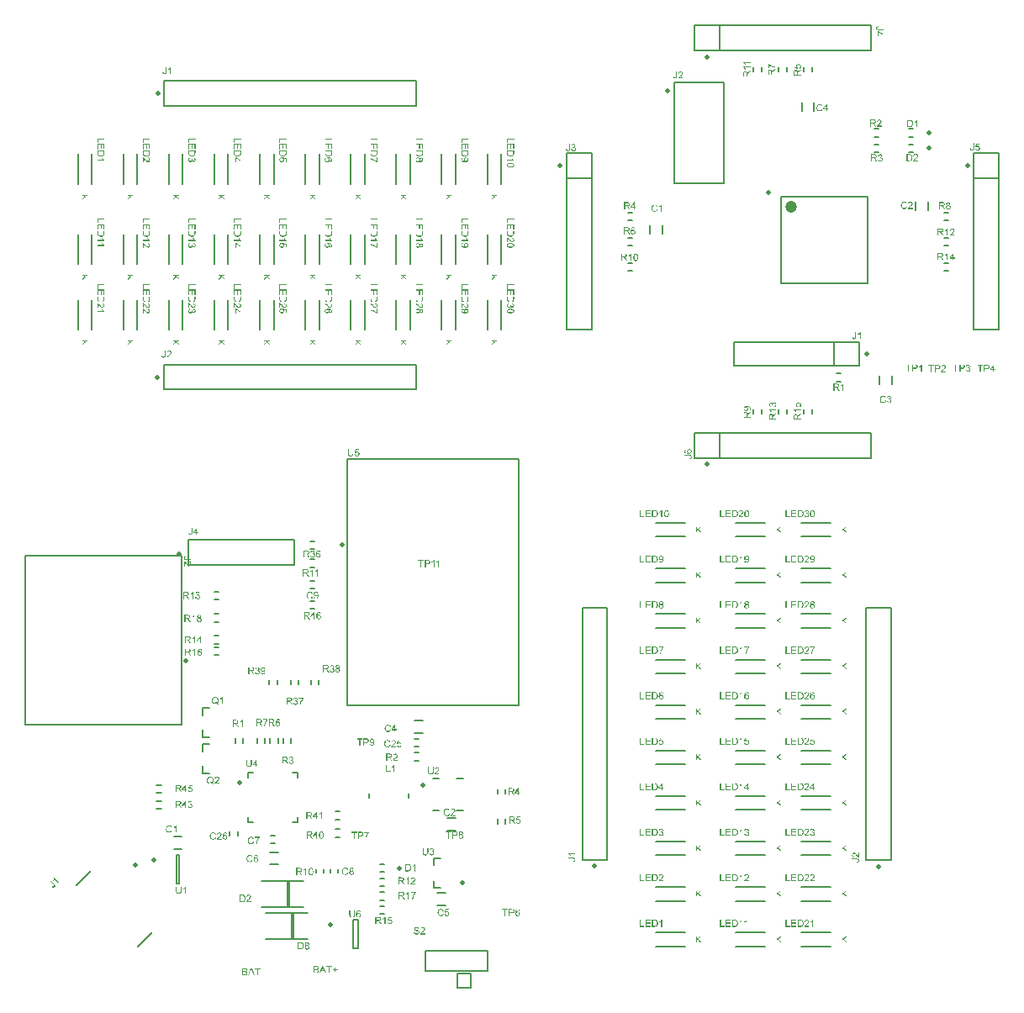
<source format=gto>
%MOIN*%
%OFA0B0*%
%FSLAX33Y33*%
%IPPOS*%
%LPD*%
%AMRect-W300000-H2665000-RO1.0000*
21,1,0.011811023622047244,0.1049212598425197,0,0,180*%
%AMCOMP119420*
4,1,3,
0.0059055118110236289,0.052460629921259848,
-0.0059055118110236159,0.052460629921259848,
-0.0059055118110236289,-0.052460629921259848,
0.0059055118110236159,-0.052460629921259848,
0*%
%AMCOMP120550*
4,1,3,
0.0059055118110236289,0.052460629921259848,
-0.0059055118110236159,0.052460629921259848,
-0.0059055118110236289,-0.052460629921259848,
0.0059055118110236159,-0.052460629921259848,
0*%
%ADD10C,0.005905511811023622*%
%ADD11C,0.01968503937007874*%
%ADD22C,0.005905511811023622*%
%ADD23C,0.0078740157480314977*%
%ADD24C,0.019685078740157482*%
%ADD25C,0.047243976377952759*%
%ADD26C,0.01968503937007874*%
%ADD27C,0.01968503937007874*%
%ADD28C,0.01968503937007874*%
%ADD39C,0.005905511811023622*%
%ADD40C,0.01968503937007874*%
%ADD41C,0.01968503937007874*%
%ADD42C,0.01968503937007874*%
%AMCOMP12056*
4,1,3,
0.0059055118110236289,0.052460629921259848,
-0.0059055118110236159,0.052460629921259848,
-0.0059055118110236289,-0.052460629921259848,
0.0059055118110236159,-0.052460629921259848,
0*%
%ADD43COMP12056*%
%ADD44C,0.01968503937007874*%
%ADD55C,0.005905511811023622*%
%ADD56C,0.01968503937007874*%
%LPD*%
D10*
G01*
X002429Y001221D02*
X002547Y001221D01*
X002429Y001275D02*
X002547Y001275D01*
G36*
X002590Y001238D02*
X002590Y001260D01*
X002593Y001260D01*
X002593Y001249D01*
X002603Y001260D01*
X002607Y001260D01*
X002598Y001251D01*
X002608Y001238D01*
X002604Y001238D01*
X002596Y001249D01*
X002593Y001246D01*
X002593Y001238D01*
X002590Y001238D01*
X002590Y001238D01*
X002366Y001298D02*
X002366Y001326D01*
X002370Y001326D01*
X002370Y001301D01*
X002384Y001301D01*
X002384Y001298D01*
X002366Y001298D01*
X002366Y001298D01*
X002388Y001298D02*
X002388Y001326D01*
X002409Y001326D01*
X002409Y001323D01*
X002392Y001323D01*
X002392Y001314D01*
X002408Y001314D01*
X002408Y001311D01*
X002392Y001311D01*
X002392Y001301D01*
X002409Y001301D01*
X002409Y001298D01*
X002388Y001298D01*
X002388Y001298D01*
X002414Y001298D02*
X002414Y001326D01*
X002424Y001326D01*
X002424Y001323D01*
X002418Y001323D01*
X002418Y001301D01*
X002418Y001301D01*
X002424Y001301D01*
X002426Y001301D01*
X002427Y001302D01*
X002428Y001302D01*
X002429Y001302D01*
X002429Y001302D01*
X002430Y001303D01*
X002431Y001303D01*
X002431Y001303D01*
X002432Y001304D01*
X002432Y001305D01*
X002433Y001305D01*
X002433Y001306D01*
X002434Y001308D01*
X002434Y001309D01*
X002434Y001311D01*
X002434Y001311D01*
X002434Y001314D01*
X002434Y001316D01*
X002433Y001317D01*
X002432Y001318D01*
X002432Y001320D01*
X002431Y001321D01*
X002430Y001322D01*
X002429Y001322D01*
X002428Y001323D01*
X002427Y001323D01*
X002426Y001323D01*
X002424Y001323D01*
X002424Y001326D01*
X002424Y001326D01*
X002426Y001326D01*
X002427Y001326D01*
X002428Y001326D01*
X002429Y001326D01*
X002430Y001326D01*
X002431Y001324D01*
X002432Y001324D01*
X002433Y001323D01*
X002434Y001323D01*
X002435Y001322D01*
X002436Y001320D01*
X002437Y001318D01*
X002437Y001317D01*
X002437Y001316D01*
X002438Y001314D01*
X002438Y001311D01*
X002438Y001311D01*
X002438Y001309D01*
X002437Y001308D01*
X002437Y001306D01*
X002437Y001305D01*
X002436Y001304D01*
X002436Y001303D01*
X002435Y001303D01*
X002435Y001302D01*
X002434Y001301D01*
X002433Y001299D01*
X002433Y001299D01*
X002432Y001299D01*
X002431Y001299D01*
X002430Y001299D01*
X002429Y001299D01*
X002428Y001298D01*
X002427Y001298D01*
X002426Y001298D01*
X002425Y001298D01*
X002414Y001298D01*
X002414Y001298D01*
X002442Y001323D02*
X002442Y001326D01*
X002460Y001326D01*
X002460Y001323D01*
X002459Y001322D01*
X002457Y001320D01*
X002456Y001317D01*
X002455Y001316D01*
X002453Y001312D01*
X002452Y001311D01*
X002451Y001308D01*
X002451Y001305D01*
X002450Y001304D01*
X002450Y001302D01*
X002449Y001299D01*
X002449Y001298D01*
X002446Y001298D01*
X002446Y001299D01*
X002446Y001302D01*
X002446Y001304D01*
X002447Y001305D01*
X002448Y001308D01*
X002449Y001311D01*
X002449Y001312D01*
X002451Y001315D01*
X002452Y001317D01*
X002453Y001318D01*
X002454Y001321D01*
X002456Y001323D01*
X002442Y001323D01*
X002442Y001323D01*
G37*
X002429Y001581D02*
X002547Y001581D01*
X002429Y001637D02*
X002547Y001637D01*
G36*
X002590Y001599D02*
X002590Y001620D01*
X002593Y001620D01*
X002593Y001610D01*
X002603Y001620D01*
X002607Y001620D01*
X002598Y001612D01*
X002608Y001599D01*
X002604Y001599D01*
X002596Y001610D01*
X002593Y001606D01*
X002593Y001599D01*
X002590Y001599D01*
X002590Y001599D01*
X002366Y001659D02*
X002366Y001687D01*
X002370Y001687D01*
X002370Y001662D01*
X002384Y001662D01*
X002384Y001659D01*
X002366Y001659D01*
X002366Y001659D01*
X002388Y001659D02*
X002388Y001687D01*
X002409Y001687D01*
X002409Y001684D01*
X002392Y001684D01*
X002392Y001675D01*
X002408Y001675D01*
X002408Y001672D01*
X002392Y001672D01*
X002392Y001662D01*
X002409Y001662D01*
X002409Y001659D01*
X002388Y001659D01*
X002388Y001659D01*
X002414Y001659D02*
X002414Y001687D01*
X002424Y001687D01*
X002424Y001684D01*
X002418Y001684D01*
X002418Y001662D01*
X002418Y001662D01*
X002424Y001662D01*
X002426Y001662D01*
X002427Y001662D01*
X002428Y001663D01*
X002429Y001663D01*
X002429Y001663D01*
X002430Y001663D01*
X002431Y001664D01*
X002431Y001664D01*
X002432Y001665D01*
X002432Y001666D01*
X002433Y001667D01*
X002433Y001668D01*
X002434Y001669D01*
X002434Y001670D01*
X002434Y001672D01*
X002434Y001673D01*
X002434Y001675D01*
X002434Y001677D01*
X002433Y001679D01*
X002432Y001680D01*
X002432Y001681D01*
X002431Y001682D01*
X002430Y001683D01*
X002429Y001683D01*
X002428Y001684D01*
X002427Y001684D01*
X002426Y001684D01*
X002424Y001684D01*
X002424Y001687D01*
X002424Y001687D01*
X002426Y001687D01*
X002427Y001687D01*
X002428Y001687D01*
X002429Y001687D01*
X002430Y001686D01*
X002431Y001686D01*
X002432Y001685D01*
X002433Y001685D01*
X002434Y001684D01*
X002435Y001683D01*
X002436Y001681D01*
X002437Y001680D01*
X002437Y001678D01*
X002437Y001677D01*
X002438Y001675D01*
X002438Y001673D01*
X002438Y001672D01*
X002438Y001670D01*
X002437Y001669D01*
X002437Y001668D01*
X002437Y001666D01*
X002436Y001665D01*
X002436Y001664D01*
X002435Y001663D01*
X002435Y001663D01*
X002434Y001662D01*
X002433Y001661D01*
X002433Y001661D01*
X002432Y001660D01*
X002431Y001660D01*
X002430Y001660D01*
X002429Y001659D01*
X002428Y001659D01*
X002427Y001659D01*
X002426Y001659D01*
X002425Y001659D01*
X002414Y001659D01*
X002414Y001659D01*
X002442Y001665D02*
X002445Y001666D01*
X002446Y001665D01*
X002446Y001664D01*
X002446Y001663D01*
X002447Y001662D01*
X002448Y001662D01*
X002448Y001662D01*
X002449Y001661D01*
X002450Y001661D01*
X002451Y001661D01*
X002452Y001662D01*
X002452Y001662D01*
X002453Y001662D01*
X002453Y001662D01*
X002454Y001663D01*
X002454Y001663D01*
X002455Y001664D01*
X002455Y001665D01*
X002455Y001665D01*
X002456Y001666D01*
X002456Y001667D01*
X002456Y001668D01*
X002456Y001669D01*
X002457Y001670D01*
X002457Y001672D01*
X002457Y001672D01*
X002457Y001672D01*
X002457Y001672D01*
X002457Y001672D01*
X002455Y001674D01*
X002455Y001674D01*
X002456Y001675D01*
X002456Y001677D01*
X002456Y001678D01*
X002456Y001678D01*
X002456Y001679D01*
X002456Y001681D01*
X002455Y001682D01*
X002455Y001683D01*
X002454Y001683D01*
X002453Y001684D01*
X002452Y001684D01*
X002451Y001684D01*
X002450Y001684D01*
X002449Y001684D01*
X002448Y001683D01*
X002447Y001683D01*
X002446Y001682D01*
X002445Y001680D01*
X002445Y001679D01*
X002445Y001678D01*
X002445Y001676D01*
X002445Y001675D01*
X002446Y001674D01*
X002447Y001673D01*
X002448Y001673D01*
X002449Y001672D01*
X002450Y001672D01*
X002451Y001672D01*
X002452Y001672D01*
X002453Y001672D01*
X002454Y001673D01*
X002455Y001673D01*
X002455Y001674D01*
X002457Y001672D01*
X002456Y001671D01*
X002455Y001671D01*
X002455Y001670D01*
X002454Y001670D01*
X002453Y001669D01*
X002452Y001669D01*
X002451Y001669D01*
X002450Y001669D01*
X002448Y001669D01*
X002447Y001669D01*
X002445Y001670D01*
X002444Y001671D01*
X002443Y001672D01*
X002442Y001674D01*
X002442Y001676D01*
X002442Y001678D01*
X002442Y001680D01*
X002442Y001682D01*
X002443Y001683D01*
X002444Y001685D01*
X002445Y001686D01*
X002447Y001687D01*
X002449Y001687D01*
X002450Y001687D01*
X002452Y001687D01*
X002453Y001687D01*
X002454Y001686D01*
X002455Y001686D01*
X002456Y001685D01*
X002457Y001684D01*
X002458Y001683D01*
X002459Y001682D01*
X002459Y001680D01*
X002460Y001678D01*
X002460Y001676D01*
X002460Y001674D01*
X002460Y001671D01*
X002460Y001669D01*
X002459Y001667D01*
X002459Y001665D01*
X002458Y001664D01*
X002457Y001662D01*
X002456Y001661D01*
X002455Y001660D01*
X002454Y001659D01*
X002453Y001659D01*
X002451Y001659D01*
X002450Y001659D01*
X002448Y001659D01*
X002447Y001659D01*
X002446Y001660D01*
X002445Y001660D01*
X002444Y001661D01*
X002443Y001663D01*
X002442Y001664D01*
X002442Y001665D01*
X002442Y001665D01*
G37*
X002745Y001581D02*
X002864Y001581D01*
X002745Y001637D02*
X002864Y001637D01*
G36*
X002908Y001599D02*
X002908Y001620D01*
X002910Y001620D01*
X002910Y001610D01*
X002921Y001620D01*
X002925Y001620D01*
X002915Y001612D01*
X002925Y001599D01*
X002922Y001599D01*
X002914Y001610D01*
X002910Y001606D01*
X002910Y001599D01*
X002908Y001599D01*
X002908Y001599D01*
X002683Y001659D02*
X002683Y001687D01*
X002688Y001687D01*
X002688Y001662D01*
X002702Y001662D01*
X002702Y001659D01*
X002683Y001659D01*
X002683Y001659D01*
X002706Y001659D02*
X002706Y001687D01*
X002726Y001687D01*
X002726Y001684D01*
X002709Y001684D01*
X002709Y001675D01*
X002725Y001675D01*
X002725Y001672D01*
X002709Y001672D01*
X002709Y001662D01*
X002727Y001662D01*
X002727Y001659D01*
X002706Y001659D01*
X002706Y001659D01*
X002732Y001659D02*
X002732Y001687D01*
X002742Y001687D01*
X002742Y001684D01*
X002736Y001684D01*
X002736Y001662D01*
X002736Y001662D01*
X002742Y001662D01*
X002743Y001662D01*
X002744Y001662D01*
X002745Y001663D01*
X002745Y001663D01*
X002747Y001663D01*
X002748Y001663D01*
X002748Y001664D01*
X002749Y001664D01*
X002749Y001665D01*
X002750Y001666D01*
X002750Y001667D01*
X002751Y001668D01*
X002751Y001669D01*
X002751Y001670D01*
X002752Y001672D01*
X002752Y001673D01*
X002752Y001675D01*
X002751Y001677D01*
X002751Y001679D01*
X002750Y001680D01*
X002749Y001681D01*
X002749Y001682D01*
X002748Y001683D01*
X002747Y001683D01*
X002745Y001684D01*
X002745Y001684D01*
X002743Y001684D01*
X002742Y001684D01*
X002742Y001687D01*
X002742Y001687D01*
X002743Y001687D01*
X002745Y001687D01*
X002745Y001687D01*
X002747Y001687D01*
X002748Y001686D01*
X002749Y001686D01*
X002750Y001685D01*
X002751Y001685D01*
X002752Y001684D01*
X002753Y001683D01*
X002754Y001681D01*
X002754Y001680D01*
X002755Y001678D01*
X002755Y001677D01*
X002755Y001675D01*
X002755Y001673D01*
X002755Y001672D01*
X002755Y001670D01*
X002755Y001669D01*
X002755Y001668D01*
X002754Y001666D01*
X002754Y001665D01*
X002753Y001664D01*
X002753Y001663D01*
X002752Y001663D01*
X002752Y001662D01*
X002751Y001661D01*
X002750Y001661D01*
X002750Y001660D01*
X002749Y001660D01*
X002748Y001660D01*
X002747Y001659D01*
X002745Y001659D01*
X002745Y001659D01*
X002744Y001659D01*
X002742Y001659D01*
X002732Y001659D01*
X002732Y001659D01*
X002771Y001659D02*
X002769Y001659D01*
X002769Y001681D01*
X002768Y001680D01*
X002767Y001680D01*
X002766Y001679D01*
X002766Y001679D01*
X002765Y001678D01*
X002764Y001678D01*
X002763Y001677D01*
X002762Y001677D01*
X002762Y001680D01*
X002763Y001681D01*
X002765Y001682D01*
X002766Y001683D01*
X002767Y001684D01*
X002768Y001684D01*
X002769Y001685D01*
X002769Y001686D01*
X002769Y001687D01*
X002771Y001687D01*
X002771Y001659D01*
X002771Y001659D01*
X002781Y001665D02*
X002785Y001666D01*
X002785Y001665D01*
X002786Y001664D01*
X002786Y001663D01*
X002787Y001662D01*
X002787Y001662D01*
X002788Y001662D01*
X002789Y001661D01*
X002790Y001661D01*
X002790Y001661D01*
X002791Y001662D01*
X002792Y001662D01*
X002792Y001662D01*
X002793Y001662D01*
X002793Y001663D01*
X002793Y001663D01*
X002793Y001664D01*
X002795Y001665D01*
X002795Y001665D01*
X002795Y001666D01*
X002795Y001667D01*
X002795Y001668D01*
X002795Y001669D01*
X002795Y001670D01*
X002795Y001672D01*
X002795Y001672D01*
X002795Y001672D01*
X002795Y001672D01*
X002795Y001672D01*
X002793Y001674D01*
X002795Y001674D01*
X002795Y001675D01*
X002795Y001677D01*
X002795Y001678D01*
X002795Y001678D01*
X002795Y001679D01*
X002795Y001681D01*
X002795Y001682D01*
X002793Y001683D01*
X002793Y001683D01*
X002792Y001684D01*
X002791Y001684D01*
X002790Y001684D01*
X002789Y001684D01*
X002788Y001684D01*
X002787Y001683D01*
X002786Y001683D01*
X002786Y001682D01*
X002785Y001680D01*
X002785Y001679D01*
X002785Y001678D01*
X002785Y001676D01*
X002785Y001675D01*
X002786Y001674D01*
X002786Y001673D01*
X002787Y001673D01*
X002788Y001672D01*
X002789Y001672D01*
X002790Y001672D01*
X002791Y001672D01*
X002792Y001672D01*
X002793Y001673D01*
X002793Y001673D01*
X002793Y001674D01*
X002795Y001672D01*
X002795Y001671D01*
X002795Y001671D01*
X002793Y001670D01*
X002793Y001670D01*
X002792Y001669D01*
X002791Y001669D01*
X002790Y001669D01*
X002789Y001669D01*
X002788Y001669D01*
X002786Y001669D01*
X002785Y001670D01*
X002783Y001671D01*
X002781Y001672D01*
X002781Y001674D01*
X002781Y001676D01*
X002781Y001678D01*
X002781Y001680D01*
X002781Y001682D01*
X002783Y001683D01*
X002783Y001685D01*
X002785Y001686D01*
X002787Y001687D01*
X002788Y001687D01*
X002790Y001687D01*
X002791Y001687D01*
X002793Y001687D01*
X002793Y001686D01*
X002795Y001686D01*
X002795Y001685D01*
X002797Y001684D01*
X002798Y001683D01*
X002798Y001682D01*
X002799Y001680D01*
X002799Y001678D01*
X002800Y001676D01*
X002800Y001674D01*
X002800Y001671D01*
X002799Y001669D01*
X002799Y001667D01*
X002798Y001665D01*
X002798Y001664D01*
X002797Y001662D01*
X002795Y001661D01*
X002795Y001660D01*
X002793Y001659D01*
X002792Y001659D01*
X002791Y001659D01*
X002790Y001659D01*
X002788Y001659D01*
X002787Y001659D01*
X002785Y001660D01*
X002783Y001660D01*
X002783Y001661D01*
X002781Y001663D01*
X002781Y001664D01*
X002781Y001665D01*
X002781Y001665D01*
G37*
X002429Y000499D02*
X002547Y000499D01*
X002429Y000554D02*
X002547Y000554D01*
G36*
X002590Y000516D02*
X002590Y000538D01*
X002593Y000538D01*
X002593Y000527D01*
X002603Y000538D01*
X002607Y000538D01*
X002598Y000529D01*
X002608Y000516D01*
X002604Y000516D01*
X002596Y000527D01*
X002593Y000524D01*
X002593Y000516D01*
X002590Y000516D01*
X002590Y000516D01*
X002366Y000576D02*
X002366Y000605D01*
X002370Y000605D01*
X002370Y000580D01*
X002384Y000580D01*
X002384Y000576D01*
X002366Y000576D01*
X002366Y000576D01*
X002388Y000576D02*
X002388Y000605D01*
X002409Y000605D01*
X002409Y000601D01*
X002392Y000601D01*
X002392Y000593D01*
X002408Y000593D01*
X002408Y000589D01*
X002392Y000589D01*
X002392Y000580D01*
X002409Y000580D01*
X002409Y000576D01*
X002388Y000576D01*
X002388Y000576D01*
X002414Y000576D02*
X002414Y000605D01*
X002424Y000605D01*
X002424Y000601D01*
X002418Y000601D01*
X002418Y000580D01*
X002418Y000580D01*
X002424Y000580D01*
X002426Y000580D01*
X002427Y000580D01*
X002428Y000580D01*
X002429Y000580D01*
X002429Y000580D01*
X002430Y000581D01*
X002431Y000581D01*
X002431Y000582D01*
X002432Y000582D01*
X002432Y000583D01*
X002433Y000584D01*
X002433Y000585D01*
X002434Y000586D01*
X002434Y000588D01*
X002434Y000589D01*
X002434Y000591D01*
X002434Y000593D01*
X002434Y000595D01*
X002433Y000596D01*
X002432Y000597D01*
X002432Y000598D01*
X002431Y000599D01*
X002430Y000600D01*
X002429Y000601D01*
X002428Y000601D01*
X002427Y000601D01*
X002426Y000601D01*
X002424Y000601D01*
X002424Y000605D01*
X002424Y000605D01*
X002426Y000604D01*
X002427Y000604D01*
X002428Y000604D01*
X002429Y000604D01*
X002430Y000604D01*
X002431Y000603D01*
X002432Y000603D01*
X002433Y000602D01*
X002434Y000601D01*
X002435Y000600D01*
X002436Y000599D01*
X002437Y000597D01*
X002437Y000596D01*
X002437Y000594D01*
X002438Y000592D01*
X002438Y000591D01*
X002438Y000589D01*
X002438Y000588D01*
X002437Y000586D01*
X002437Y000585D01*
X002437Y000584D01*
X002436Y000583D01*
X002436Y000582D01*
X002435Y000581D01*
X002435Y000580D01*
X002434Y000579D01*
X002433Y000579D01*
X002433Y000578D01*
X002432Y000578D01*
X002431Y000577D01*
X002430Y000577D01*
X002429Y000577D01*
X002428Y000577D01*
X002427Y000576D01*
X002426Y000576D01*
X002425Y000576D01*
X002414Y000576D01*
X002414Y000576D01*
X002442Y000584D02*
X002445Y000584D01*
X002445Y000583D01*
X002446Y000582D01*
X002446Y000581D01*
X002447Y000580D01*
X002448Y000579D01*
X002449Y000579D01*
X002450Y000579D01*
X002450Y000579D01*
X002452Y000579D01*
X002453Y000579D01*
X002454Y000580D01*
X002455Y000580D01*
X002455Y000581D01*
X002456Y000582D01*
X002456Y000583D01*
X002456Y000585D01*
X002456Y000586D01*
X002456Y000587D01*
X002455Y000588D01*
X002455Y000588D01*
X002454Y000589D01*
X002453Y000590D01*
X002452Y000590D01*
X002451Y000590D01*
X002450Y000590D01*
X002450Y000590D01*
X002449Y000590D01*
X002448Y000590D01*
X002449Y000593D01*
X002449Y000593D01*
X002449Y000593D01*
X002449Y000593D01*
X002449Y000593D01*
X002450Y000593D01*
X002451Y000593D01*
X002452Y000593D01*
X002453Y000594D01*
X002454Y000594D01*
X002455Y000595D01*
X002455Y000596D01*
X002455Y000597D01*
X002455Y000598D01*
X002455Y000599D01*
X002454Y000600D01*
X002454Y000601D01*
X002453Y000601D01*
X002452Y000601D01*
X002451Y000602D01*
X002450Y000602D01*
X002449Y000602D01*
X002449Y000601D01*
X002448Y000601D01*
X002447Y000600D01*
X002446Y000600D01*
X002446Y000599D01*
X002446Y000598D01*
X002445Y000597D01*
X002442Y000597D01*
X002442Y000599D01*
X002443Y000600D01*
X002444Y000602D01*
X002445Y000603D01*
X002446Y000604D01*
X002447Y000604D01*
X002449Y000605D01*
X002450Y000605D01*
X002451Y000605D01*
X002453Y000604D01*
X002454Y000604D01*
X002455Y000604D01*
X002456Y000603D01*
X002456Y000602D01*
X002457Y000602D01*
X002458Y000601D01*
X002458Y000600D01*
X002458Y000599D01*
X002459Y000598D01*
X002459Y000597D01*
X002459Y000596D01*
X002458Y000596D01*
X002458Y000595D01*
X002458Y000594D01*
X002457Y000593D01*
X002456Y000593D01*
X002456Y000592D01*
X002455Y000592D01*
X002456Y000591D01*
X002457Y000591D01*
X002458Y000590D01*
X002459Y000589D01*
X002459Y000588D01*
X002460Y000587D01*
X002460Y000586D01*
X002460Y000585D01*
X002460Y000583D01*
X002459Y000581D01*
X002458Y000580D01*
X002457Y000578D01*
X002456Y000577D01*
X002454Y000576D01*
X002452Y000576D01*
X002450Y000576D01*
X002449Y000576D01*
X002447Y000576D01*
X002446Y000577D01*
X002444Y000578D01*
X002443Y000579D01*
X002442Y000581D01*
X002442Y000582D01*
X002442Y000584D01*
X002442Y000584D01*
G37*
X003006Y000679D02*
X003124Y000679D01*
X003006Y000734D02*
X003124Y000734D01*
G36*
X003168Y000697D02*
X003168Y000718D01*
X003170Y000718D01*
X003170Y000707D01*
X003181Y000718D01*
X003185Y000718D01*
X003176Y000710D01*
X003185Y000697D01*
X003182Y000697D01*
X003174Y000707D01*
X003170Y000704D01*
X003170Y000697D01*
X003168Y000697D01*
X003168Y000697D01*
X002944Y000757D02*
X002944Y000785D01*
X002948Y000785D01*
X002948Y000760D01*
X002962Y000760D01*
X002962Y000757D01*
X002944Y000757D01*
X002944Y000757D01*
X002966Y000757D02*
X002966Y000785D01*
X002986Y000785D01*
X002986Y000782D01*
X002970Y000782D01*
X002970Y000773D01*
X002985Y000773D01*
X002985Y000770D01*
X002970Y000770D01*
X002970Y000760D01*
X002987Y000760D01*
X002987Y000757D01*
X002966Y000757D01*
X002966Y000757D01*
X002992Y000757D02*
X002992Y000785D01*
X003001Y000785D01*
X003001Y000782D01*
X002996Y000782D01*
X002996Y000760D01*
X002996Y000760D01*
X003001Y000760D01*
X003003Y000760D01*
X003004Y000760D01*
X003005Y000760D01*
X003006Y000761D01*
X003007Y000761D01*
X003008Y000761D01*
X003008Y000762D01*
X003009Y000762D01*
X003010Y000763D01*
X003010Y000764D01*
X003011Y000765D01*
X003011Y000766D01*
X003011Y000767D01*
X003012Y000768D01*
X003012Y000770D01*
X003012Y000771D01*
X003012Y000773D01*
X003011Y000775D01*
X003011Y000777D01*
X003010Y000778D01*
X003009Y000779D01*
X003009Y000780D01*
X003008Y000781D01*
X003007Y000781D01*
X003006Y000781D01*
X003005Y000781D01*
X003003Y000782D01*
X003001Y000782D01*
X003001Y000785D01*
X003001Y000785D01*
X003003Y000785D01*
X003005Y000785D01*
X003006Y000785D01*
X003007Y000785D01*
X003008Y000784D01*
X003009Y000784D01*
X003010Y000783D01*
X003011Y000783D01*
X003012Y000782D01*
X003013Y000780D01*
X003013Y000779D01*
X003013Y000778D01*
X003015Y000776D01*
X003015Y000775D01*
X003015Y000773D01*
X003016Y000771D01*
X003015Y000769D01*
X003015Y000768D01*
X003015Y000767D01*
X003015Y000765D01*
X003013Y000764D01*
X003013Y000763D01*
X003013Y000762D01*
X003013Y000761D01*
X003012Y000760D01*
X003012Y000760D01*
X003011Y000759D01*
X003010Y000759D01*
X003010Y000758D01*
X003009Y000758D01*
X003008Y000757D01*
X003007Y000757D01*
X003006Y000757D01*
X003005Y000757D01*
X003004Y000757D01*
X003001Y000757D01*
X002992Y000757D01*
X002992Y000757D01*
X003037Y000760D02*
X003037Y000757D01*
X003019Y000757D01*
X003019Y000757D01*
X003019Y000758D01*
X003019Y000759D01*
X003019Y000759D01*
X003020Y000760D01*
X003020Y000761D01*
X003021Y000762D01*
X003022Y000763D01*
X003022Y000764D01*
X003023Y000765D01*
X003025Y000766D01*
X003025Y000767D01*
X003028Y000769D01*
X003030Y000771D01*
X003031Y000772D01*
X003032Y000773D01*
X003033Y000774D01*
X003033Y000775D01*
X003034Y000776D01*
X003034Y000777D01*
X003034Y000778D01*
X003033Y000779D01*
X003033Y000780D01*
X003032Y000781D01*
X003032Y000781D01*
X003031Y000782D01*
X003030Y000782D01*
X003029Y000782D01*
X003027Y000782D01*
X003025Y000782D01*
X003025Y000781D01*
X003025Y000781D01*
X003024Y000780D01*
X003023Y000779D01*
X003023Y000778D01*
X003023Y000777D01*
X003019Y000777D01*
X003020Y000779D01*
X003020Y000780D01*
X003021Y000782D01*
X003022Y000783D01*
X003024Y000784D01*
X003025Y000785D01*
X003027Y000785D01*
X003029Y000785D01*
X003031Y000785D01*
X003032Y000785D01*
X003034Y000784D01*
X003035Y000783D01*
X003036Y000782D01*
X003037Y000780D01*
X003037Y000779D01*
X003037Y000777D01*
X003037Y000776D01*
X003037Y000776D01*
X003037Y000775D01*
X003037Y000774D01*
X003036Y000773D01*
X003036Y000772D01*
X003035Y000771D01*
X003034Y000770D01*
X003033Y000769D01*
X003032Y000768D01*
X003031Y000767D01*
X003029Y000765D01*
X003028Y000764D01*
X003027Y000763D01*
X003025Y000763D01*
X003025Y000762D01*
X003025Y000761D01*
X003024Y000761D01*
X003024Y000761D01*
X003024Y000760D01*
X003037Y000760D01*
X003037Y000760D01*
X003052Y000757D02*
X003052Y000764D01*
X003040Y000764D01*
X003040Y000767D01*
X003049Y000781D01*
X003052Y000779D01*
X003043Y000767D01*
X003052Y000767D01*
X003052Y000767D01*
X003052Y000779D01*
X003049Y000781D01*
X003053Y000785D01*
X003056Y000785D01*
X003056Y000767D01*
X003060Y000767D01*
X003060Y000764D01*
X003056Y000764D01*
X003056Y000757D01*
X003052Y000757D01*
X003052Y000757D01*
G37*
X002745Y000318D02*
X002864Y000318D01*
X002745Y000373D02*
X002864Y000373D01*
G36*
X002908Y000336D02*
X002908Y000356D01*
X002910Y000356D01*
X002910Y000347D01*
X002921Y000356D01*
X002925Y000356D01*
X002915Y000349D01*
X002925Y000336D01*
X002922Y000336D01*
X002914Y000347D01*
X002910Y000343D01*
X002910Y000336D01*
X002908Y000336D01*
X002908Y000336D01*
X002683Y000396D02*
X002683Y000424D01*
X002688Y000424D01*
X002688Y000399D01*
X002702Y000399D01*
X002702Y000396D01*
X002683Y000396D01*
X002683Y000396D01*
X002706Y000396D02*
X002706Y000424D01*
X002726Y000424D01*
X002726Y000421D01*
X002709Y000421D01*
X002709Y000412D01*
X002725Y000412D01*
X002725Y000409D01*
X002709Y000409D01*
X002709Y000399D01*
X002727Y000399D01*
X002727Y000396D01*
X002706Y000396D01*
X002706Y000396D01*
X002732Y000396D02*
X002732Y000424D01*
X002742Y000424D01*
X002742Y000421D01*
X002736Y000421D01*
X002736Y000399D01*
X002736Y000399D01*
X002742Y000399D01*
X002743Y000399D01*
X002744Y000399D01*
X002745Y000399D01*
X002745Y000400D01*
X002747Y000400D01*
X002748Y000400D01*
X002748Y000401D01*
X002749Y000401D01*
X002749Y000402D01*
X002750Y000403D01*
X002750Y000404D01*
X002751Y000405D01*
X002751Y000406D01*
X002751Y000406D01*
X002752Y000409D01*
X002752Y000409D01*
X002752Y000412D01*
X002751Y000414D01*
X002751Y000416D01*
X002750Y000417D01*
X002749Y000418D01*
X002749Y000419D01*
X002748Y000420D01*
X002747Y000420D01*
X002745Y000420D01*
X002745Y000421D01*
X002743Y000421D01*
X002742Y000421D01*
X002742Y000424D01*
X002742Y000424D01*
X002743Y000424D01*
X002745Y000424D01*
X002745Y000424D01*
X002747Y000424D01*
X002748Y000423D01*
X002749Y000423D01*
X002750Y000422D01*
X002751Y000422D01*
X002752Y000421D01*
X002753Y000419D01*
X002754Y000418D01*
X002754Y000417D01*
X002755Y000415D01*
X002755Y000414D01*
X002755Y000412D01*
X002755Y000409D01*
X002755Y000409D01*
X002755Y000406D01*
X002755Y000406D01*
X002755Y000404D01*
X002754Y000403D01*
X002754Y000402D01*
X002753Y000401D01*
X002753Y000400D01*
X002752Y000400D01*
X002752Y000399D01*
X002751Y000398D01*
X002750Y000398D01*
X002750Y000397D01*
X002749Y000397D01*
X002748Y000397D01*
X002747Y000396D01*
X002745Y000396D01*
X002745Y000396D01*
X002744Y000396D01*
X002742Y000396D01*
X002732Y000396D01*
X002732Y000396D01*
X002771Y000396D02*
X002769Y000396D01*
X002769Y000418D01*
X002768Y000417D01*
X002767Y000417D01*
X002766Y000416D01*
X002766Y000416D01*
X002765Y000415D01*
X002764Y000415D01*
X002763Y000414D01*
X002762Y000414D01*
X002762Y000417D01*
X002763Y000418D01*
X002765Y000419D01*
X002766Y000419D01*
X002767Y000420D01*
X002768Y000421D01*
X002769Y000422D01*
X002769Y000423D01*
X002769Y000424D01*
X002771Y000424D01*
X002771Y000396D01*
X002771Y000396D01*
X002799Y000399D02*
X002799Y000396D01*
X002781Y000396D01*
X002781Y000396D01*
X002781Y000397D01*
X002781Y000398D01*
X002781Y000398D01*
X002781Y000399D01*
X002781Y000400D01*
X002783Y000401D01*
X002783Y000402D01*
X002783Y000403D01*
X002785Y000404D01*
X002786Y000405D01*
X002788Y000406D01*
X002790Y000408D01*
X002792Y000409D01*
X002793Y000411D01*
X002793Y000412D01*
X002795Y000413D01*
X002795Y000414D01*
X002795Y000415D01*
X002795Y000416D01*
X002795Y000417D01*
X002795Y000418D01*
X002795Y000419D01*
X002793Y000420D01*
X002793Y000420D01*
X002793Y000421D01*
X002792Y000421D01*
X002790Y000421D01*
X002789Y000421D01*
X002788Y000421D01*
X002787Y000420D01*
X002786Y000420D01*
X002786Y000419D01*
X002785Y000418D01*
X002785Y000417D01*
X002785Y000416D01*
X002781Y000416D01*
X002781Y000418D01*
X002781Y000420D01*
X002783Y000421D01*
X002783Y000422D01*
X002785Y000423D01*
X002787Y000424D01*
X002789Y000424D01*
X002790Y000424D01*
X002792Y000424D01*
X002793Y000424D01*
X002795Y000423D01*
X002797Y000422D01*
X002798Y000421D01*
X002799Y000419D01*
X002799Y000418D01*
X002799Y000416D01*
X002799Y000415D01*
X002799Y000415D01*
X002799Y000414D01*
X002799Y000413D01*
X002798Y000412D01*
X002798Y000411D01*
X002797Y000409D01*
X002795Y000409D01*
X002795Y000409D01*
X002793Y000406D01*
X002793Y000406D01*
X002791Y000405D01*
X002790Y000403D01*
X002788Y000402D01*
X002788Y000402D01*
X002787Y000401D01*
X002787Y000401D01*
X002786Y000400D01*
X002786Y000400D01*
X002785Y000399D01*
X002799Y000399D01*
X002799Y000399D01*
G37*
X002745Y000499D02*
X002864Y000499D01*
X002745Y000554D02*
X002864Y000554D01*
G36*
X002908Y000516D02*
X002908Y000538D01*
X002910Y000538D01*
X002910Y000527D01*
X002921Y000538D01*
X002925Y000538D01*
X002915Y000529D01*
X002925Y000516D01*
X002922Y000516D01*
X002914Y000527D01*
X002910Y000524D01*
X002910Y000516D01*
X002908Y000516D01*
X002908Y000516D01*
X002683Y000576D02*
X002683Y000605D01*
X002688Y000605D01*
X002688Y000580D01*
X002702Y000580D01*
X002702Y000576D01*
X002683Y000576D01*
X002683Y000576D01*
X002706Y000576D02*
X002706Y000605D01*
X002726Y000605D01*
X002726Y000601D01*
X002709Y000601D01*
X002709Y000593D01*
X002725Y000593D01*
X002725Y000589D01*
X002709Y000589D01*
X002709Y000580D01*
X002727Y000580D01*
X002727Y000576D01*
X002706Y000576D01*
X002706Y000576D01*
X002732Y000576D02*
X002732Y000605D01*
X002742Y000605D01*
X002742Y000601D01*
X002736Y000601D01*
X002736Y000580D01*
X002736Y000580D01*
X002742Y000580D01*
X002743Y000580D01*
X002744Y000580D01*
X002745Y000580D01*
X002745Y000580D01*
X002747Y000580D01*
X002748Y000581D01*
X002748Y000581D01*
X002749Y000582D01*
X002749Y000582D01*
X002750Y000583D01*
X002750Y000584D01*
X002751Y000585D01*
X002751Y000586D01*
X002751Y000588D01*
X002752Y000589D01*
X002752Y000591D01*
X002752Y000593D01*
X002751Y000595D01*
X002751Y000596D01*
X002750Y000597D01*
X002749Y000598D01*
X002749Y000599D01*
X002748Y000600D01*
X002747Y000601D01*
X002745Y000601D01*
X002745Y000601D01*
X002743Y000601D01*
X002742Y000601D01*
X002742Y000605D01*
X002742Y000605D01*
X002743Y000604D01*
X002745Y000604D01*
X002745Y000604D01*
X002747Y000604D01*
X002748Y000604D01*
X002749Y000603D01*
X002750Y000603D01*
X002751Y000602D01*
X002752Y000601D01*
X002753Y000600D01*
X002754Y000599D01*
X002754Y000597D01*
X002755Y000596D01*
X002755Y000594D01*
X002755Y000592D01*
X002755Y000591D01*
X002755Y000589D01*
X002755Y000588D01*
X002755Y000586D01*
X002755Y000585D01*
X002754Y000584D01*
X002754Y000583D01*
X002753Y000582D01*
X002753Y000581D01*
X002752Y000580D01*
X002752Y000579D01*
X002751Y000579D01*
X002750Y000578D01*
X002750Y000578D01*
X002749Y000577D01*
X002748Y000577D01*
X002747Y000577D01*
X002745Y000577D01*
X002745Y000576D01*
X002744Y000576D01*
X002742Y000576D01*
X002732Y000576D01*
X002732Y000576D01*
X002771Y000576D02*
X002769Y000576D01*
X002769Y000598D01*
X002768Y000598D01*
X002767Y000597D01*
X002766Y000597D01*
X002766Y000596D01*
X002765Y000595D01*
X002764Y000595D01*
X002763Y000595D01*
X002762Y000594D01*
X002762Y000598D01*
X002763Y000598D01*
X002765Y000599D01*
X002766Y000600D01*
X002767Y000601D01*
X002768Y000602D01*
X002769Y000603D01*
X002769Y000604D01*
X002769Y000605D01*
X002771Y000605D01*
X002771Y000576D01*
X002771Y000576D01*
X002781Y000584D02*
X002785Y000584D01*
X002785Y000583D01*
X002785Y000582D01*
X002786Y000581D01*
X002787Y000580D01*
X002787Y000579D01*
X002788Y000579D01*
X002789Y000579D01*
X002790Y000579D01*
X002791Y000579D01*
X002792Y000579D01*
X002793Y000580D01*
X002793Y000580D01*
X002795Y000581D01*
X002795Y000582D01*
X002795Y000583D01*
X002795Y000585D01*
X002795Y000586D01*
X002795Y000587D01*
X002795Y000588D01*
X002793Y000588D01*
X002793Y000589D01*
X002793Y000590D01*
X002792Y000590D01*
X002790Y000590D01*
X002790Y000590D01*
X002789Y000590D01*
X002789Y000590D01*
X002788Y000590D01*
X002788Y000593D01*
X002789Y000593D01*
X002789Y000593D01*
X002789Y000593D01*
X002789Y000593D01*
X002790Y000593D01*
X002791Y000593D01*
X002792Y000593D01*
X002793Y000594D01*
X002793Y000594D01*
X002793Y000595D01*
X002795Y000596D01*
X002795Y000597D01*
X002795Y000598D01*
X002793Y000599D01*
X002793Y000600D01*
X002793Y000601D01*
X002793Y000601D01*
X002792Y000601D01*
X002791Y000602D01*
X002790Y000602D01*
X002789Y000602D01*
X002788Y000601D01*
X002787Y000601D01*
X002787Y000600D01*
X002786Y000600D01*
X002786Y000599D01*
X002785Y000598D01*
X002785Y000597D01*
X002781Y000597D01*
X002781Y000599D01*
X002783Y000600D01*
X002783Y000602D01*
X002783Y000603D01*
X002786Y000604D01*
X002787Y000604D01*
X002788Y000605D01*
X002790Y000605D01*
X002791Y000605D01*
X002792Y000604D01*
X002793Y000604D01*
X002793Y000604D01*
X002795Y000603D01*
X002795Y000602D01*
X002797Y000602D01*
X002797Y000601D01*
X002798Y000600D01*
X002798Y000599D01*
X002798Y000598D01*
X002798Y000597D01*
X002798Y000596D01*
X002798Y000596D01*
X002798Y000595D01*
X002797Y000594D01*
X002797Y000593D01*
X002795Y000593D01*
X002795Y000592D01*
X002793Y000592D01*
X002795Y000591D01*
X002797Y000591D01*
X002797Y000590D01*
X002798Y000589D01*
X002799Y000588D01*
X002799Y000587D01*
X002800Y000586D01*
X002800Y000585D01*
X002799Y000583D01*
X002799Y000581D01*
X002798Y000580D01*
X002797Y000578D01*
X002795Y000577D01*
X002793Y000576D01*
X002792Y000576D01*
X002790Y000576D01*
X002788Y000576D01*
X002787Y000576D01*
X002785Y000577D01*
X002783Y000578D01*
X002783Y000579D01*
X002781Y000581D01*
X002781Y000582D01*
X002781Y000584D01*
X002781Y000584D01*
G37*
X002745Y000679D02*
X002864Y000679D01*
X002745Y000734D02*
X002864Y000734D01*
G36*
X002908Y000697D02*
X002908Y000718D01*
X002910Y000718D01*
X002910Y000707D01*
X002921Y000718D01*
X002925Y000718D01*
X002915Y000710D01*
X002925Y000697D01*
X002922Y000697D01*
X002914Y000707D01*
X002910Y000704D01*
X002910Y000697D01*
X002908Y000697D01*
X002908Y000697D01*
X002683Y000757D02*
X002683Y000785D01*
X002688Y000785D01*
X002688Y000760D01*
X002702Y000760D01*
X002702Y000757D01*
X002683Y000757D01*
X002683Y000757D01*
X002706Y000757D02*
X002706Y000785D01*
X002726Y000785D01*
X002726Y000782D01*
X002709Y000782D01*
X002709Y000773D01*
X002725Y000773D01*
X002725Y000770D01*
X002709Y000770D01*
X002709Y000760D01*
X002727Y000760D01*
X002727Y000757D01*
X002706Y000757D01*
X002706Y000757D01*
X002732Y000757D02*
X002732Y000785D01*
X002742Y000785D01*
X002742Y000782D01*
X002736Y000782D01*
X002736Y000760D01*
X002736Y000760D01*
X002742Y000760D01*
X002743Y000760D01*
X002744Y000760D01*
X002745Y000760D01*
X002745Y000761D01*
X002747Y000761D01*
X002748Y000761D01*
X002748Y000762D01*
X002749Y000762D01*
X002749Y000763D01*
X002750Y000764D01*
X002750Y000765D01*
X002751Y000766D01*
X002751Y000767D01*
X002751Y000768D01*
X002752Y000770D01*
X002752Y000771D01*
X002752Y000773D01*
X002751Y000775D01*
X002751Y000777D01*
X002750Y000778D01*
X002749Y000779D01*
X002749Y000780D01*
X002748Y000781D01*
X002747Y000781D01*
X002745Y000781D01*
X002745Y000781D01*
X002743Y000782D01*
X002742Y000782D01*
X002742Y000785D01*
X002742Y000785D01*
X002743Y000785D01*
X002745Y000785D01*
X002745Y000785D01*
X002747Y000785D01*
X002748Y000784D01*
X002749Y000784D01*
X002750Y000783D01*
X002751Y000783D01*
X002752Y000782D01*
X002753Y000780D01*
X002754Y000779D01*
X002754Y000778D01*
X002755Y000776D01*
X002755Y000775D01*
X002755Y000773D01*
X002755Y000771D01*
X002755Y000769D01*
X002755Y000768D01*
X002755Y000767D01*
X002755Y000765D01*
X002754Y000764D01*
X002754Y000763D01*
X002753Y000762D01*
X002753Y000761D01*
X002752Y000760D01*
X002752Y000760D01*
X002751Y000759D01*
X002750Y000759D01*
X002750Y000758D01*
X002749Y000758D01*
X002748Y000757D01*
X002747Y000757D01*
X002745Y000757D01*
X002745Y000757D01*
X002744Y000757D01*
X002742Y000757D01*
X002732Y000757D01*
X002732Y000757D01*
X002771Y000757D02*
X002769Y000757D01*
X002769Y000779D01*
X002768Y000778D01*
X002767Y000778D01*
X002766Y000777D01*
X002766Y000776D01*
X002765Y000776D01*
X002764Y000775D01*
X002763Y000775D01*
X002762Y000775D01*
X002762Y000778D01*
X002763Y000779D01*
X002765Y000780D01*
X002766Y000780D01*
X002767Y000781D01*
X002768Y000782D01*
X002769Y000783D01*
X002769Y000784D01*
X002769Y000785D01*
X002771Y000785D01*
X002771Y000757D01*
X002771Y000757D01*
X002792Y000757D02*
X002792Y000764D01*
X002780Y000764D01*
X002780Y000767D01*
X002790Y000781D01*
X002792Y000779D01*
X002783Y000767D01*
X002792Y000767D01*
X002792Y000767D01*
X002792Y000779D01*
X002790Y000781D01*
X002793Y000785D01*
X002795Y000785D01*
X002795Y000767D01*
X002799Y000767D01*
X002799Y000764D01*
X002795Y000764D01*
X002795Y000757D01*
X002792Y000757D01*
X002792Y000757D01*
G37*
X003362Y000479D02*
X003263Y000479D01*
X003263Y001479*
X003362Y001479*
X003362Y000479*
D11*
X003312Y000454D03*
G36*
X003228Y000471D02*
X003227Y000474D01*
X003229Y000474D01*
X003230Y000475D01*
X003231Y000475D01*
X003232Y000475D01*
X003232Y000476D01*
X003233Y000477D01*
X003233Y000477D01*
X003233Y000478D01*
X003233Y000479D01*
X003233Y000480D01*
X003232Y000480D01*
X003232Y000481D01*
X003232Y000481D01*
X003231Y000482D01*
X003231Y000482D01*
X003230Y000482D01*
X003230Y000482D01*
X003229Y000482D01*
X003228Y000483D01*
X003227Y000483D01*
X003207Y000483D01*
X003207Y000486D01*
X003227Y000486D01*
X003228Y000486D01*
X003230Y000486D01*
X003231Y000486D01*
X003232Y000485D01*
X003233Y000485D01*
X003234Y000484D01*
X003235Y000484D01*
X003235Y000483D01*
X003236Y000482D01*
X003236Y000481D01*
X003236Y000480D01*
X003236Y000478D01*
X003236Y000477D01*
X003236Y000475D01*
X003235Y000474D01*
X003234Y000473D01*
X003233Y000472D01*
X003231Y000471D01*
X003230Y000471D01*
X003228Y000471D01*
X003228Y000471D01*
X003232Y000509D02*
X003236Y000509D01*
X003236Y000491D01*
X003235Y000491D01*
X003234Y000491D01*
X003234Y000491D01*
X003233Y000491D01*
X003232Y000491D01*
X003231Y000492D01*
X003230Y000492D01*
X003230Y000493D01*
X003229Y000494D01*
X003228Y000495D01*
X003226Y000496D01*
X003225Y000498D01*
X003223Y000500D01*
X003222Y000502D01*
X003220Y000503D01*
X003219Y000504D01*
X003218Y000505D01*
X003217Y000505D01*
X003216Y000505D01*
X003215Y000506D01*
X003214Y000505D01*
X003213Y000505D01*
X003212Y000505D01*
X003212Y000504D01*
X003211Y000503D01*
X003211Y000502D01*
X003210Y000501D01*
X003210Y000500D01*
X003210Y000499D01*
X003211Y000498D01*
X003211Y000497D01*
X003212Y000496D01*
X003213Y000496D01*
X003214Y000495D01*
X003215Y000495D01*
X003216Y000495D01*
X003216Y000491D01*
X003214Y000492D01*
X003212Y000492D01*
X003211Y000493D01*
X003209Y000494D01*
X003209Y000495D01*
X003208Y000497D01*
X003208Y000498D01*
X003207Y000500D01*
X003208Y000502D01*
X003208Y000504D01*
X003209Y000505D01*
X003210Y000507D01*
X003211Y000508D01*
X003212Y000509D01*
X003214Y000509D01*
X003215Y000509D01*
X003216Y000509D01*
X003217Y000509D01*
X003218Y000509D01*
X003219Y000508D01*
X003219Y000508D01*
X003220Y000508D01*
X003221Y000507D01*
X003222Y000506D01*
X003223Y000505D01*
X003224Y000504D01*
X003225Y000503D01*
X003227Y000501D01*
X003228Y000499D01*
X003229Y000498D01*
X003230Y000497D01*
X003230Y000497D01*
X003231Y000496D01*
X003231Y000496D01*
X003232Y000496D01*
X003232Y000495D01*
X003232Y000509D01*
X003232Y000509D01*
G37*
D10*
X002429Y000860D02*
X002547Y000860D01*
X002429Y000915D02*
X002547Y000915D01*
G36*
X002590Y000877D02*
X002590Y000899D01*
X002593Y000899D01*
X002593Y000888D01*
X002603Y000899D01*
X002607Y000899D01*
X002598Y000890D01*
X002608Y000877D01*
X002604Y000877D01*
X002596Y000888D01*
X002593Y000885D01*
X002593Y000877D01*
X002590Y000877D01*
X002590Y000877D01*
X002366Y000937D02*
X002366Y000965D01*
X002370Y000965D01*
X002370Y000941D01*
X002384Y000941D01*
X002384Y000937D01*
X002366Y000937D01*
X002366Y000937D01*
X002388Y000937D02*
X002388Y000965D01*
X002409Y000965D01*
X002409Y000962D01*
X002392Y000962D01*
X002392Y000953D01*
X002408Y000953D01*
X002408Y000950D01*
X002392Y000950D01*
X002392Y000941D01*
X002409Y000941D01*
X002409Y000937D01*
X002388Y000937D01*
X002388Y000937D01*
X002414Y000937D02*
X002414Y000965D01*
X002424Y000965D01*
X002424Y000962D01*
X002418Y000962D01*
X002418Y000941D01*
X002418Y000941D01*
X002424Y000941D01*
X002426Y000941D01*
X002427Y000941D01*
X002428Y000941D01*
X002429Y000941D01*
X002429Y000941D01*
X002430Y000942D01*
X002431Y000942D01*
X002431Y000942D01*
X002432Y000943D01*
X002432Y000944D01*
X002433Y000945D01*
X002433Y000946D01*
X002434Y000947D01*
X002434Y000949D01*
X002434Y000950D01*
X002434Y000952D01*
X002434Y000954D01*
X002434Y000955D01*
X002433Y000957D01*
X002432Y000958D01*
X002432Y000959D01*
X002431Y000960D01*
X002430Y000961D01*
X002429Y000961D01*
X002428Y000962D01*
X002427Y000962D01*
X002426Y000962D01*
X002424Y000962D01*
X002424Y000965D01*
X002424Y000965D01*
X002426Y000965D01*
X002427Y000965D01*
X002428Y000965D01*
X002429Y000965D01*
X002430Y000965D01*
X002431Y000964D01*
X002432Y000964D01*
X002433Y000963D01*
X002434Y000962D01*
X002435Y000961D01*
X002436Y000960D01*
X002437Y000958D01*
X002437Y000957D01*
X002437Y000955D01*
X002438Y000953D01*
X002438Y000951D01*
X002438Y000950D01*
X002438Y000948D01*
X002437Y000947D01*
X002437Y000946D01*
X002437Y000945D01*
X002436Y000943D01*
X002436Y000943D01*
X002435Y000942D01*
X002435Y000941D01*
X002434Y000940D01*
X002433Y000940D01*
X002433Y000939D01*
X002432Y000939D01*
X002431Y000938D01*
X002430Y000938D01*
X002429Y000938D01*
X002428Y000937D01*
X002427Y000937D01*
X002426Y000937D01*
X002425Y000937D01*
X002414Y000937D01*
X002414Y000937D01*
X002442Y000945D02*
X002445Y000945D01*
X002445Y000944D01*
X002446Y000943D01*
X002446Y000942D01*
X002447Y000941D01*
X002448Y000940D01*
X002449Y000940D01*
X002450Y000940D01*
X002451Y000940D01*
X002452Y000940D01*
X002453Y000940D01*
X002454Y000941D01*
X002455Y000941D01*
X002456Y000942D01*
X002456Y000944D01*
X002456Y000945D01*
X002457Y000946D01*
X002456Y000948D01*
X002456Y000949D01*
X002456Y000950D01*
X002455Y000951D01*
X002454Y000952D01*
X002453Y000952D01*
X002452Y000953D01*
X002450Y000953D01*
X002450Y000953D01*
X002449Y000953D01*
X002448Y000952D01*
X002447Y000952D01*
X002447Y000952D01*
X002446Y000951D01*
X002446Y000951D01*
X002445Y000950D01*
X002442Y000951D01*
X002445Y000965D01*
X002459Y000965D01*
X002459Y000962D01*
X002448Y000962D01*
X002446Y000954D01*
X002447Y000955D01*
X002449Y000955D01*
X002450Y000956D01*
X002451Y000956D01*
X002453Y000956D01*
X002455Y000955D01*
X002456Y000954D01*
X002458Y000953D01*
X002459Y000952D01*
X002460Y000950D01*
X002460Y000949D01*
X002460Y000947D01*
X002460Y000945D01*
X002460Y000943D01*
X002459Y000942D01*
X002458Y000940D01*
X002456Y000939D01*
X002455Y000938D01*
X002453Y000937D01*
X002451Y000937D01*
X002449Y000937D01*
X002447Y000937D01*
X002446Y000938D01*
X002444Y000939D01*
X002443Y000940D01*
X002442Y000941D01*
X002442Y000943D01*
X002442Y000945D01*
X002442Y000945D01*
G37*
X002745Y001221D02*
X002864Y001221D01*
X002745Y001275D02*
X002864Y001275D01*
G36*
X002908Y001238D02*
X002908Y001260D01*
X002910Y001260D01*
X002910Y001249D01*
X002921Y001260D01*
X002925Y001260D01*
X002915Y001251D01*
X002925Y001238D01*
X002922Y001238D01*
X002914Y001249D01*
X002910Y001246D01*
X002910Y001238D01*
X002908Y001238D01*
X002908Y001238D01*
X002683Y001298D02*
X002683Y001326D01*
X002688Y001326D01*
X002688Y001301D01*
X002702Y001301D01*
X002702Y001298D01*
X002683Y001298D01*
X002683Y001298D01*
X002706Y001298D02*
X002706Y001326D01*
X002726Y001326D01*
X002726Y001323D01*
X002709Y001323D01*
X002709Y001314D01*
X002725Y001314D01*
X002725Y001311D01*
X002709Y001311D01*
X002709Y001301D01*
X002727Y001301D01*
X002727Y001298D01*
X002706Y001298D01*
X002706Y001298D01*
X002732Y001298D02*
X002732Y001326D01*
X002742Y001326D01*
X002742Y001323D01*
X002736Y001323D01*
X002736Y001301D01*
X002736Y001301D01*
X002742Y001301D01*
X002743Y001301D01*
X002744Y001302D01*
X002745Y001302D01*
X002745Y001302D01*
X002747Y001302D01*
X002748Y001303D01*
X002748Y001303D01*
X002749Y001303D01*
X002749Y001304D01*
X002750Y001305D01*
X002750Y001305D01*
X002751Y001306D01*
X002751Y001308D01*
X002751Y001309D01*
X002752Y001311D01*
X002752Y001311D01*
X002752Y001314D01*
X002751Y001316D01*
X002751Y001317D01*
X002750Y001318D01*
X002749Y001320D01*
X002749Y001321D01*
X002748Y001322D01*
X002747Y001322D01*
X002745Y001323D01*
X002745Y001323D01*
X002743Y001323D01*
X002742Y001323D01*
X002742Y001326D01*
X002742Y001326D01*
X002743Y001326D01*
X002745Y001326D01*
X002745Y001326D01*
X002747Y001326D01*
X002748Y001326D01*
X002749Y001324D01*
X002750Y001324D01*
X002751Y001323D01*
X002752Y001323D01*
X002753Y001322D01*
X002754Y001320D01*
X002754Y001318D01*
X002755Y001317D01*
X002755Y001316D01*
X002755Y001314D01*
X002755Y001311D01*
X002755Y001311D01*
X002755Y001309D01*
X002755Y001308D01*
X002755Y001306D01*
X002754Y001305D01*
X002754Y001304D01*
X002753Y001303D01*
X002753Y001303D01*
X002752Y001302D01*
X002752Y001301D01*
X002751Y001299D01*
X002750Y001299D01*
X002750Y001299D01*
X002749Y001299D01*
X002748Y001299D01*
X002747Y001299D01*
X002745Y001298D01*
X002745Y001298D01*
X002744Y001298D01*
X002742Y001298D01*
X002732Y001298D01*
X002732Y001298D01*
X002771Y001298D02*
X002769Y001298D01*
X002769Y001320D01*
X002768Y001320D01*
X002767Y001318D01*
X002766Y001317D01*
X002766Y001317D01*
X002765Y001317D01*
X002764Y001317D01*
X002763Y001316D01*
X002762Y001316D01*
X002762Y001318D01*
X002763Y001320D01*
X002765Y001321D01*
X002766Y001322D01*
X002767Y001323D01*
X002768Y001323D01*
X002769Y001324D01*
X002769Y001324D01*
X002769Y001326D01*
X002771Y001326D01*
X002771Y001298D01*
X002771Y001298D01*
X002781Y001323D02*
X002781Y001326D01*
X002800Y001326D01*
X002800Y001323D01*
X002798Y001322D01*
X002797Y001320D01*
X002795Y001317D01*
X002793Y001316D01*
X002793Y001312D01*
X002792Y001311D01*
X002791Y001308D01*
X002790Y001305D01*
X002790Y001304D01*
X002789Y001302D01*
X002789Y001299D01*
X002789Y001298D01*
X002785Y001298D01*
X002785Y001299D01*
X002786Y001302D01*
X002786Y001304D01*
X002787Y001305D01*
X002787Y001308D01*
X002788Y001311D01*
X002789Y001312D01*
X002790Y001315D01*
X002791Y001317D01*
X002793Y001318D01*
X002793Y001321D01*
X002795Y001323D01*
X002781Y001323D01*
X002781Y001323D01*
G37*
X002745Y001040D02*
X002864Y001040D01*
X002745Y001095D02*
X002864Y001095D01*
G36*
X002908Y001058D02*
X002908Y001079D01*
X002910Y001079D01*
X002910Y001068D01*
X002921Y001079D01*
X002925Y001079D01*
X002915Y001070D01*
X002925Y001058D01*
X002922Y001058D01*
X002914Y001069D01*
X002910Y001065D01*
X002910Y001058D01*
X002908Y001058D01*
X002908Y001058D01*
X002683Y001118D02*
X002683Y001146D01*
X002688Y001146D01*
X002688Y001121D01*
X002702Y001121D01*
X002702Y001118D01*
X002683Y001118D01*
X002683Y001118D01*
X002706Y001118D02*
X002706Y001146D01*
X002726Y001146D01*
X002726Y001142D01*
X002709Y001142D01*
X002709Y001134D01*
X002725Y001134D01*
X002725Y001131D01*
X002709Y001131D01*
X002709Y001121D01*
X002727Y001121D01*
X002727Y001118D01*
X002706Y001118D01*
X002706Y001118D01*
X002732Y001118D02*
X002732Y001146D01*
X002742Y001146D01*
X002742Y001142D01*
X002736Y001142D01*
X002736Y001121D01*
X002736Y001121D01*
X002742Y001121D01*
X002743Y001121D01*
X002744Y001121D01*
X002745Y001121D01*
X002745Y001122D01*
X002747Y001122D01*
X002748Y001122D01*
X002748Y001122D01*
X002749Y001123D01*
X002749Y001124D01*
X002750Y001125D01*
X002750Y001125D01*
X002751Y001127D01*
X002751Y001128D01*
X002751Y001129D01*
X002752Y001130D01*
X002752Y001132D01*
X002752Y001134D01*
X002751Y001136D01*
X002751Y001137D01*
X002750Y001139D01*
X002749Y001140D01*
X002749Y001141D01*
X002748Y001141D01*
X002747Y001142D01*
X002745Y001142D01*
X002745Y001142D01*
X002743Y001142D01*
X002742Y001142D01*
X002742Y001146D01*
X002742Y001146D01*
X002743Y001146D01*
X002745Y001146D01*
X002745Y001146D01*
X002747Y001145D01*
X002748Y001145D01*
X002749Y001145D01*
X002750Y001144D01*
X002751Y001143D01*
X002752Y001142D01*
X002753Y001141D01*
X002754Y001140D01*
X002754Y001139D01*
X002755Y001137D01*
X002755Y001135D01*
X002755Y001134D01*
X002755Y001132D01*
X002755Y001130D01*
X002755Y001129D01*
X002755Y001127D01*
X002755Y001126D01*
X002754Y001125D01*
X002754Y001124D01*
X002753Y001123D01*
X002753Y001122D01*
X002752Y001121D01*
X002752Y001121D01*
X002751Y001120D01*
X002750Y001120D01*
X002750Y001119D01*
X002749Y001119D01*
X002748Y001118D01*
X002747Y001118D01*
X002745Y001118D01*
X002745Y001118D01*
X002744Y001118D01*
X002742Y001118D01*
X002732Y001118D01*
X002732Y001118D01*
X002771Y001118D02*
X002769Y001118D01*
X002769Y001140D01*
X002768Y001139D01*
X002767Y001139D01*
X002766Y001138D01*
X002766Y001137D01*
X002765Y001137D01*
X002764Y001136D01*
X002763Y001136D01*
X002762Y001136D01*
X002762Y001139D01*
X002763Y001140D01*
X002765Y001140D01*
X002766Y001141D01*
X002767Y001142D01*
X002768Y001143D01*
X002769Y001144D01*
X002769Y001145D01*
X002769Y001146D01*
X002771Y001146D01*
X002771Y001118D01*
X002771Y001118D01*
X002799Y001139D02*
X002795Y001139D01*
X002795Y001140D01*
X002795Y001140D01*
X002795Y001141D01*
X002793Y001142D01*
X002793Y001142D01*
X002793Y001143D01*
X002792Y001143D01*
X002791Y001143D01*
X002790Y001143D01*
X002789Y001143D01*
X002789Y001143D01*
X002788Y001142D01*
X002787Y001142D01*
X002787Y001141D01*
X002786Y001140D01*
X002785Y001139D01*
X002785Y001137D01*
X002785Y001136D01*
X002783Y001134D01*
X002783Y001132D01*
X002786Y001131D01*
X002786Y001130D01*
X002785Y001129D01*
X002785Y001128D01*
X002785Y001127D01*
X002785Y001127D01*
X002785Y001126D01*
X002785Y001125D01*
X002785Y001124D01*
X002786Y001123D01*
X002786Y001123D01*
X002787Y001122D01*
X002787Y001121D01*
X002788Y001121D01*
X002789Y001120D01*
X002789Y001120D01*
X002790Y001120D01*
X002791Y001120D01*
X002792Y001120D01*
X002793Y001120D01*
X002793Y001121D01*
X002793Y001122D01*
X002795Y001123D01*
X002795Y001124D01*
X002795Y001125D01*
X002795Y001127D01*
X002795Y001128D01*
X002795Y001129D01*
X002795Y001130D01*
X002793Y001131D01*
X002793Y001132D01*
X002793Y001132D01*
X002792Y001133D01*
X002791Y001133D01*
X002789Y001133D01*
X002788Y001132D01*
X002787Y001132D01*
X002787Y001131D01*
X002786Y001131D01*
X002783Y001132D01*
X002785Y001133D01*
X002786Y001134D01*
X002787Y001135D01*
X002787Y001135D01*
X002788Y001135D01*
X002789Y001136D01*
X002790Y001136D01*
X002791Y001136D01*
X002793Y001136D01*
X002793Y001135D01*
X002795Y001135D01*
X002797Y001133D01*
X002798Y001132D01*
X002799Y001130D01*
X002799Y001129D01*
X002800Y001127D01*
X002800Y001125D01*
X002799Y001124D01*
X002799Y001123D01*
X002798Y001122D01*
X002798Y001121D01*
X002797Y001120D01*
X002795Y001119D01*
X002795Y001118D01*
X002793Y001118D01*
X002793Y001117D01*
X002792Y001117D01*
X002791Y001117D01*
X002789Y001117D01*
X002787Y001118D01*
X002785Y001119D01*
X002783Y001120D01*
X002781Y001122D01*
X002781Y001125D01*
X002781Y001127D01*
X002781Y001131D01*
X002781Y001135D01*
X002781Y001138D01*
X002783Y001141D01*
X002783Y001143D01*
X002785Y001144D01*
X002787Y001145D01*
X002789Y001146D01*
X002791Y001146D01*
X002793Y001146D01*
X002793Y001145D01*
X002795Y001145D01*
X002797Y001144D01*
X002797Y001143D01*
X002798Y001142D01*
X002799Y001140D01*
X002799Y001139D01*
X002799Y001139D01*
G37*
X002745Y001401D02*
X002864Y001401D01*
X002745Y001456D02*
X002864Y001456D01*
G36*
X002908Y001419D02*
X002908Y001439D01*
X002910Y001439D01*
X002910Y001429D01*
X002921Y001439D01*
X002925Y001439D01*
X002915Y001431D01*
X002925Y001419D01*
X002922Y001419D01*
X002914Y001429D01*
X002910Y001426D01*
X002910Y001419D01*
X002908Y001419D01*
X002908Y001419D01*
X002683Y001479D02*
X002683Y001506D01*
X002688Y001506D01*
X002688Y001481D01*
X002702Y001481D01*
X002702Y001479D01*
X002683Y001479D01*
X002683Y001479D01*
X002706Y001479D02*
X002706Y001506D01*
X002726Y001506D01*
X002726Y001503D01*
X002709Y001503D01*
X002709Y001495D01*
X002725Y001495D01*
X002725Y001491D01*
X002709Y001491D01*
X002709Y001481D01*
X002727Y001481D01*
X002727Y001479D01*
X002706Y001479D01*
X002706Y001479D01*
X002732Y001479D02*
X002732Y001506D01*
X002742Y001506D01*
X002742Y001503D01*
X002736Y001503D01*
X002736Y001481D01*
X002736Y001481D01*
X002742Y001481D01*
X002743Y001481D01*
X002744Y001481D01*
X002745Y001481D01*
X002745Y001481D01*
X002747Y001483D01*
X002748Y001483D01*
X002748Y001483D01*
X002749Y001484D01*
X002749Y001485D01*
X002750Y001485D01*
X002750Y001486D01*
X002751Y001487D01*
X002751Y001489D01*
X002751Y001490D01*
X002752Y001491D01*
X002752Y001493D01*
X002752Y001495D01*
X002751Y001497D01*
X002751Y001498D01*
X002750Y001499D01*
X002749Y001500D01*
X002749Y001502D01*
X002748Y001502D01*
X002747Y001503D01*
X002745Y001503D01*
X002745Y001503D01*
X002743Y001503D01*
X002742Y001503D01*
X002742Y001506D01*
X002742Y001506D01*
X002743Y001506D01*
X002745Y001506D01*
X002745Y001506D01*
X002747Y001506D01*
X002748Y001506D01*
X002749Y001506D01*
X002750Y001505D01*
X002751Y001504D01*
X002752Y001503D01*
X002753Y001502D01*
X002754Y001500D01*
X002754Y001499D01*
X002755Y001498D01*
X002755Y001496D01*
X002755Y001495D01*
X002755Y001493D01*
X002755Y001491D01*
X002755Y001490D01*
X002755Y001487D01*
X002755Y001487D01*
X002754Y001486D01*
X002754Y001485D01*
X002753Y001484D01*
X002753Y001483D01*
X002752Y001481D01*
X002752Y001481D01*
X002751Y001481D01*
X002750Y001480D01*
X002750Y001480D01*
X002749Y001480D01*
X002748Y001479D01*
X002747Y001479D01*
X002745Y001479D01*
X002745Y001479D01*
X002744Y001479D01*
X002742Y001479D01*
X002732Y001479D01*
X002732Y001479D01*
X002771Y001479D02*
X002769Y001479D01*
X002769Y001500D01*
X002768Y001499D01*
X002767Y001499D01*
X002766Y001499D01*
X002766Y001498D01*
X002765Y001498D01*
X002764Y001497D01*
X002763Y001497D01*
X002762Y001496D01*
X002762Y001499D01*
X002763Y001499D01*
X002765Y001500D01*
X002766Y001502D01*
X002767Y001503D01*
X002768Y001504D01*
X002769Y001505D01*
X002769Y001506D01*
X002769Y001506D01*
X002771Y001506D01*
X002771Y001479D01*
X002771Y001479D01*
X002786Y001493D02*
X002788Y001492D01*
X002787Y001491D01*
X002786Y001491D01*
X002786Y001490D01*
X002785Y001489D01*
X002785Y001487D01*
X002785Y001487D01*
X002785Y001487D01*
X002785Y001486D01*
X002785Y001485D01*
X002785Y001485D01*
X002785Y001484D01*
X002786Y001483D01*
X002786Y001483D01*
X002787Y001481D01*
X002787Y001481D01*
X002788Y001481D01*
X002789Y001481D01*
X002790Y001481D01*
X002790Y001481D01*
X002792Y001481D01*
X002793Y001481D01*
X002793Y001481D01*
X002795Y001481D01*
X002795Y001483D01*
X002795Y001484D01*
X002795Y001485D01*
X002795Y001487D01*
X002795Y001487D01*
X002795Y001489D01*
X002795Y001490D01*
X002793Y001491D01*
X002793Y001491D01*
X002793Y001492D01*
X002791Y001492D01*
X002790Y001492D01*
X002789Y001492D01*
X002788Y001492D01*
X002788Y001492D01*
X002786Y001493D01*
X002788Y001496D01*
X002789Y001495D01*
X002789Y001495D01*
X002790Y001495D01*
X002791Y001495D01*
X002792Y001495D01*
X002793Y001496D01*
X002793Y001496D01*
X002793Y001497D01*
X002795Y001498D01*
X002795Y001499D01*
X002795Y001499D01*
X002795Y001499D01*
X002795Y001500D01*
X002793Y001502D01*
X002793Y001503D01*
X002793Y001503D01*
X002792Y001504D01*
X002791Y001504D01*
X002790Y001504D01*
X002789Y001504D01*
X002789Y001504D01*
X002788Y001503D01*
X002787Y001503D01*
X002786Y001502D01*
X002786Y001500D01*
X002786Y001500D01*
X002786Y001499D01*
X002786Y001499D01*
X002786Y001499D01*
X002786Y001498D01*
X002786Y001497D01*
X002787Y001496D01*
X002788Y001496D01*
X002786Y001493D01*
X002785Y001493D01*
X002785Y001495D01*
X002783Y001495D01*
X002783Y001496D01*
X002783Y001497D01*
X002781Y001498D01*
X002781Y001499D01*
X002781Y001499D01*
X002781Y001500D01*
X002783Y001502D01*
X002783Y001504D01*
X002783Y001505D01*
X002786Y001506D01*
X002787Y001506D01*
X002789Y001506D01*
X002790Y001506D01*
X002792Y001506D01*
X002793Y001506D01*
X002795Y001506D01*
X002795Y001505D01*
X002797Y001504D01*
X002798Y001502D01*
X002798Y001500D01*
X002798Y001499D01*
X002798Y001499D01*
X002798Y001498D01*
X002798Y001497D01*
X002797Y001496D01*
X002797Y001495D01*
X002795Y001495D01*
X002795Y001493D01*
X002793Y001493D01*
X002795Y001493D01*
X002797Y001493D01*
X002798Y001492D01*
X002798Y001491D01*
X002799Y001490D01*
X002799Y001489D01*
X002800Y001487D01*
X002800Y001487D01*
X002800Y001485D01*
X002799Y001483D01*
X002798Y001481D01*
X002797Y001481D01*
X002795Y001479D01*
X002793Y001479D01*
X002792Y001478D01*
X002790Y001478D01*
X002788Y001478D01*
X002787Y001479D01*
X002785Y001479D01*
X002783Y001481D01*
X002783Y001481D01*
X002781Y001483D01*
X002781Y001485D01*
X002781Y001487D01*
X002781Y001487D01*
X002781Y001489D01*
X002781Y001490D01*
X002781Y001491D01*
X002783Y001492D01*
X002783Y001493D01*
X002785Y001493D01*
X002786Y001493D01*
X002786Y001493D01*
G37*
X002429Y000138D02*
X002547Y000138D01*
X002429Y000193D02*
X002547Y000193D01*
G36*
X002590Y000155D02*
X002590Y000176D01*
X002593Y000176D01*
X002593Y000166D01*
X002603Y000176D01*
X002607Y000176D01*
X002598Y000168D01*
X002608Y000155D01*
X002604Y000155D01*
X002596Y000166D01*
X002593Y000163D01*
X002593Y000155D01*
X002590Y000155D01*
X002590Y000155D01*
X002366Y000215D02*
X002366Y000244D01*
X002370Y000244D01*
X002370Y000219D01*
X002384Y000219D01*
X002384Y000215D01*
X002366Y000215D01*
X002366Y000215D01*
X002388Y000215D02*
X002388Y000244D01*
X002409Y000244D01*
X002409Y000240D01*
X002392Y000240D01*
X002392Y000232D01*
X002408Y000232D01*
X002408Y000228D01*
X002392Y000228D01*
X002392Y000219D01*
X002409Y000219D01*
X002409Y000215D01*
X002388Y000215D01*
X002388Y000215D01*
X002414Y000215D02*
X002414Y000244D01*
X002424Y000244D01*
X002424Y000240D01*
X002418Y000240D01*
X002418Y000219D01*
X002418Y000219D01*
X002424Y000219D01*
X002426Y000219D01*
X002427Y000219D01*
X002428Y000219D01*
X002429Y000219D01*
X002429Y000220D01*
X002430Y000220D01*
X002431Y000220D01*
X002431Y000221D01*
X002432Y000221D01*
X002432Y000222D01*
X002433Y000223D01*
X002433Y000224D01*
X002434Y000225D01*
X002434Y000227D01*
X002434Y000228D01*
X002434Y000230D01*
X002434Y000232D01*
X002434Y000234D01*
X002433Y000235D01*
X002432Y000237D01*
X002432Y000238D01*
X002431Y000238D01*
X002430Y000239D01*
X002429Y000240D01*
X002428Y000240D01*
X002427Y000240D01*
X002426Y000240D01*
X002424Y000240D01*
X002424Y000244D01*
X002424Y000244D01*
X002426Y000244D01*
X002427Y000243D01*
X002428Y000243D01*
X002429Y000243D01*
X002430Y000243D01*
X002431Y000242D01*
X002432Y000242D01*
X002433Y000241D01*
X002434Y000240D01*
X002435Y000239D01*
X002436Y000238D01*
X002437Y000236D01*
X002437Y000235D01*
X002437Y000233D01*
X002438Y000232D01*
X002438Y000230D01*
X002438Y000228D01*
X002438Y000227D01*
X002437Y000225D01*
X002437Y000224D01*
X002437Y000223D01*
X002436Y000222D01*
X002436Y000221D01*
X002435Y000220D01*
X002435Y000219D01*
X002434Y000218D01*
X002433Y000218D01*
X002433Y000217D01*
X002432Y000217D01*
X002431Y000217D01*
X002430Y000216D01*
X002429Y000216D01*
X002428Y000216D01*
X002427Y000216D01*
X002426Y000215D01*
X002425Y000215D01*
X002414Y000215D01*
X002414Y000215D01*
X002455Y000215D02*
X002451Y000215D01*
X002451Y000237D01*
X002450Y000237D01*
X002450Y000236D01*
X002449Y000236D01*
X002448Y000235D01*
X002447Y000235D01*
X002446Y000234D01*
X002445Y000234D01*
X002444Y000233D01*
X002444Y000237D01*
X002446Y000237D01*
X002447Y000238D01*
X002448Y000239D01*
X002449Y000240D01*
X002450Y000241D01*
X002451Y000242D01*
X002452Y000243D01*
X002452Y000244D01*
X002455Y000244D01*
X002455Y000215D01*
X002455Y000215D01*
G37*
X002429Y001040D02*
X002547Y001040D01*
X002429Y001095D02*
X002547Y001095D01*
G36*
X002590Y001058D02*
X002590Y001079D01*
X002593Y001079D01*
X002593Y001068D01*
X002603Y001079D01*
X002607Y001079D01*
X002598Y001070D01*
X002608Y001058D01*
X002604Y001058D01*
X002596Y001069D01*
X002593Y001065D01*
X002593Y001058D01*
X002590Y001058D01*
X002590Y001058D01*
X002366Y001118D02*
X002366Y001146D01*
X002370Y001146D01*
X002370Y001121D01*
X002384Y001121D01*
X002384Y001118D01*
X002366Y001118D01*
X002366Y001118D01*
X002388Y001118D02*
X002388Y001146D01*
X002409Y001146D01*
X002409Y001142D01*
X002392Y001142D01*
X002392Y001134D01*
X002408Y001134D01*
X002408Y001131D01*
X002392Y001131D01*
X002392Y001121D01*
X002409Y001121D01*
X002409Y001118D01*
X002388Y001118D01*
X002388Y001118D01*
X002414Y001118D02*
X002414Y001146D01*
X002424Y001146D01*
X002424Y001142D01*
X002418Y001142D01*
X002418Y001121D01*
X002418Y001121D01*
X002424Y001121D01*
X002426Y001121D01*
X002427Y001121D01*
X002428Y001121D01*
X002429Y001122D01*
X002429Y001122D01*
X002430Y001122D01*
X002431Y001122D01*
X002431Y001123D01*
X002432Y001124D01*
X002432Y001125D01*
X002433Y001125D01*
X002433Y001127D01*
X002434Y001128D01*
X002434Y001129D01*
X002434Y001130D01*
X002434Y001132D01*
X002434Y001134D01*
X002434Y001136D01*
X002433Y001137D01*
X002432Y001139D01*
X002432Y001140D01*
X002431Y001141D01*
X002430Y001141D01*
X002429Y001142D01*
X002428Y001142D01*
X002427Y001142D01*
X002426Y001142D01*
X002424Y001142D01*
X002424Y001146D01*
X002424Y001146D01*
X002426Y001146D01*
X002427Y001146D01*
X002428Y001146D01*
X002429Y001145D01*
X002430Y001145D01*
X002431Y001145D01*
X002432Y001144D01*
X002433Y001143D01*
X002434Y001142D01*
X002435Y001141D01*
X002436Y001140D01*
X002437Y001139D01*
X002437Y001137D01*
X002437Y001135D01*
X002438Y001134D01*
X002438Y001132D01*
X002438Y001130D01*
X002438Y001129D01*
X002437Y001127D01*
X002437Y001126D01*
X002437Y001125D01*
X002436Y001124D01*
X002436Y001123D01*
X002435Y001122D01*
X002435Y001121D01*
X002434Y001121D01*
X002433Y001120D01*
X002433Y001120D01*
X002432Y001119D01*
X002431Y001119D01*
X002430Y001118D01*
X002429Y001118D01*
X002428Y001118D01*
X002427Y001118D01*
X002426Y001118D01*
X002425Y001118D01*
X002414Y001118D01*
X002414Y001118D01*
X002459Y001139D02*
X002456Y001139D01*
X002456Y001140D01*
X002455Y001140D01*
X002455Y001141D01*
X002455Y001142D01*
X002454Y001142D01*
X002453Y001143D01*
X002452Y001143D01*
X002451Y001143D01*
X002450Y001143D01*
X002450Y001143D01*
X002449Y001143D01*
X002448Y001142D01*
X002448Y001142D01*
X002447Y001141D01*
X002446Y001140D01*
X002446Y001139D01*
X002445Y001137D01*
X002445Y001136D01*
X002445Y001134D01*
X002445Y001132D01*
X002447Y001131D01*
X002446Y001130D01*
X002446Y001129D01*
X002445Y001128D01*
X002445Y001127D01*
X002445Y001127D01*
X002445Y001126D01*
X002446Y001125D01*
X002446Y001124D01*
X002446Y001123D01*
X002447Y001123D01*
X002447Y001122D01*
X002448Y001121D01*
X002448Y001121D01*
X002449Y001120D01*
X002450Y001120D01*
X002450Y001120D01*
X002451Y001120D01*
X002452Y001120D01*
X002453Y001120D01*
X002454Y001121D01*
X002455Y001122D01*
X002456Y001123D01*
X002456Y001124D01*
X002456Y001125D01*
X002456Y001127D01*
X002456Y001128D01*
X002456Y001129D01*
X002456Y001130D01*
X002455Y001131D01*
X002454Y001132D01*
X002453Y001132D01*
X002452Y001133D01*
X002451Y001133D01*
X002450Y001133D01*
X002449Y001132D01*
X002448Y001132D01*
X002447Y001131D01*
X002447Y001131D01*
X002445Y001132D01*
X002445Y001133D01*
X002446Y001134D01*
X002447Y001135D01*
X002448Y001135D01*
X002449Y001135D01*
X002450Y001136D01*
X002451Y001136D01*
X002452Y001136D01*
X002453Y001136D01*
X002455Y001135D01*
X002456Y001135D01*
X002458Y001133D01*
X002459Y001132D01*
X002459Y001130D01*
X002460Y001129D01*
X002460Y001127D01*
X002460Y001125D01*
X002460Y001124D01*
X002459Y001123D01*
X002459Y001122D01*
X002458Y001121D01*
X002457Y001120D01*
X002457Y001119D01*
X002456Y001118D01*
X002455Y001118D01*
X002454Y001117D01*
X002452Y001117D01*
X002451Y001117D01*
X002449Y001117D01*
X002447Y001118D01*
X002446Y001119D01*
X002444Y001120D01*
X002443Y001122D01*
X002442Y001125D01*
X002442Y001127D01*
X002441Y001131D01*
X002442Y001135D01*
X002442Y001138D01*
X002443Y001141D01*
X002444Y001143D01*
X002446Y001144D01*
X002447Y001145D01*
X002449Y001146D01*
X002451Y001146D01*
X002453Y001146D01*
X002455Y001145D01*
X002456Y001145D01*
X002457Y001144D01*
X002458Y001143D01*
X002459Y001142D01*
X002459Y001140D01*
X002459Y001139D01*
X002459Y001139D01*
G37*
X002429Y001401D02*
X002547Y001401D01*
X002429Y001456D02*
X002547Y001456D01*
G36*
X002590Y001419D02*
X002590Y001439D01*
X002593Y001439D01*
X002593Y001429D01*
X002603Y001439D01*
X002607Y001439D01*
X002598Y001431D01*
X002608Y001419D01*
X002604Y001419D01*
X002596Y001429D01*
X002593Y001426D01*
X002593Y001419D01*
X002590Y001419D01*
X002590Y001419D01*
X002366Y001479D02*
X002366Y001506D01*
X002370Y001506D01*
X002370Y001481D01*
X002384Y001481D01*
X002384Y001479D01*
X002366Y001479D01*
X002366Y001479D01*
X002388Y001479D02*
X002388Y001506D01*
X002409Y001506D01*
X002409Y001503D01*
X002392Y001503D01*
X002392Y001495D01*
X002408Y001495D01*
X002408Y001491D01*
X002392Y001491D01*
X002392Y001481D01*
X002409Y001481D01*
X002409Y001479D01*
X002388Y001479D01*
X002388Y001479D01*
X002414Y001479D02*
X002414Y001506D01*
X002424Y001506D01*
X002424Y001503D01*
X002418Y001503D01*
X002418Y001481D01*
X002418Y001481D01*
X002424Y001481D01*
X002426Y001481D01*
X002427Y001481D01*
X002428Y001481D01*
X002429Y001481D01*
X002429Y001483D01*
X002430Y001483D01*
X002431Y001483D01*
X002431Y001484D01*
X002432Y001485D01*
X002432Y001485D01*
X002433Y001486D01*
X002433Y001487D01*
X002434Y001489D01*
X002434Y001490D01*
X002434Y001491D01*
X002434Y001493D01*
X002434Y001495D01*
X002434Y001497D01*
X002433Y001498D01*
X002432Y001499D01*
X002432Y001500D01*
X002431Y001502D01*
X002430Y001502D01*
X002429Y001503D01*
X002428Y001503D01*
X002427Y001503D01*
X002426Y001503D01*
X002424Y001503D01*
X002424Y001506D01*
X002424Y001506D01*
X002426Y001506D01*
X002427Y001506D01*
X002428Y001506D01*
X002429Y001506D01*
X002430Y001506D01*
X002431Y001506D01*
X002432Y001505D01*
X002433Y001504D01*
X002434Y001503D01*
X002435Y001502D01*
X002436Y001500D01*
X002437Y001499D01*
X002437Y001498D01*
X002437Y001496D01*
X002438Y001495D01*
X002438Y001493D01*
X002438Y001491D01*
X002438Y001490D01*
X002437Y001487D01*
X002437Y001487D01*
X002437Y001486D01*
X002436Y001485D01*
X002436Y001484D01*
X002435Y001483D01*
X002435Y001481D01*
X002434Y001481D01*
X002433Y001481D01*
X002433Y001480D01*
X002432Y001480D01*
X002431Y001480D01*
X002430Y001479D01*
X002429Y001479D01*
X002428Y001479D01*
X002427Y001479D01*
X002426Y001479D01*
X002425Y001479D01*
X002414Y001479D01*
X002414Y001479D01*
X002447Y001493D02*
X002448Y001492D01*
X002447Y001491D01*
X002447Y001491D01*
X002446Y001490D01*
X002445Y001489D01*
X002445Y001487D01*
X002445Y001487D01*
X002445Y001487D01*
X002445Y001486D01*
X002445Y001485D01*
X002445Y001485D01*
X002446Y001484D01*
X002446Y001483D01*
X002447Y001483D01*
X002447Y001481D01*
X002448Y001481D01*
X002449Y001481D01*
X002449Y001481D01*
X002450Y001481D01*
X002451Y001481D01*
X002452Y001481D01*
X002453Y001481D01*
X002454Y001481D01*
X002455Y001481D01*
X002456Y001483D01*
X002456Y001484D01*
X002456Y001485D01*
X002457Y001487D01*
X002456Y001487D01*
X002456Y001489D01*
X002456Y001490D01*
X002455Y001491D01*
X002454Y001491D01*
X002453Y001492D01*
X002452Y001492D01*
X002451Y001492D01*
X002450Y001492D01*
X002448Y001492D01*
X002448Y001492D01*
X002447Y001493D01*
X002448Y001496D01*
X002449Y001495D01*
X002450Y001495D01*
X002451Y001495D01*
X002452Y001495D01*
X002453Y001495D01*
X002453Y001496D01*
X002454Y001496D01*
X002455Y001497D01*
X002455Y001498D01*
X002455Y001499D01*
X002455Y001499D01*
X002455Y001499D01*
X002455Y001500D01*
X002455Y001502D01*
X002454Y001503D01*
X002453Y001503D01*
X002453Y001504D01*
X002452Y001504D01*
X002451Y001504D01*
X002450Y001504D01*
X002449Y001504D01*
X002448Y001503D01*
X002447Y001503D01*
X002447Y001502D01*
X002446Y001500D01*
X002446Y001500D01*
X002446Y001499D01*
X002446Y001499D01*
X002446Y001499D01*
X002446Y001498D01*
X002447Y001497D01*
X002447Y001496D01*
X002448Y001496D01*
X002447Y001493D01*
X002446Y001493D01*
X002445Y001495D01*
X002444Y001495D01*
X002444Y001496D01*
X002443Y001497D01*
X002443Y001498D01*
X002443Y001499D01*
X002443Y001499D01*
X002443Y001500D01*
X002443Y001502D01*
X002444Y001504D01*
X002445Y001505D01*
X002446Y001506D01*
X002447Y001506D01*
X002449Y001506D01*
X002451Y001506D01*
X002452Y001506D01*
X002454Y001506D01*
X002455Y001506D01*
X002457Y001505D01*
X002458Y001504D01*
X002458Y001502D01*
X002459Y001500D01*
X002459Y001499D01*
X002459Y001499D01*
X002459Y001498D01*
X002458Y001497D01*
X002458Y001496D01*
X002457Y001495D01*
X002457Y001495D01*
X002456Y001493D01*
X002455Y001493D01*
X002456Y001493D01*
X002457Y001493D01*
X002458Y001492D01*
X002459Y001491D01*
X002459Y001490D01*
X002460Y001489D01*
X002460Y001487D01*
X002460Y001487D01*
X002460Y001485D01*
X002459Y001483D01*
X002459Y001481D01*
X002457Y001481D01*
X002456Y001479D01*
X002455Y001479D01*
X002453Y001478D01*
X002451Y001478D01*
X002449Y001478D01*
X002447Y001479D01*
X002445Y001479D01*
X002444Y001481D01*
X002443Y001481D01*
X002442Y001483D01*
X002442Y001485D01*
X002441Y001487D01*
X002442Y001487D01*
X002442Y001489D01*
X002442Y001490D01*
X002443Y001491D01*
X002444Y001492D01*
X002445Y001493D01*
X002446Y001493D01*
X002447Y001493D01*
X002447Y001493D01*
G37*
X003006Y001040D02*
X003124Y001040D01*
X003006Y001095D02*
X003124Y001095D01*
G36*
X003168Y001058D02*
X003168Y001079D01*
X003170Y001079D01*
X003170Y001068D01*
X003181Y001079D01*
X003185Y001079D01*
X003176Y001070D01*
X003185Y001058D01*
X003182Y001058D01*
X003174Y001069D01*
X003170Y001065D01*
X003170Y001058D01*
X003168Y001058D01*
X003168Y001058D01*
X002944Y001118D02*
X002944Y001146D01*
X002948Y001146D01*
X002948Y001121D01*
X002962Y001121D01*
X002962Y001118D01*
X002944Y001118D01*
X002944Y001118D01*
X002966Y001118D02*
X002966Y001146D01*
X002986Y001146D01*
X002986Y001142D01*
X002970Y001142D01*
X002970Y001134D01*
X002985Y001134D01*
X002985Y001131D01*
X002970Y001131D01*
X002970Y001121D01*
X002987Y001121D01*
X002987Y001118D01*
X002966Y001118D01*
X002966Y001118D01*
X002992Y001118D02*
X002992Y001146D01*
X003001Y001146D01*
X003001Y001142D01*
X002996Y001142D01*
X002996Y001121D01*
X002996Y001121D01*
X003001Y001121D01*
X003003Y001121D01*
X003004Y001121D01*
X003005Y001121D01*
X003006Y001122D01*
X003007Y001122D01*
X003008Y001122D01*
X003008Y001122D01*
X003009Y001123D01*
X003010Y001124D01*
X003010Y001125D01*
X003011Y001125D01*
X003011Y001127D01*
X003011Y001128D01*
X003012Y001129D01*
X003012Y001130D01*
X003012Y001132D01*
X003012Y001134D01*
X003011Y001136D01*
X003011Y001137D01*
X003010Y001139D01*
X003009Y001140D01*
X003009Y001141D01*
X003008Y001141D01*
X003007Y001142D01*
X003006Y001142D01*
X003005Y001142D01*
X003003Y001142D01*
X003001Y001142D01*
X003001Y001146D01*
X003001Y001146D01*
X003003Y001146D01*
X003005Y001146D01*
X003006Y001146D01*
X003007Y001145D01*
X003008Y001145D01*
X003009Y001145D01*
X003010Y001144D01*
X003011Y001143D01*
X003012Y001142D01*
X003013Y001141D01*
X003013Y001140D01*
X003013Y001139D01*
X003015Y001137D01*
X003015Y001135D01*
X003015Y001134D01*
X003016Y001132D01*
X003015Y001130D01*
X003015Y001129D01*
X003015Y001127D01*
X003015Y001126D01*
X003013Y001125D01*
X003013Y001124D01*
X003013Y001123D01*
X003013Y001122D01*
X003012Y001121D01*
X003012Y001121D01*
X003011Y001120D01*
X003010Y001120D01*
X003010Y001119D01*
X003009Y001119D01*
X003008Y001118D01*
X003007Y001118D01*
X003006Y001118D01*
X003005Y001118D01*
X003004Y001118D01*
X003001Y001118D01*
X002992Y001118D01*
X002992Y001118D01*
X003037Y001121D02*
X003037Y001118D01*
X003019Y001118D01*
X003019Y001118D01*
X003019Y001119D01*
X003019Y001119D01*
X003019Y001120D01*
X003020Y001121D01*
X003020Y001122D01*
X003021Y001123D01*
X003022Y001124D01*
X003022Y001125D01*
X003023Y001126D01*
X003025Y001127D01*
X003025Y001128D01*
X003028Y001130D01*
X003030Y001131D01*
X003031Y001133D01*
X003032Y001134D01*
X003033Y001135D01*
X003033Y001136D01*
X003034Y001137D01*
X003034Y001138D01*
X003034Y001139D01*
X003033Y001140D01*
X003033Y001141D01*
X003032Y001142D01*
X003032Y001142D01*
X003031Y001143D01*
X003030Y001143D01*
X003029Y001143D01*
X003027Y001143D01*
X003025Y001143D01*
X003025Y001142D01*
X003025Y001142D01*
X003024Y001141D01*
X003023Y001140D01*
X003023Y001139D01*
X003023Y001137D01*
X003019Y001138D01*
X003020Y001140D01*
X003020Y001141D01*
X003021Y001143D01*
X003022Y001144D01*
X003024Y001145D01*
X003025Y001145D01*
X003027Y001146D01*
X003029Y001146D01*
X003031Y001146D01*
X003032Y001145D01*
X003034Y001145D01*
X003035Y001144D01*
X003036Y001142D01*
X003037Y001141D01*
X003037Y001140D01*
X003037Y001138D01*
X003037Y001137D01*
X003037Y001136D01*
X003037Y001136D01*
X003037Y001135D01*
X003036Y001134D01*
X003036Y001133D01*
X003035Y001132D01*
X003034Y001131D01*
X003033Y001130D01*
X003032Y001129D01*
X003031Y001128D01*
X003029Y001126D01*
X003028Y001125D01*
X003027Y001124D01*
X003025Y001123D01*
X003025Y001123D01*
X003025Y001122D01*
X003024Y001122D01*
X003024Y001121D01*
X003024Y001121D01*
X003037Y001121D01*
X003037Y001121D01*
X003059Y001139D02*
X003056Y001139D01*
X003055Y001140D01*
X003055Y001140D01*
X003055Y001141D01*
X003054Y001142D01*
X003054Y001142D01*
X003053Y001143D01*
X003052Y001143D01*
X003051Y001143D01*
X003049Y001143D01*
X003049Y001143D01*
X003049Y001143D01*
X003048Y001142D01*
X003047Y001142D01*
X003047Y001141D01*
X003046Y001140D01*
X003045Y001139D01*
X003045Y001137D01*
X003045Y001136D01*
X003045Y001134D01*
X003044Y001132D01*
X003046Y001131D01*
X003046Y001130D01*
X003045Y001129D01*
X003045Y001128D01*
X003045Y001127D01*
X003045Y001127D01*
X003045Y001126D01*
X003045Y001125D01*
X003045Y001124D01*
X003046Y001123D01*
X003046Y001123D01*
X003047Y001122D01*
X003047Y001121D01*
X003048Y001121D01*
X003049Y001120D01*
X003049Y001120D01*
X003049Y001120D01*
X003051Y001120D01*
X003052Y001120D01*
X003053Y001120D01*
X003054Y001121D01*
X003055Y001122D01*
X003055Y001123D01*
X003056Y001124D01*
X003056Y001125D01*
X003056Y001127D01*
X003056Y001128D01*
X003056Y001129D01*
X003055Y001130D01*
X003055Y001131D01*
X003054Y001132D01*
X003053Y001132D01*
X003052Y001133D01*
X003051Y001133D01*
X003049Y001133D01*
X003048Y001132D01*
X003047Y001132D01*
X003047Y001131D01*
X003046Y001131D01*
X003044Y001132D01*
X003045Y001133D01*
X003046Y001134D01*
X003047Y001135D01*
X003047Y001135D01*
X003048Y001135D01*
X003049Y001136D01*
X003049Y001136D01*
X003051Y001136D01*
X003053Y001136D01*
X003055Y001135D01*
X003056Y001135D01*
X003057Y001133D01*
X003058Y001132D01*
X003059Y001130D01*
X003059Y001129D01*
X003060Y001127D01*
X003060Y001125D01*
X003059Y001124D01*
X003059Y001123D01*
X003058Y001122D01*
X003058Y001121D01*
X003057Y001120D01*
X003056Y001119D01*
X003055Y001118D01*
X003054Y001118D01*
X003053Y001117D01*
X003052Y001117D01*
X003051Y001117D01*
X003049Y001117D01*
X003047Y001118D01*
X003045Y001119D01*
X003044Y001120D01*
X003043Y001122D01*
X003042Y001125D01*
X003041Y001127D01*
X003041Y001131D01*
X003041Y001135D01*
X003042Y001138D01*
X003043Y001141D01*
X003044Y001143D01*
X003045Y001144D01*
X003047Y001145D01*
X003049Y001146D01*
X003051Y001146D01*
X003053Y001146D01*
X003054Y001145D01*
X003055Y001145D01*
X003057Y001144D01*
X003058Y001143D01*
X003058Y001142D01*
X003059Y001140D01*
X003059Y001139D01*
X003059Y001139D01*
G37*
X003006Y000860D02*
X003124Y000860D01*
X003006Y000915D02*
X003124Y000915D01*
G36*
X003168Y000877D02*
X003168Y000899D01*
X003170Y000899D01*
X003170Y000888D01*
X003181Y000899D01*
X003185Y000899D01*
X003176Y000890D01*
X003185Y000877D01*
X003182Y000877D01*
X003174Y000888D01*
X003170Y000885D01*
X003170Y000877D01*
X003168Y000877D01*
X003168Y000877D01*
X002944Y000937D02*
X002944Y000965D01*
X002948Y000965D01*
X002948Y000941D01*
X002962Y000941D01*
X002962Y000937D01*
X002944Y000937D01*
X002944Y000937D01*
X002966Y000937D02*
X002966Y000965D01*
X002986Y000965D01*
X002986Y000962D01*
X002970Y000962D01*
X002970Y000953D01*
X002985Y000953D01*
X002985Y000950D01*
X002970Y000950D01*
X002970Y000941D01*
X002987Y000941D01*
X002987Y000937D01*
X002966Y000937D01*
X002966Y000937D01*
X002992Y000937D02*
X002992Y000965D01*
X003001Y000965D01*
X003001Y000962D01*
X002996Y000962D01*
X002996Y000941D01*
X002996Y000941D01*
X003001Y000941D01*
X003003Y000941D01*
X003004Y000941D01*
X003005Y000941D01*
X003006Y000941D01*
X003007Y000941D01*
X003008Y000942D01*
X003008Y000942D01*
X003009Y000942D01*
X003010Y000943D01*
X003010Y000944D01*
X003011Y000945D01*
X003011Y000946D01*
X003011Y000947D01*
X003012Y000949D01*
X003012Y000950D01*
X003012Y000952D01*
X003012Y000954D01*
X003011Y000955D01*
X003011Y000957D01*
X003010Y000958D01*
X003009Y000959D01*
X003009Y000960D01*
X003008Y000961D01*
X003007Y000961D01*
X003006Y000962D01*
X003005Y000962D01*
X003003Y000962D01*
X003001Y000962D01*
X003001Y000965D01*
X003001Y000965D01*
X003003Y000965D01*
X003005Y000965D01*
X003006Y000965D01*
X003007Y000965D01*
X003008Y000965D01*
X003009Y000964D01*
X003010Y000964D01*
X003011Y000963D01*
X003012Y000962D01*
X003013Y000961D01*
X003013Y000960D01*
X003013Y000958D01*
X003015Y000957D01*
X003015Y000955D01*
X003015Y000953D01*
X003016Y000951D01*
X003015Y000950D01*
X003015Y000948D01*
X003015Y000947D01*
X003015Y000946D01*
X003013Y000945D01*
X003013Y000943D01*
X003013Y000943D01*
X003013Y000942D01*
X003012Y000941D01*
X003012Y000940D01*
X003011Y000940D01*
X003010Y000939D01*
X003010Y000939D01*
X003009Y000938D01*
X003008Y000938D01*
X003007Y000938D01*
X003006Y000937D01*
X003005Y000937D01*
X003004Y000937D01*
X003001Y000937D01*
X002992Y000937D01*
X002992Y000937D01*
X003037Y000941D02*
X003037Y000937D01*
X003019Y000937D01*
X003019Y000938D01*
X003019Y000938D01*
X003019Y000939D01*
X003019Y000940D01*
X003020Y000941D01*
X003020Y000942D01*
X003021Y000942D01*
X003022Y000943D01*
X003022Y000944D01*
X003023Y000945D01*
X003025Y000946D01*
X003025Y000948D01*
X003028Y000949D01*
X003030Y000951D01*
X003031Y000952D01*
X003032Y000954D01*
X003033Y000955D01*
X003033Y000956D01*
X003034Y000957D01*
X003034Y000958D01*
X003034Y000959D01*
X003033Y000960D01*
X003033Y000960D01*
X003032Y000961D01*
X003032Y000962D01*
X003031Y000962D01*
X003030Y000963D01*
X003029Y000963D01*
X003027Y000963D01*
X003025Y000962D01*
X003025Y000962D01*
X003025Y000961D01*
X003024Y000960D01*
X003023Y000959D01*
X003023Y000958D01*
X003023Y000957D01*
X003019Y000957D01*
X003020Y000959D01*
X003020Y000961D01*
X003021Y000962D01*
X003022Y000963D01*
X003024Y000964D01*
X003025Y000965D01*
X003027Y000965D01*
X003029Y000965D01*
X003031Y000965D01*
X003032Y000965D01*
X003034Y000964D01*
X003035Y000963D01*
X003036Y000962D01*
X003037Y000961D01*
X003037Y000959D01*
X003037Y000958D01*
X003037Y000957D01*
X003037Y000956D01*
X003037Y000955D01*
X003037Y000954D01*
X003036Y000954D01*
X003036Y000953D01*
X003035Y000952D01*
X003034Y000951D01*
X003033Y000950D01*
X003032Y000949D01*
X003031Y000947D01*
X003029Y000946D01*
X003028Y000945D01*
X003027Y000944D01*
X003025Y000943D01*
X003025Y000942D01*
X003025Y000942D01*
X003024Y000941D01*
X003024Y000941D01*
X003024Y000941D01*
X003037Y000941D01*
X003037Y000941D01*
X003041Y000945D02*
X003045Y000945D01*
X003045Y000944D01*
X003045Y000943D01*
X003046Y000942D01*
X003047Y000941D01*
X003047Y000940D01*
X003048Y000940D01*
X003049Y000940D01*
X003049Y000940D01*
X003051Y000940D01*
X003053Y000940D01*
X003054Y000941D01*
X003054Y000941D01*
X003055Y000942D01*
X003056Y000944D01*
X003056Y000945D01*
X003056Y000946D01*
X003056Y000948D01*
X003056Y000949D01*
X003055Y000950D01*
X003055Y000951D01*
X003054Y000952D01*
X003053Y000952D01*
X003051Y000953D01*
X003049Y000953D01*
X003049Y000953D01*
X003049Y000953D01*
X003048Y000952D01*
X003047Y000952D01*
X003047Y000952D01*
X003046Y000951D01*
X003045Y000951D01*
X003045Y000950D01*
X003042Y000951D01*
X003045Y000965D01*
X003059Y000965D01*
X003059Y000962D01*
X003047Y000962D01*
X003046Y000954D01*
X003047Y000955D01*
X003048Y000955D01*
X003049Y000956D01*
X003051Y000956D01*
X003053Y000956D01*
X003054Y000955D01*
X003056Y000954D01*
X003057Y000953D01*
X003058Y000952D01*
X003059Y000950D01*
X003060Y000949D01*
X003060Y000947D01*
X003060Y000945D01*
X003059Y000943D01*
X003059Y000942D01*
X003058Y000940D01*
X003056Y000939D01*
X003054Y000938D01*
X003052Y000937D01*
X003049Y000937D01*
X003048Y000937D01*
X003047Y000937D01*
X003045Y000938D01*
X003044Y000939D01*
X003043Y000940D01*
X003042Y000941D01*
X003041Y000943D01*
X003041Y000945D01*
X003041Y000945D01*
G37*
X002237Y000481D02*
X002138Y000481D01*
X002138Y001481*
X002237Y001481*
X002237Y000481*
D11*
X002187Y000457D03*
G36*
X002103Y000474D02*
X002102Y000477D01*
X002104Y000477D01*
X002105Y000477D01*
X002106Y000478D01*
X002107Y000478D01*
X002107Y000479D01*
X002108Y000480D01*
X002108Y000480D01*
X002108Y000481D01*
X002108Y000482D01*
X002108Y000483D01*
X002107Y000483D01*
X002107Y000484D01*
X002107Y000484D01*
X002106Y000485D01*
X002106Y000485D01*
X002105Y000485D01*
X002105Y000485D01*
X002104Y000485D01*
X002103Y000485D01*
X002102Y000486D01*
X002082Y000486D01*
X002082Y000489D01*
X002102Y000489D01*
X002103Y000489D01*
X002105Y000489D01*
X002106Y000489D01*
X002107Y000488D01*
X002108Y000488D01*
X002109Y000487D01*
X002110Y000487D01*
X002110Y000486D01*
X002111Y000485D01*
X002111Y000484D01*
X002111Y000483D01*
X002111Y000481D01*
X002111Y000480D01*
X002111Y000478D01*
X002110Y000477D01*
X002109Y000476D01*
X002108Y000475D01*
X002106Y000474D01*
X002105Y000474D01*
X002103Y000474D01*
X002103Y000474D01*
X002111Y000507D02*
X002111Y000504D01*
X002089Y000504D01*
X002089Y000503D01*
X002090Y000502D01*
X002090Y000501D01*
X002091Y000500D01*
X002092Y000499D01*
X002092Y000498D01*
X002092Y000497D01*
X002093Y000497D01*
X002089Y000497D01*
X002089Y000498D01*
X002088Y000499D01*
X002087Y000501D01*
X002086Y000502D01*
X002085Y000503D01*
X002084Y000504D01*
X002083Y000504D01*
X002082Y000505D01*
X002082Y000507D01*
X002111Y000507D01*
X002111Y000507D01*
G37*
D10*
X003006Y000318D02*
X003124Y000318D01*
X003006Y000373D02*
X003124Y000373D01*
G36*
X003168Y000336D02*
X003168Y000356D01*
X003170Y000356D01*
X003170Y000347D01*
X003181Y000356D01*
X003185Y000356D01*
X003176Y000349D01*
X003185Y000336D01*
X003182Y000336D01*
X003174Y000347D01*
X003170Y000343D01*
X003170Y000336D01*
X003168Y000336D01*
X003168Y000336D01*
X002944Y000396D02*
X002944Y000424D01*
X002948Y000424D01*
X002948Y000399D01*
X002962Y000399D01*
X002962Y000396D01*
X002944Y000396D01*
X002944Y000396D01*
X002966Y000396D02*
X002966Y000424D01*
X002986Y000424D01*
X002986Y000421D01*
X002970Y000421D01*
X002970Y000412D01*
X002985Y000412D01*
X002985Y000409D01*
X002970Y000409D01*
X002970Y000399D01*
X002987Y000399D01*
X002987Y000396D01*
X002966Y000396D01*
X002966Y000396D01*
X002992Y000396D02*
X002992Y000424D01*
X003001Y000424D01*
X003001Y000421D01*
X002996Y000421D01*
X002996Y000399D01*
X002996Y000399D01*
X003001Y000399D01*
X003003Y000399D01*
X003004Y000399D01*
X003005Y000399D01*
X003006Y000400D01*
X003007Y000400D01*
X003008Y000400D01*
X003008Y000401D01*
X003009Y000401D01*
X003010Y000402D01*
X003010Y000403D01*
X003011Y000404D01*
X003011Y000405D01*
X003011Y000406D01*
X003012Y000406D01*
X003012Y000409D01*
X003012Y000409D01*
X003012Y000412D01*
X003011Y000414D01*
X003011Y000416D01*
X003010Y000417D01*
X003009Y000418D01*
X003009Y000419D01*
X003008Y000420D01*
X003007Y000420D01*
X003006Y000420D01*
X003005Y000421D01*
X003003Y000421D01*
X003001Y000421D01*
X003001Y000424D01*
X003001Y000424D01*
X003003Y000424D01*
X003005Y000424D01*
X003006Y000424D01*
X003007Y000424D01*
X003008Y000423D01*
X003009Y000423D01*
X003010Y000422D01*
X003011Y000422D01*
X003012Y000421D01*
X003013Y000419D01*
X003013Y000418D01*
X003013Y000417D01*
X003015Y000415D01*
X003015Y000414D01*
X003015Y000412D01*
X003016Y000409D01*
X003015Y000409D01*
X003015Y000406D01*
X003015Y000406D01*
X003015Y000404D01*
X003013Y000403D01*
X003013Y000402D01*
X003013Y000401D01*
X003013Y000400D01*
X003012Y000400D01*
X003012Y000399D01*
X003011Y000398D01*
X003010Y000398D01*
X003010Y000397D01*
X003009Y000397D01*
X003008Y000397D01*
X003007Y000396D01*
X003006Y000396D01*
X003005Y000396D01*
X003004Y000396D01*
X003001Y000396D01*
X002992Y000396D01*
X002992Y000396D01*
X003037Y000399D02*
X003037Y000396D01*
X003019Y000396D01*
X003019Y000396D01*
X003019Y000397D01*
X003019Y000398D01*
X003019Y000398D01*
X003020Y000399D01*
X003020Y000400D01*
X003021Y000401D01*
X003022Y000402D01*
X003022Y000403D01*
X003023Y000404D01*
X003025Y000405D01*
X003025Y000406D01*
X003028Y000408D01*
X003030Y000409D01*
X003031Y000411D01*
X003032Y000412D01*
X003033Y000413D01*
X003033Y000414D01*
X003034Y000415D01*
X003034Y000416D01*
X003034Y000417D01*
X003033Y000418D01*
X003033Y000419D01*
X003032Y000420D01*
X003032Y000420D01*
X003031Y000421D01*
X003030Y000421D01*
X003029Y000421D01*
X003027Y000421D01*
X003025Y000421D01*
X003025Y000420D01*
X003025Y000420D01*
X003024Y000419D01*
X003023Y000418D01*
X003023Y000417D01*
X003023Y000416D01*
X003019Y000416D01*
X003020Y000418D01*
X003020Y000420D01*
X003021Y000421D01*
X003022Y000422D01*
X003024Y000423D01*
X003025Y000424D01*
X003027Y000424D01*
X003029Y000424D01*
X003031Y000424D01*
X003032Y000424D01*
X003034Y000423D01*
X003035Y000422D01*
X003036Y000421D01*
X003037Y000419D01*
X003037Y000418D01*
X003037Y000416D01*
X003037Y000415D01*
X003037Y000415D01*
X003037Y000414D01*
X003037Y000413D01*
X003036Y000412D01*
X003036Y000411D01*
X003035Y000409D01*
X003034Y000409D01*
X003033Y000409D01*
X003032Y000406D01*
X003031Y000406D01*
X003029Y000405D01*
X003028Y000403D01*
X003027Y000402D01*
X003025Y000402D01*
X003025Y000401D01*
X003025Y000401D01*
X003024Y000400D01*
X003024Y000400D01*
X003024Y000399D01*
X003037Y000399D01*
X003037Y000399D01*
X003059Y000399D02*
X003059Y000396D01*
X003041Y000396D01*
X003041Y000396D01*
X003041Y000397D01*
X003041Y000398D01*
X003041Y000398D01*
X003042Y000399D01*
X003042Y000400D01*
X003043Y000401D01*
X003043Y000402D01*
X003044Y000403D01*
X003045Y000404D01*
X003047Y000405D01*
X003048Y000406D01*
X003049Y000408D01*
X003052Y000409D01*
X003053Y000411D01*
X003054Y000412D01*
X003055Y000413D01*
X003055Y000414D01*
X003056Y000415D01*
X003056Y000416D01*
X003056Y000417D01*
X003055Y000418D01*
X003055Y000419D01*
X003054Y000420D01*
X003053Y000420D01*
X003053Y000421D01*
X003052Y000421D01*
X003049Y000421D01*
X003049Y000421D01*
X003048Y000421D01*
X003047Y000420D01*
X003046Y000420D01*
X003046Y000419D01*
X003045Y000418D01*
X003045Y000417D01*
X003045Y000416D01*
X003041Y000416D01*
X003042Y000418D01*
X003042Y000420D01*
X003043Y000421D01*
X003044Y000422D01*
X003045Y000423D01*
X003047Y000424D01*
X003049Y000424D01*
X003051Y000424D01*
X003052Y000424D01*
X003054Y000424D01*
X003056Y000423D01*
X003057Y000422D01*
X003058Y000421D01*
X003059Y000419D01*
X003059Y000418D01*
X003059Y000416D01*
X003059Y000415D01*
X003059Y000415D01*
X003059Y000414D01*
X003059Y000413D01*
X003058Y000412D01*
X003058Y000411D01*
X003057Y000409D01*
X003056Y000409D01*
X003055Y000409D01*
X003054Y000406D01*
X003053Y000406D01*
X003051Y000405D01*
X003049Y000403D01*
X003048Y000402D01*
X003048Y000402D01*
X003047Y000401D01*
X003047Y000401D01*
X003046Y000400D01*
X003046Y000400D01*
X003046Y000399D01*
X003059Y000399D01*
X003059Y000399D01*
G37*
X003006Y000138D02*
X003124Y000138D01*
X003006Y000193D02*
X003124Y000193D01*
G36*
X003168Y000155D02*
X003168Y000176D01*
X003170Y000176D01*
X003170Y000166D01*
X003181Y000176D01*
X003185Y000176D01*
X003176Y000168D01*
X003185Y000155D01*
X003182Y000155D01*
X003174Y000166D01*
X003170Y000163D01*
X003170Y000155D01*
X003168Y000155D01*
X003168Y000155D01*
X002944Y000215D02*
X002944Y000244D01*
X002948Y000244D01*
X002948Y000219D01*
X002962Y000219D01*
X002962Y000215D01*
X002944Y000215D01*
X002944Y000215D01*
X002966Y000215D02*
X002966Y000244D01*
X002986Y000244D01*
X002986Y000240D01*
X002970Y000240D01*
X002970Y000232D01*
X002985Y000232D01*
X002985Y000228D01*
X002970Y000228D01*
X002970Y000219D01*
X002987Y000219D01*
X002987Y000215D01*
X002966Y000215D01*
X002966Y000215D01*
X002992Y000215D02*
X002992Y000244D01*
X003001Y000244D01*
X003001Y000240D01*
X002996Y000240D01*
X002996Y000219D01*
X002996Y000219D01*
X003001Y000219D01*
X003003Y000219D01*
X003004Y000219D01*
X003005Y000219D01*
X003006Y000219D01*
X003007Y000220D01*
X003008Y000220D01*
X003008Y000220D01*
X003009Y000221D01*
X003010Y000221D01*
X003010Y000222D01*
X003011Y000223D01*
X003011Y000224D01*
X003011Y000225D01*
X003012Y000227D01*
X003012Y000228D01*
X003012Y000230D01*
X003012Y000232D01*
X003011Y000234D01*
X003011Y000235D01*
X003010Y000237D01*
X003009Y000238D01*
X003009Y000238D01*
X003008Y000239D01*
X003007Y000240D01*
X003006Y000240D01*
X003005Y000240D01*
X003003Y000240D01*
X003001Y000240D01*
X003001Y000244D01*
X003001Y000244D01*
X003003Y000244D01*
X003005Y000243D01*
X003006Y000243D01*
X003007Y000243D01*
X003008Y000243D01*
X003009Y000242D01*
X003010Y000242D01*
X003011Y000241D01*
X003012Y000240D01*
X003013Y000239D01*
X003013Y000238D01*
X003013Y000236D01*
X003015Y000235D01*
X003015Y000233D01*
X003015Y000232D01*
X003016Y000230D01*
X003015Y000228D01*
X003015Y000227D01*
X003015Y000225D01*
X003015Y000224D01*
X003013Y000223D01*
X003013Y000222D01*
X003013Y000221D01*
X003013Y000220D01*
X003012Y000219D01*
X003012Y000218D01*
X003011Y000218D01*
X003010Y000217D01*
X003010Y000217D01*
X003009Y000217D01*
X003008Y000216D01*
X003007Y000216D01*
X003006Y000216D01*
X003005Y000216D01*
X003004Y000215D01*
X003001Y000215D01*
X002992Y000215D01*
X002992Y000215D01*
X003037Y000219D02*
X003037Y000215D01*
X003019Y000215D01*
X003019Y000216D01*
X003019Y000217D01*
X003019Y000217D01*
X003019Y000218D01*
X003020Y000219D01*
X003020Y000220D01*
X003021Y000221D01*
X003022Y000222D01*
X003022Y000223D01*
X003023Y000224D01*
X003025Y000225D01*
X003025Y000226D01*
X003028Y000228D01*
X003030Y000229D01*
X003031Y000231D01*
X003032Y000232D01*
X003033Y000233D01*
X003033Y000234D01*
X003034Y000235D01*
X003034Y000236D01*
X003034Y000237D01*
X003033Y000238D01*
X003033Y000239D01*
X003032Y000239D01*
X003032Y000240D01*
X003031Y000240D01*
X003030Y000241D01*
X003029Y000241D01*
X003027Y000241D01*
X003025Y000240D01*
X003025Y000240D01*
X003025Y000239D01*
X003024Y000239D01*
X003023Y000238D01*
X003023Y000236D01*
X003023Y000235D01*
X003019Y000236D01*
X003020Y000237D01*
X003020Y000239D01*
X003021Y000240D01*
X003022Y000242D01*
X003024Y000243D01*
X003025Y000243D01*
X003027Y000244D01*
X003029Y000244D01*
X003031Y000244D01*
X003032Y000243D01*
X003034Y000242D01*
X003035Y000241D01*
X003036Y000240D01*
X003037Y000239D01*
X003037Y000237D01*
X003037Y000236D01*
X003037Y000235D01*
X003037Y000234D01*
X003037Y000233D01*
X003037Y000233D01*
X003036Y000232D01*
X003036Y000231D01*
X003035Y000230D01*
X003034Y000229D01*
X003033Y000228D01*
X003032Y000227D01*
X003031Y000226D01*
X003029Y000224D01*
X003028Y000223D01*
X003027Y000222D01*
X003025Y000221D01*
X003025Y000221D01*
X003025Y000220D01*
X003024Y000220D01*
X003024Y000219D01*
X003024Y000219D01*
X003037Y000219D01*
X003037Y000219D01*
X003054Y000215D02*
X003051Y000215D01*
X003051Y000237D01*
X003049Y000237D01*
X003049Y000236D01*
X003048Y000236D01*
X003047Y000235D01*
X003046Y000235D01*
X003046Y000234D01*
X003045Y000234D01*
X003044Y000233D01*
X003044Y000237D01*
X003045Y000237D01*
X003047Y000238D01*
X003048Y000239D01*
X003049Y000240D01*
X003049Y000241D01*
X003051Y000242D01*
X003051Y000243D01*
X003052Y000244D01*
X003054Y000244D01*
X003054Y000215D01*
X003054Y000215D01*
G37*
X003006Y000499D02*
X003124Y000499D01*
X003006Y000554D02*
X003124Y000554D01*
G36*
X003168Y000516D02*
X003168Y000538D01*
X003170Y000538D01*
X003170Y000527D01*
X003181Y000538D01*
X003185Y000538D01*
X003176Y000529D01*
X003185Y000516D01*
X003182Y000516D01*
X003174Y000527D01*
X003170Y000524D01*
X003170Y000516D01*
X003168Y000516D01*
X003168Y000516D01*
X002944Y000576D02*
X002944Y000605D01*
X002948Y000605D01*
X002948Y000580D01*
X002962Y000580D01*
X002962Y000576D01*
X002944Y000576D01*
X002944Y000576D01*
X002966Y000576D02*
X002966Y000605D01*
X002986Y000605D01*
X002986Y000601D01*
X002970Y000601D01*
X002970Y000593D01*
X002985Y000593D01*
X002985Y000589D01*
X002970Y000589D01*
X002970Y000580D01*
X002987Y000580D01*
X002987Y000576D01*
X002966Y000576D01*
X002966Y000576D01*
X002992Y000576D02*
X002992Y000605D01*
X003001Y000605D01*
X003001Y000601D01*
X002996Y000601D01*
X002996Y000580D01*
X002996Y000580D01*
X003001Y000580D01*
X003003Y000580D01*
X003004Y000580D01*
X003005Y000580D01*
X003006Y000580D01*
X003007Y000580D01*
X003008Y000581D01*
X003008Y000581D01*
X003009Y000582D01*
X003010Y000582D01*
X003010Y000583D01*
X003011Y000584D01*
X003011Y000585D01*
X003011Y000586D01*
X003012Y000588D01*
X003012Y000589D01*
X003012Y000591D01*
X003012Y000593D01*
X003011Y000595D01*
X003011Y000596D01*
X003010Y000597D01*
X003009Y000598D01*
X003009Y000599D01*
X003008Y000600D01*
X003007Y000601D01*
X003006Y000601D01*
X003005Y000601D01*
X003003Y000601D01*
X003001Y000601D01*
X003001Y000605D01*
X003001Y000605D01*
X003003Y000604D01*
X003005Y000604D01*
X003006Y000604D01*
X003007Y000604D01*
X003008Y000604D01*
X003009Y000603D01*
X003010Y000603D01*
X003011Y000602D01*
X003012Y000601D01*
X003013Y000600D01*
X003013Y000599D01*
X003013Y000597D01*
X003015Y000596D01*
X003015Y000594D01*
X003015Y000592D01*
X003016Y000591D01*
X003015Y000589D01*
X003015Y000588D01*
X003015Y000586D01*
X003015Y000585D01*
X003013Y000584D01*
X003013Y000583D01*
X003013Y000582D01*
X003013Y000581D01*
X003012Y000580D01*
X003012Y000579D01*
X003011Y000579D01*
X003010Y000578D01*
X003010Y000578D01*
X003009Y000577D01*
X003008Y000577D01*
X003007Y000577D01*
X003006Y000577D01*
X003005Y000576D01*
X003004Y000576D01*
X003001Y000576D01*
X002992Y000576D01*
X002992Y000576D01*
X003037Y000580D02*
X003037Y000576D01*
X003019Y000576D01*
X003019Y000577D01*
X003019Y000578D01*
X003019Y000578D01*
X003019Y000579D01*
X003020Y000580D01*
X003020Y000581D01*
X003021Y000582D01*
X003022Y000582D01*
X003022Y000583D01*
X003023Y000584D01*
X003025Y000586D01*
X003025Y000587D01*
X003028Y000589D01*
X003030Y000590D01*
X003031Y000592D01*
X003032Y000593D01*
X003033Y000594D01*
X003033Y000595D01*
X003034Y000596D01*
X003034Y000597D01*
X003034Y000598D01*
X003033Y000599D01*
X003033Y000600D01*
X003032Y000600D01*
X003032Y000601D01*
X003031Y000601D01*
X003030Y000602D01*
X003029Y000602D01*
X003027Y000602D01*
X003025Y000601D01*
X003025Y000601D01*
X003025Y000600D01*
X003024Y000599D01*
X003023Y000598D01*
X003023Y000597D01*
X003023Y000596D01*
X003019Y000596D01*
X003020Y000598D01*
X003020Y000600D01*
X003021Y000601D01*
X003022Y000603D01*
X003024Y000603D01*
X003025Y000604D01*
X003027Y000604D01*
X003029Y000605D01*
X003031Y000604D01*
X003032Y000604D01*
X003034Y000603D01*
X003035Y000602D01*
X003036Y000601D01*
X003037Y000600D01*
X003037Y000598D01*
X003037Y000597D01*
X003037Y000596D01*
X003037Y000595D01*
X003037Y000594D01*
X003037Y000593D01*
X003036Y000593D01*
X003036Y000592D01*
X003035Y000591D01*
X003034Y000590D01*
X003033Y000589D01*
X003032Y000588D01*
X003031Y000587D01*
X003029Y000585D01*
X003028Y000584D01*
X003027Y000583D01*
X003025Y000582D01*
X003025Y000582D01*
X003025Y000581D01*
X003024Y000581D01*
X003024Y000580D01*
X003024Y000580D01*
X003037Y000580D01*
X003037Y000580D01*
X003041Y000584D02*
X003045Y000584D01*
X003045Y000583D01*
X003045Y000582D01*
X003046Y000581D01*
X003047Y000580D01*
X003047Y000579D01*
X003048Y000579D01*
X003049Y000579D01*
X003049Y000579D01*
X003051Y000579D01*
X003052Y000579D01*
X003053Y000580D01*
X003054Y000580D01*
X003055Y000581D01*
X003056Y000582D01*
X003056Y000583D01*
X003056Y000585D01*
X003056Y000586D01*
X003056Y000587D01*
X003055Y000588D01*
X003054Y000588D01*
X003054Y000589D01*
X003053Y000590D01*
X003052Y000590D01*
X003049Y000590D01*
X003049Y000590D01*
X003049Y000590D01*
X003049Y000590D01*
X003048Y000590D01*
X003048Y000593D01*
X003049Y000593D01*
X003049Y000593D01*
X003049Y000593D01*
X003049Y000593D01*
X003049Y000593D01*
X003051Y000593D01*
X003052Y000593D01*
X003053Y000594D01*
X003054Y000594D01*
X003054Y000595D01*
X003055Y000596D01*
X003055Y000597D01*
X003055Y000598D01*
X003054Y000599D01*
X003054Y000600D01*
X003053Y000601D01*
X003053Y000601D01*
X003052Y000601D01*
X003051Y000602D01*
X003049Y000602D01*
X003049Y000602D01*
X003048Y000601D01*
X003047Y000601D01*
X003047Y000600D01*
X003046Y000600D01*
X003046Y000599D01*
X003045Y000598D01*
X003045Y000597D01*
X003042Y000597D01*
X003042Y000599D01*
X003043Y000600D01*
X003043Y000602D01*
X003044Y000603D01*
X003046Y000604D01*
X003047Y000604D01*
X003048Y000605D01*
X003049Y000605D01*
X003051Y000605D01*
X003052Y000604D01*
X003053Y000604D01*
X003054Y000604D01*
X003055Y000603D01*
X003056Y000602D01*
X003057Y000602D01*
X003057Y000601D01*
X003058Y000600D01*
X003058Y000599D01*
X003058Y000598D01*
X003058Y000597D01*
X003058Y000596D01*
X003058Y000596D01*
X003058Y000595D01*
X003057Y000594D01*
X003057Y000593D01*
X003056Y000593D01*
X003055Y000592D01*
X003054Y000592D01*
X003056Y000591D01*
X003057Y000591D01*
X003057Y000590D01*
X003058Y000589D01*
X003059Y000588D01*
X003059Y000587D01*
X003060Y000586D01*
X003060Y000585D01*
X003059Y000583D01*
X003059Y000581D01*
X003058Y000580D01*
X003057Y000578D01*
X003055Y000577D01*
X003054Y000576D01*
X003052Y000576D01*
X003049Y000576D01*
X003048Y000576D01*
X003047Y000576D01*
X003045Y000577D01*
X003044Y000578D01*
X003043Y000579D01*
X003042Y000581D01*
X003041Y000582D01*
X003041Y000584D01*
X003041Y000584D01*
G37*
X003006Y001221D02*
X003124Y001221D01*
X003006Y001275D02*
X003124Y001275D01*
G36*
X003168Y001238D02*
X003168Y001260D01*
X003170Y001260D01*
X003170Y001249D01*
X003181Y001260D01*
X003185Y001260D01*
X003176Y001251D01*
X003185Y001238D01*
X003182Y001238D01*
X003174Y001249D01*
X003170Y001246D01*
X003170Y001238D01*
X003168Y001238D01*
X003168Y001238D01*
X002944Y001298D02*
X002944Y001326D01*
X002948Y001326D01*
X002948Y001301D01*
X002962Y001301D01*
X002962Y001298D01*
X002944Y001298D01*
X002944Y001298D01*
X002966Y001298D02*
X002966Y001326D01*
X002986Y001326D01*
X002986Y001323D01*
X002970Y001323D01*
X002970Y001314D01*
X002985Y001314D01*
X002985Y001311D01*
X002970Y001311D01*
X002970Y001301D01*
X002987Y001301D01*
X002987Y001298D01*
X002966Y001298D01*
X002966Y001298D01*
X002992Y001298D02*
X002992Y001326D01*
X003001Y001326D01*
X003001Y001323D01*
X002996Y001323D01*
X002996Y001301D01*
X002996Y001301D01*
X003001Y001301D01*
X003003Y001301D01*
X003004Y001302D01*
X003005Y001302D01*
X003006Y001302D01*
X003007Y001302D01*
X003008Y001303D01*
X003008Y001303D01*
X003009Y001303D01*
X003010Y001304D01*
X003010Y001305D01*
X003011Y001305D01*
X003011Y001306D01*
X003011Y001308D01*
X003012Y001309D01*
X003012Y001311D01*
X003012Y001311D01*
X003012Y001314D01*
X003011Y001316D01*
X003011Y001317D01*
X003010Y001318D01*
X003009Y001320D01*
X003009Y001321D01*
X003008Y001322D01*
X003007Y001322D01*
X003006Y001323D01*
X003005Y001323D01*
X003003Y001323D01*
X003001Y001323D01*
X003001Y001326D01*
X003001Y001326D01*
X003003Y001326D01*
X003005Y001326D01*
X003006Y001326D01*
X003007Y001326D01*
X003008Y001326D01*
X003009Y001324D01*
X003010Y001324D01*
X003011Y001323D01*
X003012Y001323D01*
X003013Y001322D01*
X003013Y001320D01*
X003013Y001318D01*
X003015Y001317D01*
X003015Y001316D01*
X003015Y001314D01*
X003016Y001311D01*
X003015Y001311D01*
X003015Y001309D01*
X003015Y001308D01*
X003015Y001306D01*
X003013Y001305D01*
X003013Y001304D01*
X003013Y001303D01*
X003013Y001303D01*
X003012Y001302D01*
X003012Y001301D01*
X003011Y001299D01*
X003010Y001299D01*
X003010Y001299D01*
X003009Y001299D01*
X003008Y001299D01*
X003007Y001299D01*
X003006Y001298D01*
X003005Y001298D01*
X003004Y001298D01*
X003001Y001298D01*
X002992Y001298D01*
X002992Y001298D01*
X003037Y001301D02*
X003037Y001298D01*
X003019Y001298D01*
X003019Y001299D01*
X003019Y001299D01*
X003019Y001299D01*
X003019Y001299D01*
X003020Y001301D01*
X003020Y001302D01*
X003021Y001303D01*
X003022Y001304D01*
X003022Y001305D01*
X003023Y001305D01*
X003025Y001306D01*
X003025Y001309D01*
X003028Y001310D01*
X003030Y001311D01*
X003031Y001312D01*
X003032Y001314D01*
X003033Y001316D01*
X003033Y001317D01*
X003034Y001317D01*
X003034Y001318D01*
X003034Y001320D01*
X003033Y001321D01*
X003033Y001321D01*
X003032Y001322D01*
X003032Y001323D01*
X003031Y001323D01*
X003030Y001323D01*
X003029Y001323D01*
X003027Y001323D01*
X003025Y001323D01*
X003025Y001323D01*
X003025Y001322D01*
X003024Y001321D01*
X003023Y001320D01*
X003023Y001318D01*
X003023Y001317D01*
X003019Y001317D01*
X003020Y001320D01*
X003020Y001322D01*
X003021Y001323D01*
X003022Y001323D01*
X003024Y001324D01*
X003025Y001326D01*
X003027Y001326D01*
X003029Y001326D01*
X003031Y001326D01*
X003032Y001326D01*
X003034Y001324D01*
X003035Y001323D01*
X003036Y001323D01*
X003037Y001322D01*
X003037Y001320D01*
X003037Y001318D01*
X003037Y001317D01*
X003037Y001317D01*
X003037Y001316D01*
X003037Y001315D01*
X003036Y001314D01*
X003036Y001314D01*
X003035Y001312D01*
X003034Y001311D01*
X003033Y001311D01*
X003032Y001310D01*
X003031Y001308D01*
X003029Y001306D01*
X003028Y001305D01*
X003027Y001305D01*
X003025Y001304D01*
X003025Y001303D01*
X003025Y001303D01*
X003024Y001302D01*
X003024Y001302D01*
X003024Y001301D01*
X003037Y001301D01*
X003037Y001301D01*
X003041Y001323D02*
X003041Y001326D01*
X003060Y001326D01*
X003060Y001323D01*
X003058Y001322D01*
X003057Y001320D01*
X003056Y001317D01*
X003054Y001316D01*
X003053Y001312D01*
X003052Y001311D01*
X003051Y001308D01*
X003049Y001305D01*
X003049Y001304D01*
X003049Y001302D01*
X003049Y001299D01*
X003049Y001298D01*
X003045Y001298D01*
X003045Y001299D01*
X003046Y001302D01*
X003046Y001304D01*
X003047Y001305D01*
X003047Y001308D01*
X003048Y001311D01*
X003049Y001312D01*
X003049Y001315D01*
X003051Y001317D01*
X003053Y001318D01*
X003054Y001321D01*
X003055Y001323D01*
X003041Y001323D01*
X003041Y001323D01*
G37*
X002429Y000318D02*
X002547Y000318D01*
X002429Y000373D02*
X002547Y000373D01*
G36*
X002590Y000336D02*
X002590Y000356D01*
X002593Y000356D01*
X002593Y000347D01*
X002603Y000356D01*
X002607Y000356D01*
X002598Y000349D01*
X002608Y000336D01*
X002604Y000336D01*
X002596Y000347D01*
X002593Y000343D01*
X002593Y000336D01*
X002590Y000336D01*
X002590Y000336D01*
X002366Y000396D02*
X002366Y000424D01*
X002370Y000424D01*
X002370Y000399D01*
X002384Y000399D01*
X002384Y000396D01*
X002366Y000396D01*
X002366Y000396D01*
X002388Y000396D02*
X002388Y000424D01*
X002409Y000424D01*
X002409Y000421D01*
X002392Y000421D01*
X002392Y000412D01*
X002408Y000412D01*
X002408Y000409D01*
X002392Y000409D01*
X002392Y000399D01*
X002409Y000399D01*
X002409Y000396D01*
X002388Y000396D01*
X002388Y000396D01*
X002414Y000396D02*
X002414Y000424D01*
X002424Y000424D01*
X002424Y000421D01*
X002418Y000421D01*
X002418Y000399D01*
X002418Y000399D01*
X002424Y000399D01*
X002426Y000399D01*
X002427Y000399D01*
X002428Y000399D01*
X002429Y000400D01*
X002429Y000400D01*
X002430Y000400D01*
X002431Y000401D01*
X002431Y000401D01*
X002432Y000402D01*
X002432Y000403D01*
X002433Y000404D01*
X002433Y000405D01*
X002434Y000406D01*
X002434Y000406D01*
X002434Y000409D01*
X002434Y000409D01*
X002434Y000412D01*
X002434Y000414D01*
X002433Y000416D01*
X002432Y000417D01*
X002432Y000418D01*
X002431Y000419D01*
X002430Y000420D01*
X002429Y000420D01*
X002428Y000420D01*
X002427Y000421D01*
X002426Y000421D01*
X002424Y000421D01*
X002424Y000424D01*
X002424Y000424D01*
X002426Y000424D01*
X002427Y000424D01*
X002428Y000424D01*
X002429Y000424D01*
X002430Y000423D01*
X002431Y000423D01*
X002432Y000422D01*
X002433Y000422D01*
X002434Y000421D01*
X002435Y000419D01*
X002436Y000418D01*
X002437Y000417D01*
X002437Y000415D01*
X002437Y000414D01*
X002438Y000412D01*
X002438Y000409D01*
X002438Y000409D01*
X002438Y000406D01*
X002437Y000406D01*
X002437Y000404D01*
X002437Y000403D01*
X002436Y000402D01*
X002436Y000401D01*
X002435Y000400D01*
X002435Y000400D01*
X002434Y000399D01*
X002433Y000398D01*
X002433Y000398D01*
X002432Y000397D01*
X002431Y000397D01*
X002430Y000397D01*
X002429Y000396D01*
X002428Y000396D01*
X002427Y000396D01*
X002426Y000396D01*
X002425Y000396D01*
X002414Y000396D01*
X002414Y000396D01*
X002460Y000399D02*
X002460Y000396D01*
X002441Y000396D01*
X002441Y000396D01*
X002441Y000397D01*
X002441Y000398D01*
X002441Y000398D01*
X002442Y000399D01*
X002442Y000400D01*
X002443Y000401D01*
X002444Y000402D01*
X002445Y000403D01*
X002446Y000404D01*
X002447Y000405D01*
X002448Y000406D01*
X002450Y000408D01*
X002452Y000409D01*
X002453Y000411D01*
X002454Y000412D01*
X002455Y000413D01*
X002456Y000414D01*
X002456Y000415D01*
X002456Y000416D01*
X002456Y000417D01*
X002456Y000418D01*
X002455Y000419D01*
X002455Y000420D01*
X002454Y000420D01*
X002453Y000421D01*
X002452Y000421D01*
X002451Y000421D01*
X002450Y000421D01*
X002449Y000421D01*
X002448Y000420D01*
X002447Y000420D01*
X002446Y000419D01*
X002446Y000418D01*
X002445Y000417D01*
X002445Y000416D01*
X002442Y000416D01*
X002442Y000418D01*
X002443Y000420D01*
X002443Y000421D01*
X002444Y000422D01*
X002446Y000423D01*
X002447Y000424D01*
X002449Y000424D01*
X002451Y000424D01*
X002453Y000424D01*
X002455Y000424D01*
X002456Y000423D01*
X002457Y000422D01*
X002458Y000421D01*
X002459Y000419D01*
X002460Y000418D01*
X002460Y000416D01*
X002460Y000415D01*
X002459Y000415D01*
X002459Y000414D01*
X002459Y000413D01*
X002459Y000412D01*
X002458Y000411D01*
X002457Y000409D01*
X002457Y000409D01*
X002456Y000409D01*
X002455Y000406D01*
X002453Y000406D01*
X002451Y000405D01*
X002450Y000403D01*
X002449Y000402D01*
X002448Y000402D01*
X002447Y000401D01*
X002447Y000401D01*
X002447Y000400D01*
X002446Y000400D01*
X002446Y000399D01*
X002460Y000399D01*
X002460Y000399D01*
G37*
X003006Y001581D02*
X003124Y001581D01*
X003006Y001637D02*
X003124Y001637D01*
G36*
X003168Y001599D02*
X003168Y001620D01*
X003170Y001620D01*
X003170Y001610D01*
X003181Y001620D01*
X003185Y001620D01*
X003176Y001612D01*
X003185Y001599D01*
X003182Y001599D01*
X003174Y001610D01*
X003170Y001606D01*
X003170Y001599D01*
X003168Y001599D01*
X003168Y001599D01*
X002944Y001659D02*
X002944Y001687D01*
X002948Y001687D01*
X002948Y001662D01*
X002962Y001662D01*
X002962Y001659D01*
X002944Y001659D01*
X002944Y001659D01*
X002966Y001659D02*
X002966Y001687D01*
X002986Y001687D01*
X002986Y001684D01*
X002970Y001684D01*
X002970Y001675D01*
X002985Y001675D01*
X002985Y001672D01*
X002970Y001672D01*
X002970Y001662D01*
X002987Y001662D01*
X002987Y001659D01*
X002966Y001659D01*
X002966Y001659D01*
X002992Y001659D02*
X002992Y001687D01*
X003001Y001687D01*
X003001Y001684D01*
X002996Y001684D01*
X002996Y001662D01*
X002996Y001662D01*
X003001Y001662D01*
X003003Y001662D01*
X003004Y001662D01*
X003005Y001663D01*
X003006Y001663D01*
X003007Y001663D01*
X003008Y001663D01*
X003008Y001664D01*
X003009Y001664D01*
X003010Y001665D01*
X003010Y001666D01*
X003011Y001667D01*
X003011Y001668D01*
X003011Y001669D01*
X003012Y001670D01*
X003012Y001672D01*
X003012Y001673D01*
X003012Y001675D01*
X003011Y001677D01*
X003011Y001679D01*
X003010Y001680D01*
X003009Y001681D01*
X003009Y001682D01*
X003008Y001683D01*
X003007Y001683D01*
X003006Y001684D01*
X003005Y001684D01*
X003003Y001684D01*
X003001Y001684D01*
X003001Y001687D01*
X003001Y001687D01*
X003003Y001687D01*
X003005Y001687D01*
X003006Y001687D01*
X003007Y001687D01*
X003008Y001686D01*
X003009Y001686D01*
X003010Y001685D01*
X003011Y001685D01*
X003012Y001684D01*
X003013Y001683D01*
X003013Y001681D01*
X003013Y001680D01*
X003015Y001678D01*
X003015Y001677D01*
X003015Y001675D01*
X003016Y001673D01*
X003015Y001672D01*
X003015Y001670D01*
X003015Y001669D01*
X003015Y001668D01*
X003013Y001666D01*
X003013Y001665D01*
X003013Y001664D01*
X003013Y001663D01*
X003012Y001663D01*
X003012Y001662D01*
X003011Y001661D01*
X003010Y001661D01*
X003010Y001660D01*
X003009Y001660D01*
X003008Y001660D01*
X003007Y001659D01*
X003006Y001659D01*
X003005Y001659D01*
X003004Y001659D01*
X003001Y001659D01*
X002992Y001659D01*
X002992Y001659D01*
X003037Y001662D02*
X003037Y001659D01*
X003019Y001659D01*
X003019Y001660D01*
X003019Y001660D01*
X003019Y001661D01*
X003019Y001661D01*
X003020Y001662D01*
X003020Y001663D01*
X003021Y001664D01*
X003022Y001665D01*
X003022Y001666D01*
X003023Y001667D01*
X003025Y001668D01*
X003025Y001669D01*
X003028Y001671D01*
X003030Y001673D01*
X003031Y001674D01*
X003032Y001675D01*
X003033Y001676D01*
X003033Y001678D01*
X003034Y001679D01*
X003034Y001680D01*
X003034Y001681D01*
X003033Y001681D01*
X003033Y001682D01*
X003032Y001683D01*
X003032Y001684D01*
X003031Y001684D01*
X003030Y001684D01*
X003029Y001684D01*
X003027Y001684D01*
X003025Y001684D01*
X003025Y001684D01*
X003025Y001683D01*
X003024Y001682D01*
X003023Y001681D01*
X003023Y001680D01*
X003023Y001679D01*
X003019Y001679D01*
X003020Y001681D01*
X003020Y001683D01*
X003021Y001684D01*
X003022Y001685D01*
X003024Y001686D01*
X003025Y001687D01*
X003027Y001687D01*
X003029Y001687D01*
X003031Y001687D01*
X003032Y001687D01*
X003034Y001686D01*
X003035Y001685D01*
X003036Y001684D01*
X003037Y001683D01*
X003037Y001681D01*
X003037Y001679D01*
X003037Y001679D01*
X003037Y001678D01*
X003037Y001677D01*
X003037Y001676D01*
X003036Y001675D01*
X003036Y001674D01*
X003035Y001674D01*
X003034Y001673D01*
X003033Y001672D01*
X003032Y001671D01*
X003031Y001669D01*
X003029Y001668D01*
X003028Y001667D01*
X003027Y001666D01*
X003025Y001665D01*
X003025Y001664D01*
X003025Y001664D01*
X003024Y001663D01*
X003024Y001663D01*
X003024Y001662D01*
X003037Y001662D01*
X003037Y001662D01*
X003042Y001665D02*
X003045Y001666D01*
X003045Y001665D01*
X003046Y001664D01*
X003046Y001663D01*
X003047Y001662D01*
X003047Y001662D01*
X003048Y001662D01*
X003049Y001661D01*
X003049Y001661D01*
X003049Y001661D01*
X003051Y001662D01*
X003052Y001662D01*
X003052Y001662D01*
X003053Y001662D01*
X003054Y001663D01*
X003054Y001663D01*
X003054Y001664D01*
X003055Y001665D01*
X003055Y001665D01*
X003055Y001666D01*
X003056Y001667D01*
X003056Y001668D01*
X003056Y001669D01*
X003056Y001670D01*
X003056Y001672D01*
X003056Y001672D01*
X003056Y001672D01*
X003056Y001672D01*
X003056Y001672D01*
X003054Y001674D01*
X003055Y001674D01*
X003055Y001675D01*
X003056Y001677D01*
X003056Y001678D01*
X003056Y001678D01*
X003056Y001679D01*
X003055Y001681D01*
X003055Y001682D01*
X003054Y001683D01*
X003053Y001683D01*
X003052Y001684D01*
X003052Y001684D01*
X003049Y001684D01*
X003049Y001684D01*
X003048Y001684D01*
X003047Y001683D01*
X003046Y001683D01*
X003046Y001682D01*
X003045Y001680D01*
X003045Y001679D01*
X003045Y001678D01*
X003045Y001676D01*
X003045Y001675D01*
X003046Y001674D01*
X003046Y001673D01*
X003047Y001673D01*
X003048Y001672D01*
X003049Y001672D01*
X003049Y001672D01*
X003052Y001672D01*
X003053Y001672D01*
X003053Y001673D01*
X003054Y001673D01*
X003054Y001674D01*
X003056Y001672D01*
X003056Y001671D01*
X003055Y001671D01*
X003054Y001670D01*
X003053Y001670D01*
X003052Y001669D01*
X003052Y001669D01*
X003051Y001669D01*
X003049Y001669D01*
X003048Y001669D01*
X003046Y001669D01*
X003045Y001670D01*
X003044Y001671D01*
X003043Y001672D01*
X003042Y001674D01*
X003041Y001676D01*
X003041Y001678D01*
X003041Y001680D01*
X003042Y001682D01*
X003043Y001683D01*
X003044Y001685D01*
X003045Y001686D01*
X003047Y001687D01*
X003048Y001687D01*
X003049Y001687D01*
X003051Y001687D01*
X003053Y001687D01*
X003054Y001686D01*
X003055Y001686D01*
X003056Y001685D01*
X003057Y001684D01*
X003058Y001683D01*
X003059Y001682D01*
X003059Y001680D01*
X003059Y001678D01*
X003060Y001676D01*
X003060Y001674D01*
X003060Y001671D01*
X003059Y001669D01*
X003059Y001667D01*
X003059Y001665D01*
X003058Y001664D01*
X003057Y001662D01*
X003056Y001661D01*
X003055Y001660D01*
X003054Y001659D01*
X003052Y001659D01*
X003051Y001659D01*
X003049Y001659D01*
X003048Y001659D01*
X003047Y001659D01*
X003045Y001660D01*
X003044Y001660D01*
X003043Y001661D01*
X003043Y001663D01*
X003042Y001664D01*
X003042Y001665D01*
X003042Y001665D01*
G37*
X002745Y000860D02*
X002864Y000860D01*
X002745Y000915D02*
X002864Y000915D01*
G36*
X002908Y000877D02*
X002908Y000899D01*
X002910Y000899D01*
X002910Y000888D01*
X002921Y000899D01*
X002925Y000899D01*
X002915Y000890D01*
X002925Y000877D01*
X002922Y000877D01*
X002914Y000888D01*
X002910Y000885D01*
X002910Y000877D01*
X002908Y000877D01*
X002908Y000877D01*
X002683Y000937D02*
X002683Y000965D01*
X002688Y000965D01*
X002688Y000941D01*
X002702Y000941D01*
X002702Y000937D01*
X002683Y000937D01*
X002683Y000937D01*
X002706Y000937D02*
X002706Y000965D01*
X002726Y000965D01*
X002726Y000962D01*
X002709Y000962D01*
X002709Y000953D01*
X002725Y000953D01*
X002725Y000950D01*
X002709Y000950D01*
X002709Y000941D01*
X002727Y000941D01*
X002727Y000937D01*
X002706Y000937D01*
X002706Y000937D01*
X002732Y000937D02*
X002732Y000965D01*
X002742Y000965D01*
X002742Y000962D01*
X002736Y000962D01*
X002736Y000941D01*
X002736Y000941D01*
X002742Y000941D01*
X002743Y000941D01*
X002744Y000941D01*
X002745Y000941D01*
X002745Y000941D01*
X002747Y000941D01*
X002748Y000942D01*
X002748Y000942D01*
X002749Y000942D01*
X002749Y000943D01*
X002750Y000944D01*
X002750Y000945D01*
X002751Y000946D01*
X002751Y000947D01*
X002751Y000949D01*
X002752Y000950D01*
X002752Y000952D01*
X002752Y000954D01*
X002751Y000955D01*
X002751Y000957D01*
X002750Y000958D01*
X002749Y000959D01*
X002749Y000960D01*
X002748Y000961D01*
X002747Y000961D01*
X002745Y000962D01*
X002745Y000962D01*
X002743Y000962D01*
X002742Y000962D01*
X002742Y000965D01*
X002742Y000965D01*
X002743Y000965D01*
X002745Y000965D01*
X002745Y000965D01*
X002747Y000965D01*
X002748Y000965D01*
X002749Y000964D01*
X002750Y000964D01*
X002751Y000963D01*
X002752Y000962D01*
X002753Y000961D01*
X002754Y000960D01*
X002754Y000958D01*
X002755Y000957D01*
X002755Y000955D01*
X002755Y000953D01*
X002755Y000951D01*
X002755Y000950D01*
X002755Y000948D01*
X002755Y000947D01*
X002755Y000946D01*
X002754Y000945D01*
X002754Y000943D01*
X002753Y000943D01*
X002753Y000942D01*
X002752Y000941D01*
X002752Y000940D01*
X002751Y000940D01*
X002750Y000939D01*
X002750Y000939D01*
X002749Y000938D01*
X002748Y000938D01*
X002747Y000938D01*
X002745Y000937D01*
X002745Y000937D01*
X002744Y000937D01*
X002742Y000937D01*
X002732Y000937D01*
X002732Y000937D01*
X002771Y000937D02*
X002769Y000937D01*
X002769Y000959D01*
X002768Y000959D01*
X002767Y000958D01*
X002766Y000957D01*
X002766Y000957D01*
X002765Y000956D01*
X002764Y000956D01*
X002763Y000955D01*
X002762Y000955D01*
X002762Y000958D01*
X002763Y000959D01*
X002765Y000960D01*
X002766Y000961D01*
X002767Y000962D01*
X002768Y000963D01*
X002769Y000964D01*
X002769Y000965D01*
X002769Y000965D01*
X002771Y000965D01*
X002771Y000937D01*
X002771Y000937D01*
X002781Y000945D02*
X002785Y000945D01*
X002785Y000944D01*
X002785Y000943D01*
X002786Y000942D01*
X002787Y000941D01*
X002787Y000940D01*
X002788Y000940D01*
X002789Y000940D01*
X002790Y000940D01*
X002791Y000940D01*
X002792Y000940D01*
X002793Y000941D01*
X002793Y000941D01*
X002795Y000942D01*
X002795Y000944D01*
X002795Y000945D01*
X002795Y000946D01*
X002795Y000948D01*
X002795Y000949D01*
X002795Y000950D01*
X002793Y000951D01*
X002793Y000952D01*
X002793Y000952D01*
X002791Y000953D01*
X002790Y000953D01*
X002789Y000953D01*
X002789Y000953D01*
X002788Y000952D01*
X002787Y000952D01*
X002786Y000952D01*
X002786Y000951D01*
X002785Y000951D01*
X002785Y000950D01*
X002781Y000951D01*
X002783Y000965D01*
X002798Y000965D01*
X002798Y000962D01*
X002787Y000962D01*
X002786Y000954D01*
X002787Y000955D01*
X002788Y000955D01*
X002790Y000956D01*
X002791Y000956D01*
X002793Y000956D01*
X002793Y000955D01*
X002795Y000954D01*
X002797Y000953D01*
X002798Y000952D01*
X002799Y000950D01*
X002800Y000949D01*
X002800Y000947D01*
X002800Y000945D01*
X002799Y000943D01*
X002799Y000942D01*
X002798Y000940D01*
X002795Y000939D01*
X002793Y000938D01*
X002792Y000937D01*
X002790Y000937D01*
X002788Y000937D01*
X002787Y000937D01*
X002785Y000938D01*
X002783Y000939D01*
X002783Y000940D01*
X002781Y000941D01*
X002781Y000943D01*
X002781Y000945D01*
X002781Y000945D01*
G37*
X002745Y001762D02*
X002864Y001762D01*
X002745Y001817D02*
X002864Y001817D01*
G36*
X002908Y001779D02*
X002908Y001801D01*
X002910Y001801D01*
X002910Y001790D01*
X002921Y001801D01*
X002925Y001801D01*
X002915Y001792D01*
X002925Y001779D01*
X002922Y001779D01*
X002914Y001790D01*
X002910Y001787D01*
X002910Y001779D01*
X002908Y001779D01*
X002908Y001779D01*
X002683Y001839D02*
X002683Y001868D01*
X002688Y001868D01*
X002688Y001843D01*
X002702Y001843D01*
X002702Y001839D01*
X002683Y001839D01*
X002683Y001839D01*
X002706Y001839D02*
X002706Y001868D01*
X002726Y001868D01*
X002726Y001864D01*
X002709Y001864D01*
X002709Y001856D01*
X002725Y001856D01*
X002725Y001852D01*
X002709Y001852D01*
X002709Y001843D01*
X002727Y001843D01*
X002727Y001839D01*
X002706Y001839D01*
X002706Y001839D01*
X002732Y001839D02*
X002732Y001868D01*
X002742Y001868D01*
X002742Y001864D01*
X002736Y001864D01*
X002736Y001843D01*
X002736Y001843D01*
X002742Y001843D01*
X002743Y001843D01*
X002744Y001843D01*
X002745Y001843D01*
X002745Y001843D01*
X002747Y001844D01*
X002748Y001844D01*
X002748Y001844D01*
X002749Y001845D01*
X002749Y001845D01*
X002750Y001846D01*
X002750Y001847D01*
X002751Y001848D01*
X002751Y001850D01*
X002751Y001851D01*
X002752Y001852D01*
X002752Y001854D01*
X002752Y001856D01*
X002751Y001858D01*
X002751Y001859D01*
X002750Y001861D01*
X002749Y001862D01*
X002749Y001862D01*
X002748Y001863D01*
X002747Y001864D01*
X002745Y001864D01*
X002745Y001864D01*
X002743Y001864D01*
X002742Y001864D01*
X002742Y001868D01*
X002742Y001868D01*
X002743Y001868D01*
X002745Y001867D01*
X002745Y001867D01*
X002747Y001867D01*
X002748Y001867D01*
X002749Y001866D01*
X002750Y001866D01*
X002751Y001865D01*
X002752Y001864D01*
X002753Y001863D01*
X002754Y001862D01*
X002754Y001860D01*
X002755Y001859D01*
X002755Y001857D01*
X002755Y001856D01*
X002755Y001854D01*
X002755Y001852D01*
X002755Y001851D01*
X002755Y001849D01*
X002755Y001848D01*
X002754Y001847D01*
X002754Y001846D01*
X002753Y001845D01*
X002753Y001844D01*
X002752Y001843D01*
X002752Y001842D01*
X002751Y001842D01*
X002750Y001841D01*
X002750Y001841D01*
X002749Y001841D01*
X002748Y001840D01*
X002747Y001840D01*
X002745Y001840D01*
X002745Y001840D01*
X002744Y001839D01*
X002742Y001839D01*
X002732Y001839D01*
X002732Y001839D01*
X002777Y001843D02*
X002777Y001839D01*
X002759Y001839D01*
X002759Y001840D01*
X002759Y001841D01*
X002759Y001841D01*
X002759Y001842D01*
X002759Y001843D01*
X002759Y001844D01*
X002761Y001845D01*
X002761Y001846D01*
X002762Y001847D01*
X002763Y001848D01*
X002765Y001849D01*
X002766Y001850D01*
X002768Y001852D01*
X002769Y001853D01*
X002771Y001855D01*
X002771Y001856D01*
X002773Y001857D01*
X002773Y001858D01*
X002774Y001859D01*
X002774Y001860D01*
X002774Y001861D01*
X002773Y001862D01*
X002773Y001863D01*
X002771Y001863D01*
X002771Y001864D01*
X002771Y001865D01*
X002769Y001865D01*
X002769Y001865D01*
X002767Y001865D01*
X002766Y001865D01*
X002765Y001864D01*
X002765Y001863D01*
X002764Y001863D01*
X002763Y001862D01*
X002763Y001860D01*
X002763Y001859D01*
X002759Y001860D01*
X002759Y001861D01*
X002759Y001863D01*
X002761Y001864D01*
X002762Y001866D01*
X002763Y001867D01*
X002765Y001867D01*
X002767Y001868D01*
X002769Y001868D01*
X002769Y001868D01*
X002771Y001867D01*
X002774Y001866D01*
X002775Y001865D01*
X002776Y001864D01*
X002777Y001863D01*
X002777Y001862D01*
X002777Y001860D01*
X002777Y001859D01*
X002777Y001858D01*
X002777Y001857D01*
X002777Y001857D01*
X002776Y001856D01*
X002776Y001855D01*
X002775Y001854D01*
X002774Y001853D01*
X002773Y001852D01*
X002771Y001851D01*
X002771Y001850D01*
X002769Y001848D01*
X002768Y001847D01*
X002766Y001846D01*
X002766Y001845D01*
X002765Y001845D01*
X002765Y001844D01*
X002764Y001844D01*
X002764Y001843D01*
X002764Y001843D01*
X002777Y001843D01*
X002777Y001843D01*
X002781Y001853D02*
X002781Y001856D01*
X002781Y001858D01*
X002781Y001860D01*
X002781Y001861D01*
X002783Y001863D01*
X002783Y001864D01*
X002783Y001865D01*
X002785Y001866D01*
X002786Y001867D01*
X002787Y001867D01*
X002789Y001868D01*
X002790Y001868D01*
X002791Y001868D01*
X002792Y001867D01*
X002793Y001867D01*
X002793Y001867D01*
X002795Y001866D01*
X002795Y001866D01*
X002797Y001865D01*
X002797Y001864D01*
X002798Y001863D01*
X002798Y001862D01*
X002799Y001861D01*
X002799Y001860D01*
X002799Y001859D01*
X002799Y001857D01*
X002799Y001855D01*
X002800Y001853D01*
X002799Y001851D01*
X002799Y001849D01*
X002799Y001847D01*
X002798Y001845D01*
X002798Y001844D01*
X002797Y001843D01*
X002795Y001842D01*
X002795Y001841D01*
X002793Y001840D01*
X002793Y001839D01*
X002792Y001839D01*
X002790Y001839D01*
X002790Y001839D01*
X002790Y001842D01*
X002791Y001842D01*
X002792Y001842D01*
X002793Y001843D01*
X002793Y001844D01*
X002795Y001846D01*
X002795Y001848D01*
X002795Y001850D01*
X002795Y001853D01*
X002795Y001857D01*
X002795Y001859D01*
X002795Y001861D01*
X002793Y001863D01*
X002793Y001864D01*
X002792Y001864D01*
X002791Y001865D01*
X002790Y001865D01*
X002789Y001865D01*
X002788Y001864D01*
X002787Y001864D01*
X002786Y001863D01*
X002786Y001861D01*
X002785Y001859D01*
X002785Y001857D01*
X002785Y001853D01*
X002785Y001853D01*
X002785Y001850D01*
X002785Y001848D01*
X002786Y001846D01*
X002786Y001844D01*
X002787Y001843D01*
X002788Y001842D01*
X002789Y001842D01*
X002790Y001842D01*
X002790Y001839D01*
X002788Y001839D01*
X002787Y001840D01*
X002785Y001841D01*
X002783Y001842D01*
X002783Y001844D01*
X002781Y001847D01*
X002781Y001850D01*
X002781Y001853D01*
X002781Y001853D01*
G37*
X002745Y000138D02*
X002864Y000138D01*
X002745Y000193D02*
X002864Y000193D01*
G36*
X002908Y000155D02*
X002908Y000176D01*
X002910Y000176D01*
X002910Y000166D01*
X002921Y000176D01*
X002925Y000176D01*
X002915Y000168D01*
X002925Y000155D01*
X002922Y000155D01*
X002914Y000166D01*
X002910Y000163D01*
X002910Y000155D01*
X002908Y000155D01*
X002908Y000155D01*
X002683Y000215D02*
X002683Y000244D01*
X002688Y000244D01*
X002688Y000219D01*
X002702Y000219D01*
X002702Y000215D01*
X002683Y000215D01*
X002683Y000215D01*
X002706Y000215D02*
X002706Y000244D01*
X002726Y000244D01*
X002726Y000240D01*
X002709Y000240D01*
X002709Y000232D01*
X002725Y000232D01*
X002725Y000228D01*
X002709Y000228D01*
X002709Y000219D01*
X002727Y000219D01*
X002727Y000215D01*
X002706Y000215D01*
X002706Y000215D01*
X002732Y000215D02*
X002732Y000244D01*
X002742Y000244D01*
X002742Y000240D01*
X002736Y000240D01*
X002736Y000219D01*
X002736Y000219D01*
X002742Y000219D01*
X002743Y000219D01*
X002744Y000219D01*
X002745Y000219D01*
X002745Y000219D01*
X002747Y000220D01*
X002748Y000220D01*
X002748Y000220D01*
X002749Y000221D01*
X002749Y000221D01*
X002750Y000222D01*
X002750Y000223D01*
X002751Y000224D01*
X002751Y000225D01*
X002751Y000227D01*
X002752Y000228D01*
X002752Y000230D01*
X002752Y000232D01*
X002751Y000234D01*
X002751Y000235D01*
X002750Y000237D01*
X002749Y000238D01*
X002749Y000238D01*
X002748Y000239D01*
X002747Y000240D01*
X002745Y000240D01*
X002745Y000240D01*
X002743Y000240D01*
X002742Y000240D01*
X002742Y000244D01*
X002742Y000244D01*
X002743Y000244D01*
X002745Y000243D01*
X002745Y000243D01*
X002747Y000243D01*
X002748Y000243D01*
X002749Y000242D01*
X002750Y000242D01*
X002751Y000241D01*
X002752Y000240D01*
X002753Y000239D01*
X002754Y000238D01*
X002754Y000236D01*
X002755Y000235D01*
X002755Y000233D01*
X002755Y000232D01*
X002755Y000230D01*
X002755Y000228D01*
X002755Y000227D01*
X002755Y000225D01*
X002755Y000224D01*
X002754Y000223D01*
X002754Y000222D01*
X002753Y000221D01*
X002753Y000220D01*
X002752Y000219D01*
X002752Y000218D01*
X002751Y000218D01*
X002750Y000217D01*
X002750Y000217D01*
X002749Y000217D01*
X002748Y000216D01*
X002747Y000216D01*
X002745Y000216D01*
X002745Y000216D01*
X002744Y000215D01*
X002742Y000215D01*
X002732Y000215D01*
X002732Y000215D01*
X002771Y000215D02*
X002769Y000215D01*
X002769Y000237D01*
X002768Y000237D01*
X002767Y000236D01*
X002766Y000236D01*
X002766Y000235D01*
X002765Y000235D01*
X002764Y000234D01*
X002763Y000234D01*
X002762Y000233D01*
X002762Y000237D01*
X002763Y000237D01*
X002765Y000238D01*
X002766Y000239D01*
X002767Y000240D01*
X002768Y000241D01*
X002769Y000242D01*
X002769Y000243D01*
X002769Y000244D01*
X002771Y000244D01*
X002771Y000215D01*
X002771Y000215D01*
X002791Y000215D02*
X002788Y000215D01*
X002788Y000237D01*
X002787Y000237D01*
X002786Y000236D01*
X002785Y000236D01*
X002785Y000235D01*
X002783Y000235D01*
X002783Y000234D01*
X002781Y000234D01*
X002781Y000233D01*
X002781Y000237D01*
X002781Y000237D01*
X002783Y000238D01*
X002785Y000239D01*
X002786Y000240D01*
X002787Y000241D01*
X002788Y000242D01*
X002788Y000243D01*
X002789Y000244D01*
X002791Y000244D01*
X002791Y000215D01*
X002791Y000215D01*
G37*
X002429Y000679D02*
X002547Y000679D01*
X002429Y000734D02*
X002547Y000734D01*
G36*
X002590Y000697D02*
X002590Y000718D01*
X002593Y000718D01*
X002593Y000707D01*
X002603Y000718D01*
X002607Y000718D01*
X002598Y000710D01*
X002608Y000697D01*
X002604Y000697D01*
X002596Y000707D01*
X002593Y000704D01*
X002593Y000697D01*
X002590Y000697D01*
X002590Y000697D01*
X002366Y000757D02*
X002366Y000785D01*
X002370Y000785D01*
X002370Y000760D01*
X002384Y000760D01*
X002384Y000757D01*
X002366Y000757D01*
X002366Y000757D01*
X002388Y000757D02*
X002388Y000785D01*
X002409Y000785D01*
X002409Y000782D01*
X002392Y000782D01*
X002392Y000773D01*
X002408Y000773D01*
X002408Y000770D01*
X002392Y000770D01*
X002392Y000760D01*
X002409Y000760D01*
X002409Y000757D01*
X002388Y000757D01*
X002388Y000757D01*
X002414Y000757D02*
X002414Y000785D01*
X002424Y000785D01*
X002424Y000782D01*
X002418Y000782D01*
X002418Y000760D01*
X002418Y000760D01*
X002424Y000760D01*
X002426Y000760D01*
X002427Y000760D01*
X002428Y000760D01*
X002429Y000761D01*
X002429Y000761D01*
X002430Y000761D01*
X002431Y000762D01*
X002431Y000762D01*
X002432Y000763D01*
X002432Y000764D01*
X002433Y000765D01*
X002433Y000766D01*
X002434Y000767D01*
X002434Y000768D01*
X002434Y000770D01*
X002434Y000771D01*
X002434Y000773D01*
X002434Y000775D01*
X002433Y000777D01*
X002432Y000778D01*
X002432Y000779D01*
X002431Y000780D01*
X002430Y000781D01*
X002429Y000781D01*
X002428Y000781D01*
X002427Y000781D01*
X002426Y000782D01*
X002424Y000782D01*
X002424Y000785D01*
X002424Y000785D01*
X002426Y000785D01*
X002427Y000785D01*
X002428Y000785D01*
X002429Y000785D01*
X002430Y000784D01*
X002431Y000784D01*
X002432Y000783D01*
X002433Y000783D01*
X002434Y000782D01*
X002435Y000780D01*
X002436Y000779D01*
X002437Y000778D01*
X002437Y000776D01*
X002437Y000775D01*
X002438Y000773D01*
X002438Y000771D01*
X002438Y000769D01*
X002438Y000768D01*
X002437Y000767D01*
X002437Y000765D01*
X002437Y000764D01*
X002436Y000763D01*
X002436Y000762D01*
X002435Y000761D01*
X002435Y000760D01*
X002434Y000760D01*
X002433Y000759D01*
X002433Y000759D01*
X002432Y000758D01*
X002431Y000758D01*
X002430Y000757D01*
X002429Y000757D01*
X002428Y000757D01*
X002427Y000757D01*
X002426Y000757D01*
X002425Y000757D01*
X002414Y000757D01*
X002414Y000757D01*
X002453Y000757D02*
X002453Y000764D01*
X002440Y000764D01*
X002440Y000767D01*
X002450Y000781D01*
X002453Y000779D01*
X002444Y000767D01*
X002453Y000767D01*
X002453Y000767D01*
X002453Y000779D01*
X002450Y000781D01*
X002453Y000785D01*
X002456Y000785D01*
X002456Y000767D01*
X002460Y000767D01*
X002460Y000764D01*
X002456Y000764D01*
X002456Y000757D01*
X002453Y000757D01*
X002453Y000757D01*
G37*
X003006Y001762D02*
X003124Y001762D01*
X003006Y001817D02*
X003124Y001817D01*
G36*
X003168Y001779D02*
X003168Y001801D01*
X003170Y001801D01*
X003170Y001790D01*
X003181Y001801D01*
X003185Y001801D01*
X003176Y001792D01*
X003185Y001779D01*
X003182Y001779D01*
X003174Y001790D01*
X003170Y001787D01*
X003170Y001779D01*
X003168Y001779D01*
X003168Y001779D01*
X002944Y001839D02*
X002944Y001868D01*
X002948Y001868D01*
X002948Y001843D01*
X002962Y001843D01*
X002962Y001839D01*
X002944Y001839D01*
X002944Y001839D01*
X002966Y001839D02*
X002966Y001868D01*
X002986Y001868D01*
X002986Y001864D01*
X002970Y001864D01*
X002970Y001856D01*
X002985Y001856D01*
X002985Y001852D01*
X002970Y001852D01*
X002970Y001843D01*
X002987Y001843D01*
X002987Y001839D01*
X002966Y001839D01*
X002966Y001839D01*
X002992Y001839D02*
X002992Y001868D01*
X003001Y001868D01*
X003001Y001864D01*
X002996Y001864D01*
X002996Y001843D01*
X002996Y001843D01*
X003001Y001843D01*
X003003Y001843D01*
X003004Y001843D01*
X003005Y001843D01*
X003006Y001843D01*
X003007Y001844D01*
X003008Y001844D01*
X003008Y001844D01*
X003009Y001845D01*
X003010Y001845D01*
X003010Y001846D01*
X003011Y001847D01*
X003011Y001848D01*
X003011Y001850D01*
X003012Y001851D01*
X003012Y001852D01*
X003012Y001854D01*
X003012Y001856D01*
X003011Y001858D01*
X003011Y001859D01*
X003010Y001861D01*
X003009Y001862D01*
X003009Y001862D01*
X003008Y001863D01*
X003007Y001864D01*
X003006Y001864D01*
X003005Y001864D01*
X003003Y001864D01*
X003001Y001864D01*
X003001Y001868D01*
X003001Y001868D01*
X003003Y001868D01*
X003005Y001867D01*
X003006Y001867D01*
X003007Y001867D01*
X003008Y001867D01*
X003009Y001866D01*
X003010Y001866D01*
X003011Y001865D01*
X003012Y001864D01*
X003013Y001863D01*
X003013Y001862D01*
X003013Y001860D01*
X003015Y001859D01*
X003015Y001857D01*
X003015Y001856D01*
X003016Y001854D01*
X003015Y001852D01*
X003015Y001851D01*
X003015Y001849D01*
X003015Y001848D01*
X003013Y001847D01*
X003013Y001846D01*
X003013Y001845D01*
X003013Y001844D01*
X003012Y001843D01*
X003012Y001842D01*
X003011Y001842D01*
X003010Y001841D01*
X003010Y001841D01*
X003009Y001841D01*
X003008Y001840D01*
X003007Y001840D01*
X003006Y001840D01*
X003005Y001840D01*
X003004Y001839D01*
X003001Y001839D01*
X002992Y001839D01*
X002992Y001839D01*
X003019Y001847D02*
X003023Y001847D01*
X003023Y001846D01*
X003024Y001845D01*
X003024Y001844D01*
X003025Y001843D01*
X003025Y001843D01*
X003025Y001842D01*
X003027Y001842D01*
X003028Y001842D01*
X003029Y001842D01*
X003031Y001842D01*
X003032Y001843D01*
X003032Y001843D01*
X003033Y001844D01*
X003034Y001845D01*
X003034Y001846D01*
X003034Y001848D01*
X003034Y001849D01*
X003034Y001850D01*
X003033Y001851D01*
X003032Y001852D01*
X003032Y001852D01*
X003031Y001853D01*
X003030Y001853D01*
X003029Y001853D01*
X003028Y001853D01*
X003027Y001853D01*
X003027Y001853D01*
X003025Y001853D01*
X003025Y001856D01*
X003027Y001856D01*
X003027Y001856D01*
X003027Y001856D01*
X003027Y001856D01*
X003028Y001856D01*
X003029Y001856D01*
X003030Y001856D01*
X003031Y001857D01*
X003032Y001858D01*
X003032Y001858D01*
X003033Y001859D01*
X003033Y001860D01*
X003033Y001861D01*
X003032Y001862D01*
X003032Y001863D01*
X003032Y001864D01*
X003031Y001864D01*
X003030Y001865D01*
X003029Y001865D01*
X003028Y001865D01*
X003027Y001865D01*
X003025Y001865D01*
X003025Y001864D01*
X003025Y001864D01*
X003024Y001863D01*
X003024Y001862D01*
X003023Y001861D01*
X003023Y001860D01*
X003020Y001860D01*
X003020Y001862D01*
X003021Y001864D01*
X003021Y001865D01*
X003022Y001866D01*
X003024Y001867D01*
X003025Y001867D01*
X003027Y001868D01*
X003028Y001868D01*
X003029Y001868D01*
X003030Y001867D01*
X003031Y001867D01*
X003032Y001867D01*
X003033Y001866D01*
X003034Y001866D01*
X003035Y001865D01*
X003035Y001864D01*
X003036Y001863D01*
X003036Y001862D01*
X003036Y001861D01*
X003036Y001860D01*
X003036Y001860D01*
X003036Y001859D01*
X003036Y001858D01*
X003035Y001857D01*
X003035Y001856D01*
X003034Y001856D01*
X003033Y001855D01*
X003032Y001855D01*
X003034Y001854D01*
X003035Y001854D01*
X003036Y001853D01*
X003036Y001852D01*
X003037Y001851D01*
X003037Y001850D01*
X003037Y001849D01*
X003037Y001848D01*
X003037Y001846D01*
X003037Y001844D01*
X003036Y001843D01*
X003035Y001842D01*
X003034Y001840D01*
X003032Y001840D01*
X003030Y001839D01*
X003028Y001839D01*
X003025Y001839D01*
X003025Y001840D01*
X003023Y001840D01*
X003022Y001841D01*
X003021Y001842D01*
X003020Y001844D01*
X003020Y001845D01*
X003019Y001847D01*
X003019Y001847D01*
X003041Y001853D02*
X003041Y001856D01*
X003041Y001858D01*
X003042Y001860D01*
X003042Y001861D01*
X003043Y001863D01*
X003043Y001864D01*
X003044Y001865D01*
X003045Y001866D01*
X003046Y001867D01*
X003048Y001867D01*
X003049Y001868D01*
X003049Y001868D01*
X003051Y001868D01*
X003052Y001867D01*
X003053Y001867D01*
X003054Y001867D01*
X003055Y001866D01*
X003056Y001866D01*
X003057Y001865D01*
X003057Y001864D01*
X003058Y001863D01*
X003058Y001862D01*
X003059Y001861D01*
X003059Y001860D01*
X003059Y001859D01*
X003059Y001857D01*
X003060Y001855D01*
X003060Y001853D01*
X003059Y001851D01*
X003059Y001849D01*
X003059Y001847D01*
X003059Y001845D01*
X003058Y001844D01*
X003057Y001843D01*
X003056Y001842D01*
X003055Y001841D01*
X003054Y001840D01*
X003053Y001839D01*
X003052Y001839D01*
X003049Y001839D01*
X003049Y001839D01*
X003049Y001842D01*
X003051Y001842D01*
X003053Y001842D01*
X003053Y001843D01*
X003054Y001844D01*
X003055Y001846D01*
X003056Y001848D01*
X003056Y001850D01*
X003056Y001853D01*
X003056Y001857D01*
X003056Y001859D01*
X003055Y001861D01*
X003054Y001863D01*
X003053Y001864D01*
X003053Y001864D01*
X003051Y001865D01*
X003049Y001865D01*
X003049Y001865D01*
X003048Y001864D01*
X003047Y001864D01*
X003047Y001863D01*
X003046Y001861D01*
X003045Y001859D01*
X003045Y001857D01*
X003045Y001853D01*
X003045Y001853D01*
X003045Y001850D01*
X003045Y001848D01*
X003046Y001846D01*
X003046Y001844D01*
X003047Y001843D01*
X003048Y001842D01*
X003049Y001842D01*
X003049Y001842D01*
X003049Y001839D01*
X003048Y001839D01*
X003047Y001840D01*
X003045Y001841D01*
X003044Y001842D01*
X003043Y001844D01*
X003042Y001847D01*
X003041Y001850D01*
X003041Y001853D01*
X003041Y001853D01*
G37*
X002429Y001762D02*
X002547Y001762D01*
X002429Y001817D02*
X002547Y001817D01*
G36*
X002590Y001779D02*
X002590Y001801D01*
X002593Y001801D01*
X002593Y001790D01*
X002603Y001801D01*
X002607Y001801D01*
X002598Y001792D01*
X002608Y001779D01*
X002604Y001779D01*
X002596Y001790D01*
X002593Y001787D01*
X002593Y001779D01*
X002590Y001779D01*
X002590Y001779D01*
X002366Y001839D02*
X002366Y001868D01*
X002370Y001868D01*
X002370Y001843D01*
X002384Y001843D01*
X002384Y001839D01*
X002366Y001839D01*
X002366Y001839D01*
X002388Y001839D02*
X002388Y001868D01*
X002409Y001868D01*
X002409Y001864D01*
X002392Y001864D01*
X002392Y001856D01*
X002408Y001856D01*
X002408Y001852D01*
X002392Y001852D01*
X002392Y001843D01*
X002409Y001843D01*
X002409Y001839D01*
X002388Y001839D01*
X002388Y001839D01*
X002414Y001839D02*
X002414Y001868D01*
X002424Y001868D01*
X002424Y001864D01*
X002418Y001864D01*
X002418Y001843D01*
X002418Y001843D01*
X002424Y001843D01*
X002426Y001843D01*
X002427Y001843D01*
X002428Y001843D01*
X002429Y001843D01*
X002429Y001844D01*
X002430Y001844D01*
X002431Y001844D01*
X002431Y001845D01*
X002432Y001845D01*
X002432Y001846D01*
X002433Y001847D01*
X002433Y001848D01*
X002434Y001850D01*
X002434Y001851D01*
X002434Y001852D01*
X002434Y001854D01*
X002434Y001856D01*
X002434Y001858D01*
X002433Y001859D01*
X002432Y001861D01*
X002432Y001862D01*
X002431Y001862D01*
X002430Y001863D01*
X002429Y001864D01*
X002428Y001864D01*
X002427Y001864D01*
X002426Y001864D01*
X002424Y001864D01*
X002424Y001868D01*
X002424Y001868D01*
X002426Y001868D01*
X002427Y001867D01*
X002428Y001867D01*
X002429Y001867D01*
X002430Y001867D01*
X002431Y001866D01*
X002432Y001866D01*
X002433Y001865D01*
X002434Y001864D01*
X002435Y001863D01*
X002436Y001862D01*
X002437Y001860D01*
X002437Y001859D01*
X002437Y001857D01*
X002438Y001856D01*
X002438Y001854D01*
X002438Y001852D01*
X002438Y001851D01*
X002437Y001849D01*
X002437Y001848D01*
X002437Y001847D01*
X002436Y001846D01*
X002436Y001845D01*
X002435Y001844D01*
X002435Y001843D01*
X002434Y001842D01*
X002433Y001842D01*
X002433Y001841D01*
X002432Y001841D01*
X002431Y001841D01*
X002430Y001840D01*
X002429Y001840D01*
X002428Y001840D01*
X002427Y001840D01*
X002426Y001839D01*
X002425Y001839D01*
X002414Y001839D01*
X002414Y001839D01*
X002455Y001839D02*
X002451Y001839D01*
X002451Y001861D01*
X002450Y001861D01*
X002450Y001860D01*
X002449Y001860D01*
X002448Y001859D01*
X002447Y001859D01*
X002446Y001858D01*
X002445Y001858D01*
X002444Y001857D01*
X002444Y001861D01*
X002446Y001861D01*
X002447Y001862D01*
X002448Y001863D01*
X002449Y001864D01*
X002450Y001865D01*
X002451Y001866D01*
X002452Y001867D01*
X002452Y001868D01*
X002455Y001868D01*
X002455Y001839D01*
X002455Y001839D01*
X002463Y001853D02*
X002463Y001856D01*
X002464Y001858D01*
X002464Y001860D01*
X002464Y001861D01*
X002465Y001863D01*
X002466Y001864D01*
X002467Y001865D01*
X002467Y001866D01*
X002469Y001867D01*
X002470Y001867D01*
X002471Y001868D01*
X002473Y001868D01*
X002474Y001868D01*
X002475Y001867D01*
X002476Y001867D01*
X002477Y001867D01*
X002477Y001866D01*
X002478Y001866D01*
X002479Y001865D01*
X002479Y001864D01*
X002480Y001863D01*
X002480Y001862D01*
X002481Y001861D01*
X002481Y001860D01*
X002481Y001859D01*
X002482Y001857D01*
X002482Y001855D01*
X002482Y001853D01*
X002482Y001851D01*
X002482Y001849D01*
X002481Y001847D01*
X002481Y001845D01*
X002480Y001844D01*
X002480Y001843D01*
X002479Y001842D01*
X002478Y001841D01*
X002477Y001840D01*
X002475Y001839D01*
X002474Y001839D01*
X002473Y001839D01*
X002472Y001839D01*
X002473Y001842D01*
X002474Y001842D01*
X002475Y001842D01*
X002476Y001843D01*
X002477Y001844D01*
X002477Y001846D01*
X002478Y001848D01*
X002478Y001850D01*
X002478Y001853D01*
X002478Y001857D01*
X002478Y001859D01*
X002477Y001861D01*
X002477Y001863D01*
X002476Y001864D01*
X002475Y001864D01*
X002474Y001865D01*
X002473Y001865D01*
X002471Y001865D01*
X002470Y001864D01*
X002470Y001864D01*
X002469Y001863D01*
X002468Y001861D01*
X002467Y001859D01*
X002467Y001857D01*
X002467Y001853D01*
X002467Y001853D01*
X002467Y001850D01*
X002467Y001848D01*
X002468Y001846D01*
X002469Y001844D01*
X002469Y001843D01*
X002470Y001842D01*
X002471Y001842D01*
X002473Y001842D01*
X002472Y001839D01*
X002471Y001839D01*
X002469Y001840D01*
X002467Y001841D01*
X002466Y001842D01*
X002465Y001844D01*
X002464Y001847D01*
X002464Y001850D01*
X002463Y001853D01*
X002463Y001853D01*
G37*
X003006Y001401D02*
X003124Y001401D01*
X003006Y001456D02*
X003124Y001456D01*
G36*
X003168Y001419D02*
X003168Y001439D01*
X003170Y001439D01*
X003170Y001429D01*
X003181Y001439D01*
X003185Y001439D01*
X003176Y001431D01*
X003185Y001419D01*
X003182Y001419D01*
X003174Y001429D01*
X003170Y001426D01*
X003170Y001419D01*
X003168Y001419D01*
X003168Y001419D01*
X002944Y001479D02*
X002944Y001506D01*
X002948Y001506D01*
X002948Y001481D01*
X002962Y001481D01*
X002962Y001479D01*
X002944Y001479D01*
X002944Y001479D01*
X002966Y001479D02*
X002966Y001506D01*
X002986Y001506D01*
X002986Y001503D01*
X002970Y001503D01*
X002970Y001495D01*
X002985Y001495D01*
X002985Y001491D01*
X002970Y001491D01*
X002970Y001481D01*
X002987Y001481D01*
X002987Y001479D01*
X002966Y001479D01*
X002966Y001479D01*
X002992Y001479D02*
X002992Y001506D01*
X003001Y001506D01*
X003001Y001503D01*
X002996Y001503D01*
X002996Y001481D01*
X002996Y001481D01*
X003001Y001481D01*
X003003Y001481D01*
X003004Y001481D01*
X003005Y001481D01*
X003006Y001481D01*
X003007Y001483D01*
X003008Y001483D01*
X003008Y001483D01*
X003009Y001484D01*
X003010Y001485D01*
X003010Y001485D01*
X003011Y001486D01*
X003011Y001487D01*
X003011Y001489D01*
X003012Y001490D01*
X003012Y001491D01*
X003012Y001493D01*
X003012Y001495D01*
X003011Y001497D01*
X003011Y001498D01*
X003010Y001499D01*
X003009Y001500D01*
X003009Y001502D01*
X003008Y001502D01*
X003007Y001503D01*
X003006Y001503D01*
X003005Y001503D01*
X003003Y001503D01*
X003001Y001503D01*
X003001Y001506D01*
X003001Y001506D01*
X003003Y001506D01*
X003005Y001506D01*
X003006Y001506D01*
X003007Y001506D01*
X003008Y001506D01*
X003009Y001506D01*
X003010Y001505D01*
X003011Y001504D01*
X003012Y001503D01*
X003013Y001502D01*
X003013Y001500D01*
X003013Y001499D01*
X003015Y001498D01*
X003015Y001496D01*
X003015Y001495D01*
X003016Y001493D01*
X003015Y001491D01*
X003015Y001490D01*
X003015Y001487D01*
X003015Y001487D01*
X003013Y001486D01*
X003013Y001485D01*
X003013Y001484D01*
X003013Y001483D01*
X003012Y001481D01*
X003012Y001481D01*
X003011Y001481D01*
X003010Y001480D01*
X003010Y001480D01*
X003009Y001480D01*
X003008Y001479D01*
X003007Y001479D01*
X003006Y001479D01*
X003005Y001479D01*
X003004Y001479D01*
X003001Y001479D01*
X002992Y001479D01*
X002992Y001479D01*
X003037Y001481D02*
X003037Y001479D01*
X003019Y001479D01*
X003019Y001479D01*
X003019Y001480D01*
X003019Y001480D01*
X003019Y001481D01*
X003020Y001481D01*
X003020Y001483D01*
X003021Y001484D01*
X003022Y001485D01*
X003022Y001486D01*
X003023Y001487D01*
X003025Y001487D01*
X003025Y001489D01*
X003028Y001491D01*
X003030Y001492D01*
X003031Y001493D01*
X003032Y001495D01*
X003033Y001496D01*
X003033Y001497D01*
X003034Y001498D01*
X003034Y001499D01*
X003034Y001499D01*
X003033Y001500D01*
X003033Y001502D01*
X003032Y001503D01*
X003032Y001503D01*
X003031Y001504D01*
X003030Y001504D01*
X003029Y001504D01*
X003027Y001504D01*
X003025Y001504D01*
X003025Y001503D01*
X003025Y001502D01*
X003024Y001502D01*
X003023Y001500D01*
X003023Y001499D01*
X003023Y001498D01*
X003019Y001499D01*
X003020Y001500D01*
X003020Y001502D01*
X003021Y001504D01*
X003022Y001505D01*
X003024Y001506D01*
X003025Y001506D01*
X003027Y001506D01*
X003029Y001506D01*
X003031Y001506D01*
X003032Y001506D01*
X003034Y001506D01*
X003035Y001505D01*
X003036Y001503D01*
X003037Y001502D01*
X003037Y001500D01*
X003037Y001499D01*
X003037Y001498D01*
X003037Y001497D01*
X003037Y001497D01*
X003037Y001496D01*
X003036Y001495D01*
X003036Y001493D01*
X003035Y001493D01*
X003034Y001492D01*
X003033Y001491D01*
X003032Y001490D01*
X003031Y001489D01*
X003029Y001487D01*
X003028Y001486D01*
X003027Y001485D01*
X003025Y001484D01*
X003025Y001484D01*
X003025Y001483D01*
X003024Y001483D01*
X003024Y001481D01*
X003024Y001481D01*
X003037Y001481D01*
X003037Y001481D01*
X003046Y001493D02*
X003048Y001492D01*
X003047Y001491D01*
X003046Y001491D01*
X003046Y001490D01*
X003045Y001489D01*
X003045Y001487D01*
X003045Y001487D01*
X003045Y001487D01*
X003045Y001486D01*
X003045Y001485D01*
X003045Y001485D01*
X003045Y001484D01*
X003046Y001483D01*
X003046Y001483D01*
X003047Y001481D01*
X003047Y001481D01*
X003048Y001481D01*
X003049Y001481D01*
X003049Y001481D01*
X003049Y001481D01*
X003052Y001481D01*
X003053Y001481D01*
X003054Y001481D01*
X003055Y001481D01*
X003055Y001483D01*
X003056Y001484D01*
X003056Y001485D01*
X003056Y001487D01*
X003056Y001487D01*
X003056Y001489D01*
X003055Y001490D01*
X003055Y001491D01*
X003054Y001491D01*
X003053Y001492D01*
X003052Y001492D01*
X003049Y001492D01*
X003049Y001492D01*
X003048Y001492D01*
X003048Y001492D01*
X003046Y001493D01*
X003048Y001496D01*
X003049Y001495D01*
X003049Y001495D01*
X003049Y001495D01*
X003051Y001495D01*
X003052Y001495D01*
X003053Y001496D01*
X003054Y001496D01*
X003054Y001497D01*
X003055Y001498D01*
X003055Y001499D01*
X003055Y001499D01*
X003055Y001499D01*
X003055Y001500D01*
X003054Y001502D01*
X003054Y001503D01*
X003053Y001503D01*
X003052Y001504D01*
X003051Y001504D01*
X003049Y001504D01*
X003049Y001504D01*
X003049Y001504D01*
X003048Y001503D01*
X003047Y001503D01*
X003047Y001502D01*
X003046Y001500D01*
X003046Y001500D01*
X003046Y001499D01*
X003046Y001499D01*
X003046Y001499D01*
X003046Y001498D01*
X003047Y001497D01*
X003047Y001496D01*
X003048Y001496D01*
X003046Y001493D01*
X003045Y001493D01*
X003045Y001495D01*
X003044Y001495D01*
X003043Y001496D01*
X003043Y001497D01*
X003042Y001498D01*
X003042Y001499D01*
X003042Y001499D01*
X003042Y001500D01*
X003043Y001502D01*
X003043Y001504D01*
X003044Y001505D01*
X003046Y001506D01*
X003047Y001506D01*
X003049Y001506D01*
X003049Y001506D01*
X003052Y001506D01*
X003054Y001506D01*
X003055Y001506D01*
X003056Y001505D01*
X003057Y001504D01*
X003058Y001502D01*
X003058Y001500D01*
X003059Y001499D01*
X003058Y001499D01*
X003058Y001498D01*
X003058Y001497D01*
X003057Y001496D01*
X003057Y001495D01*
X003056Y001495D01*
X003055Y001493D01*
X003054Y001493D01*
X003056Y001493D01*
X003057Y001493D01*
X003058Y001492D01*
X003058Y001491D01*
X003059Y001490D01*
X003059Y001489D01*
X003060Y001487D01*
X003060Y001487D01*
X003060Y001485D01*
X003059Y001483D01*
X003058Y001481D01*
X003057Y001481D01*
X003056Y001479D01*
X003054Y001479D01*
X003052Y001478D01*
X003049Y001478D01*
X003048Y001478D01*
X003047Y001479D01*
X003045Y001479D01*
X003044Y001481D01*
X003043Y001481D01*
X003042Y001483D01*
X003041Y001485D01*
X003041Y001487D01*
X003041Y001487D01*
X003041Y001489D01*
X003042Y001490D01*
X003042Y001491D01*
X003043Y001492D01*
X003044Y001493D01*
X003045Y001493D01*
X003046Y001493D01*
X003046Y001493D01*
G37*
D22*
G01*
X003295Y003348D02*
X003312Y003348D01*
X003295Y003379D02*
X003312Y003379D01*
G36*
X003279Y003388D02*
X003279Y003416D01*
X003291Y003416D01*
X003294Y003416D01*
X003295Y003416D01*
X003296Y003416D01*
X003298Y003416D01*
X003299Y003415D01*
X003300Y003415D01*
X003300Y003414D01*
X003301Y003413D01*
X003301Y003412D01*
X003302Y003411D01*
X003302Y003410D01*
X003302Y003409D01*
X003302Y003406D01*
X003302Y003406D01*
X003301Y003405D01*
X003300Y003404D01*
X003299Y003403D01*
X003298Y003402D01*
X003296Y003401D01*
X003295Y003401D01*
X003295Y003404D01*
X003295Y003405D01*
X003296Y003405D01*
X003296Y003405D01*
X003296Y003406D01*
X003298Y003406D01*
X003298Y003406D01*
X003298Y003406D01*
X003298Y003408D01*
X003298Y003409D01*
X003298Y003410D01*
X003298Y003411D01*
X003296Y003411D01*
X003296Y003412D01*
X003296Y003413D01*
X003295Y003413D01*
X003294Y003413D01*
X003291Y003413D01*
X003283Y003413D01*
X003283Y003404D01*
X003283Y003404D01*
X003291Y003404D01*
X003293Y003404D01*
X003294Y003404D01*
X003295Y003404D01*
X003295Y003401D01*
X003294Y003401D01*
X003295Y003401D01*
X003295Y003400D01*
X003296Y003400D01*
X003296Y003400D01*
X003296Y003399D01*
X003298Y003398D01*
X003299Y003397D01*
X003300Y003396D01*
X003304Y003388D01*
X003300Y003388D01*
X003296Y003394D01*
X003295Y003394D01*
X003295Y003396D01*
X003294Y003397D01*
X003293Y003398D01*
X003293Y003399D01*
X003291Y003399D01*
X003291Y003400D01*
X003291Y003400D01*
X003291Y003400D01*
X003291Y003400D01*
X003290Y003401D01*
X003290Y003401D01*
X003289Y003401D01*
X003289Y003401D01*
X003288Y003401D01*
X003288Y003401D01*
X003283Y003401D01*
X003283Y003388D01*
X003279Y003388D01*
X003279Y003388D01*
X003325Y003392D02*
X003325Y003388D01*
X003306Y003388D01*
X003306Y003389D01*
X003306Y003390D01*
X003306Y003390D01*
X003307Y003391D01*
X003307Y003392D01*
X003307Y003393D01*
X003308Y003394D01*
X003308Y003394D01*
X003310Y003394D01*
X003311Y003396D01*
X003312Y003398D01*
X003313Y003399D01*
X003315Y003400D01*
X003317Y003402D01*
X003319Y003403D01*
X003320Y003405D01*
X003320Y003406D01*
X003320Y003406D01*
X003320Y003408D01*
X003320Y003409D01*
X003320Y003410D01*
X003320Y003411D01*
X003320Y003412D01*
X003320Y003412D01*
X003319Y003413D01*
X003318Y003413D01*
X003317Y003414D01*
X003316Y003414D01*
X003315Y003414D01*
X003314Y003413D01*
X003313Y003413D01*
X003312Y003412D01*
X003311Y003411D01*
X003311Y003410D01*
X003310Y003409D01*
X003310Y003408D01*
X003307Y003408D01*
X003307Y003410D01*
X003308Y003412D01*
X003308Y003413D01*
X003310Y003415D01*
X003311Y003415D01*
X003312Y003416D01*
X003314Y003416D01*
X003316Y003417D01*
X003318Y003416D01*
X003320Y003416D01*
X003320Y003415D01*
X003322Y003414D01*
X003323Y003413D01*
X003324Y003412D01*
X003325Y003410D01*
X003325Y003409D01*
X003325Y003408D01*
X003325Y003406D01*
X003324Y003406D01*
X003324Y003405D01*
X003324Y003405D01*
X003323Y003404D01*
X003322Y003403D01*
X003322Y003402D01*
X003320Y003401D01*
X003320Y003400D01*
X003318Y003399D01*
X003316Y003397D01*
X003315Y003396D01*
X003314Y003394D01*
X003313Y003394D01*
X003312Y003393D01*
X003312Y003393D01*
X003312Y003393D01*
X003311Y003392D01*
X003311Y003392D01*
X003325Y003392D01*
X003325Y003392D01*
G37*
G36*
X003430Y002417D02*
X003430Y002442D01*
X003421Y002442D01*
X003421Y002445D01*
X003442Y002445D01*
X003442Y002442D01*
X003434Y002442D01*
X003434Y002417D01*
X003430Y002417D01*
X003430Y002417D01*
X003447Y002417D02*
X003447Y002445D01*
X003457Y002445D01*
X003459Y002445D01*
X003460Y002445D01*
X003461Y002445D01*
X003462Y002445D01*
X003463Y002445D01*
X003464Y002444D01*
X003465Y002444D01*
X003465Y002443D01*
X003466Y002443D01*
X003466Y002442D01*
X003466Y002442D01*
X003468Y002441D01*
X003468Y002440D01*
X003468Y002439D01*
X003468Y002438D01*
X003468Y002437D01*
X003468Y002435D01*
X003468Y002434D01*
X003466Y002432D01*
X003466Y002431D01*
X003465Y002430D01*
X003463Y002429D01*
X003461Y002428D01*
X003460Y002428D01*
X003460Y002432D01*
X003461Y002432D01*
X003462Y002432D01*
X003463Y002433D01*
X003464Y002434D01*
X003464Y002435D01*
X003464Y002436D01*
X003465Y002437D01*
X003464Y002438D01*
X003464Y002438D01*
X003464Y002439D01*
X003464Y002440D01*
X003463Y002440D01*
X003463Y002441D01*
X003462Y002441D01*
X003461Y002441D01*
X003461Y002442D01*
X003460Y002442D01*
X003459Y002442D01*
X003458Y002442D01*
X003451Y002442D01*
X003451Y002432D01*
X003451Y002432D01*
X003458Y002432D01*
X003460Y002432D01*
X003460Y002428D01*
X003458Y002428D01*
X003451Y002428D01*
X003451Y002417D01*
X003447Y002417D01*
X003447Y002417D01*
X003485Y002417D02*
X003481Y002417D01*
X003481Y002439D01*
X003481Y002438D01*
X003480Y002438D01*
X003478Y002437D01*
X003478Y002437D01*
X003477Y002436D01*
X003476Y002435D01*
X003475Y002435D01*
X003474Y002435D01*
X003474Y002438D01*
X003476Y002439D01*
X003477Y002440D01*
X003478Y002440D01*
X003478Y002441D01*
X003480Y002442D01*
X003481Y002443D01*
X003482Y002444D01*
X003483Y002445D01*
X003485Y002445D01*
X003485Y002417D01*
X003485Y002417D01*
G37*
G36*
X003520Y002415D02*
X003520Y002440D01*
X003510Y002440D01*
X003510Y002443D01*
X003533Y002443D01*
X003533Y002440D01*
X003523Y002440D01*
X003523Y002415D01*
X003520Y002415D01*
X003520Y002415D01*
X003536Y002415D02*
X003536Y002443D01*
X003547Y002443D01*
X003548Y002443D01*
X003550Y002443D01*
X003550Y002443D01*
X003550Y002443D01*
X003552Y002443D01*
X003552Y002442D01*
X003554Y002442D01*
X003555Y002441D01*
X003555Y002441D01*
X003556Y002440D01*
X003557Y002440D01*
X003557Y002439D01*
X003557Y002438D01*
X003558Y002437D01*
X003558Y002436D01*
X003558Y002435D01*
X003558Y002433D01*
X003557Y002432D01*
X003557Y002430D01*
X003556Y002429D01*
X003554Y002428D01*
X003552Y002427D01*
X003550Y002426D01*
X003549Y002426D01*
X003549Y002430D01*
X003550Y002430D01*
X003552Y002430D01*
X003552Y002431D01*
X003552Y002432D01*
X003554Y002433D01*
X003554Y002434D01*
X003554Y002435D01*
X003554Y002436D01*
X003554Y002436D01*
X003554Y002437D01*
X003552Y002438D01*
X003552Y002438D01*
X003552Y002439D01*
X003552Y002439D01*
X003550Y002439D01*
X003550Y002440D01*
X003550Y002440D01*
X003549Y002440D01*
X003547Y002440D01*
X003540Y002440D01*
X003540Y002430D01*
X003540Y002430D01*
X003547Y002430D01*
X003549Y002430D01*
X003549Y002426D01*
X003547Y002426D01*
X003540Y002426D01*
X003540Y002415D01*
X003536Y002415D01*
X003536Y002415D01*
X003579Y002418D02*
X003579Y002415D01*
X003561Y002415D01*
X003561Y002415D01*
X003561Y002416D01*
X003561Y002417D01*
X003561Y002417D01*
X003562Y002418D01*
X003562Y002419D01*
X003562Y002420D01*
X003564Y002421D01*
X003564Y002422D01*
X003564Y002423D01*
X003567Y002424D01*
X003568Y002425D01*
X003570Y002427D01*
X003572Y002429D01*
X003573Y002430D01*
X003574Y002431D01*
X003574Y002432D01*
X003574Y002433D01*
X003576Y002434D01*
X003576Y002435D01*
X003576Y002436D01*
X003576Y002437D01*
X003574Y002438D01*
X003574Y002439D01*
X003574Y002440D01*
X003573Y002440D01*
X003572Y002440D01*
X003571Y002440D01*
X003569Y002440D01*
X003568Y002440D01*
X003567Y002439D01*
X003567Y002439D01*
X003566Y002438D01*
X003564Y002437D01*
X003564Y002436D01*
X003564Y002435D01*
X003562Y002435D01*
X003562Y002437D01*
X003562Y002439D01*
X003562Y002440D01*
X003564Y002441D01*
X003566Y002442D01*
X003567Y002443D01*
X003569Y002443D01*
X003571Y002443D01*
X003573Y002443D01*
X003574Y002443D01*
X003576Y002442D01*
X003576Y002441D01*
X003578Y002440D01*
X003579Y002438D01*
X003579Y002437D01*
X003579Y002435D01*
X003579Y002435D01*
X003579Y002434D01*
X003579Y002433D01*
X003579Y002432D01*
X003578Y002431D01*
X003578Y002430D01*
X003576Y002429D01*
X003576Y002429D01*
X003576Y002428D01*
X003574Y002426D01*
X003573Y002425D01*
X003571Y002424D01*
X003570Y002422D01*
X003569Y002421D01*
X003568Y002421D01*
X003567Y002420D01*
X003567Y002420D01*
X003566Y002419D01*
X003566Y002419D01*
X003566Y002418D01*
X003579Y002418D01*
X003579Y002418D01*
G37*
X003510Y003058D02*
X003510Y003090D01*
X003461Y003058D02*
X003461Y003090D01*
G36*
X003423Y003072D02*
X003426Y003071D01*
X003426Y003069D01*
X003425Y003067D01*
X003424Y003066D01*
X003422Y003064D01*
X003421Y003063D01*
X003418Y003063D01*
X003417Y003061D01*
X003415Y003061D01*
X003413Y003061D01*
X003411Y003061D01*
X003409Y003063D01*
X003406Y003064D01*
X003406Y003065D01*
X003405Y003066D01*
X003404Y003068D01*
X003403Y003069D01*
X003402Y003071D01*
X003402Y003073D01*
X003402Y003075D01*
X003401Y003077D01*
X003402Y003078D01*
X003402Y003081D01*
X003402Y003083D01*
X003403Y003084D01*
X003404Y003085D01*
X003405Y003087D01*
X003406Y003089D01*
X003408Y003089D01*
X003410Y003090D01*
X003411Y003090D01*
X003413Y003090D01*
X003415Y003090D01*
X003417Y003090D01*
X003418Y003090D01*
X003420Y003090D01*
X003422Y003089D01*
X003423Y003088D01*
X003424Y003085D01*
X003425Y003085D01*
X003426Y003083D01*
X003422Y003082D01*
X003422Y003084D01*
X003421Y003085D01*
X003420Y003085D01*
X003418Y003087D01*
X003418Y003087D01*
X003417Y003088D01*
X003416Y003088D01*
X003415Y003088D01*
X003413Y003088D01*
X003412Y003088D01*
X003410Y003087D01*
X003409Y003085D01*
X003408Y003085D01*
X003406Y003085D01*
X003406Y003083D01*
X003406Y003082D01*
X003406Y003081D01*
X003406Y003080D01*
X003405Y003078D01*
X003405Y003077D01*
X003405Y003075D01*
X003406Y003073D01*
X003406Y003072D01*
X003406Y003071D01*
X003406Y003069D01*
X003408Y003068D01*
X003409Y003067D01*
X003410Y003067D01*
X003411Y003066D01*
X003412Y003066D01*
X003413Y003065D01*
X003414Y003065D01*
X003416Y003065D01*
X003417Y003066D01*
X003418Y003066D01*
X003420Y003067D01*
X003421Y003068D01*
X003422Y003069D01*
X003422Y003071D01*
X003423Y003072D01*
X003423Y003072D01*
X003448Y003066D02*
X003448Y003061D01*
X003429Y003061D01*
X003429Y003063D01*
X003429Y003064D01*
X003429Y003064D01*
X003430Y003065D01*
X003430Y003066D01*
X003430Y003067D01*
X003430Y003068D01*
X003432Y003069D01*
X003433Y003070D01*
X003434Y003071D01*
X003435Y003072D01*
X003436Y003073D01*
X003438Y003075D01*
X003440Y003076D01*
X003442Y003078D01*
X003442Y003078D01*
X003442Y003080D01*
X003444Y003081D01*
X003444Y003082D01*
X003444Y003083D01*
X003444Y003084D01*
X003444Y003085D01*
X003442Y003085D01*
X003442Y003087D01*
X003442Y003087D01*
X003441Y003088D01*
X003440Y003088D01*
X003439Y003088D01*
X003438Y003088D01*
X003437Y003088D01*
X003436Y003087D01*
X003435Y003085D01*
X003434Y003085D01*
X003434Y003085D01*
X003433Y003084D01*
X003433Y003082D01*
X003430Y003083D01*
X003430Y003085D01*
X003430Y003085D01*
X003430Y003088D01*
X003433Y003089D01*
X003434Y003090D01*
X003435Y003090D01*
X003437Y003090D01*
X003439Y003090D01*
X003441Y003090D01*
X003442Y003090D01*
X003444Y003090D01*
X003445Y003089D01*
X003446Y003087D01*
X003447Y003085D01*
X003448Y003085D01*
X003448Y003083D01*
X003448Y003082D01*
X003448Y003081D01*
X003447Y003080D01*
X003447Y003080D01*
X003447Y003078D01*
X003446Y003078D01*
X003445Y003077D01*
X003445Y003076D01*
X003444Y003075D01*
X003442Y003073D01*
X003441Y003073D01*
X003439Y003071D01*
X003438Y003070D01*
X003437Y003069D01*
X003436Y003068D01*
X003435Y003068D01*
X003435Y003067D01*
X003435Y003067D01*
X003434Y003066D01*
X003434Y003066D01*
X003448Y003066D01*
X003448Y003066D01*
G37*
D23*
X002927Y002766D02*
X002927Y003109D01*
X003270Y002766D02*
X003270Y003109D01*
X002927Y003109D02*
X003270Y003109D01*
X002927Y002766D02*
X003270Y002766D01*
D24*
X002876Y003127D03*
D25*
X002967Y003069D03*
D22*
X002583Y002175D02*
X003283Y002175D01*
X003283Y002075D02*
X003283Y002175D01*
X002583Y002075D02*
X003283Y002075D01*
X002583Y002075D02*
X002583Y002175D01*
X002683Y002175D02*
X002683Y002075D01*
D26*
X002633Y002051D03*
G36*
X002563Y002071D02*
X002563Y002074D01*
X002565Y002074D01*
X002566Y002075D01*
X002567Y002075D01*
X002567Y002075D01*
X002568Y002076D01*
X002568Y002077D01*
X002569Y002078D01*
X002569Y002078D01*
X002569Y002079D01*
X002569Y002080D01*
X002568Y002080D01*
X002568Y002081D01*
X002568Y002081D01*
X002567Y002082D01*
X002567Y002082D01*
X002566Y002082D01*
X002566Y002082D01*
X002565Y002083D01*
X002563Y002083D01*
X002563Y002083D01*
X002543Y002083D01*
X002543Y002086D01*
X002563Y002086D01*
X002563Y002086D01*
X002566Y002086D01*
X002567Y002086D01*
X002568Y002086D01*
X002569Y002085D01*
X002570Y002084D01*
X002570Y002084D01*
X002571Y002083D01*
X002571Y002082D01*
X002572Y002081D01*
X002572Y002080D01*
X002572Y002078D01*
X002572Y002077D01*
X002572Y002075D01*
X002571Y002074D01*
X002570Y002073D01*
X002569Y002072D01*
X002567Y002071D01*
X002565Y002071D01*
X002563Y002071D01*
X002563Y002071D01*
X002550Y002109D02*
X002550Y002106D01*
X002550Y002105D01*
X002549Y002105D01*
X002548Y002105D01*
X002548Y002104D01*
X002547Y002104D01*
X002546Y002103D01*
X002546Y002102D01*
X002546Y002101D01*
X002546Y002100D01*
X002546Y002099D01*
X002547Y002099D01*
X002547Y002098D01*
X002548Y002097D01*
X002548Y002096D01*
X002549Y002096D01*
X002550Y002095D01*
X002551Y002095D01*
X002553Y002095D01*
X002555Y002094D01*
X002557Y002094D01*
X002558Y002096D01*
X002559Y002096D01*
X002560Y002095D01*
X002561Y002095D01*
X002562Y002095D01*
X002562Y002095D01*
X002563Y002095D01*
X002563Y002095D01*
X002565Y002095D01*
X002566Y002096D01*
X002567Y002096D01*
X002567Y002097D01*
X002568Y002097D01*
X002568Y002098D01*
X002569Y002098D01*
X002569Y002099D01*
X002569Y002100D01*
X002569Y002101D01*
X002569Y002102D01*
X002569Y002103D01*
X002568Y002104D01*
X002567Y002104D01*
X002566Y002105D01*
X002565Y002106D01*
X002563Y002106D01*
X002563Y002106D01*
X002561Y002106D01*
X002560Y002106D01*
X002559Y002105D01*
X002558Y002104D01*
X002557Y002104D01*
X002557Y002103D01*
X002556Y002102D01*
X002556Y002101D01*
X002556Y002099D01*
X002557Y002098D01*
X002557Y002097D01*
X002558Y002097D01*
X002558Y002096D01*
X002557Y002094D01*
X002556Y002095D01*
X002555Y002096D01*
X002555Y002097D01*
X002554Y002097D01*
X002554Y002098D01*
X002554Y002099D01*
X002553Y002100D01*
X002553Y002101D01*
X002553Y002103D01*
X002554Y002104D01*
X002555Y002106D01*
X002556Y002107D01*
X002557Y002108D01*
X002559Y002109D01*
X002560Y002109D01*
X002562Y002110D01*
X002563Y002109D01*
X002565Y002109D01*
X002566Y002109D01*
X002567Y002108D01*
X002568Y002108D01*
X002569Y002107D01*
X002570Y002106D01*
X002571Y002105D01*
X002571Y002104D01*
X002572Y002103D01*
X002572Y002102D01*
X002572Y002101D01*
X002572Y002099D01*
X002571Y002097D01*
X002570Y002095D01*
X002569Y002094D01*
X002567Y002092D01*
X002565Y002092D01*
X002562Y002091D01*
X002558Y002091D01*
X002555Y002091D01*
X002551Y002092D01*
X002549Y002093D01*
X002546Y002094D01*
X002545Y002095D01*
X002544Y002097D01*
X002543Y002099D01*
X002543Y002101D01*
X002543Y002103D01*
X002544Y002104D01*
X002544Y002105D01*
X002545Y002107D01*
X002546Y002107D01*
X002547Y002108D01*
X002549Y002109D01*
X002550Y002109D01*
X002550Y002109D01*
G37*
G36*
X003714Y002416D02*
X003714Y002441D01*
X003705Y002441D01*
X003705Y002444D01*
X003727Y002444D01*
X003727Y002441D01*
X003718Y002441D01*
X003718Y002416D01*
X003714Y002416D01*
X003714Y002416D01*
X003731Y002416D02*
X003731Y002444D01*
X003742Y002444D01*
X003743Y002444D01*
X003744Y002444D01*
X003744Y002444D01*
X003746Y002444D01*
X003746Y002444D01*
X003748Y002443D01*
X003749Y002443D01*
X003750Y002442D01*
X003750Y002442D01*
X003751Y002441D01*
X003752Y002441D01*
X003752Y002440D01*
X003752Y002439D01*
X003753Y002438D01*
X003753Y002437D01*
X003753Y002436D01*
X003753Y002434D01*
X003752Y002433D01*
X003752Y002431D01*
X003751Y002430D01*
X003749Y002429D01*
X003746Y002428D01*
X003744Y002427D01*
X003744Y002427D01*
X003744Y002431D01*
X003744Y002431D01*
X003746Y002431D01*
X003746Y002432D01*
X003748Y002433D01*
X003749Y002434D01*
X003749Y002435D01*
X003749Y002436D01*
X003749Y002437D01*
X003749Y002437D01*
X003748Y002438D01*
X003748Y002439D01*
X003748Y002439D01*
X003746Y002440D01*
X003746Y002440D01*
X003746Y002440D01*
X003744Y002441D01*
X003744Y002441D01*
X003743Y002441D01*
X003742Y002441D01*
X003734Y002441D01*
X003734Y002431D01*
X003734Y002431D01*
X003742Y002431D01*
X003744Y002431D01*
X003744Y002427D01*
X003742Y002427D01*
X003734Y002427D01*
X003734Y002416D01*
X003731Y002416D01*
X003731Y002416D01*
X003767Y002416D02*
X003767Y002423D01*
X003755Y002423D01*
X003755Y002426D01*
X003765Y002440D01*
X003767Y002438D01*
X003758Y002426D01*
X003767Y002426D01*
X003767Y002426D01*
X003767Y002438D01*
X003765Y002440D01*
X003768Y002444D01*
X003770Y002444D01*
X003770Y002426D01*
X003775Y002426D01*
X003775Y002423D01*
X003770Y002423D01*
X003770Y002416D01*
X003767Y002416D01*
X003767Y002416D01*
G37*
D22*
X002335Y003048D02*
X002318Y003048D01*
X002335Y003017D02*
X002318Y003017D01*
G36*
X002304Y003061D02*
X002304Y003089D01*
X002317Y003089D01*
X002318Y003089D01*
X002320Y003089D01*
X002321Y003088D01*
X002322Y003088D01*
X002323Y003087D01*
X002324Y003087D01*
X002325Y003085D01*
X002326Y003085D01*
X002326Y003084D01*
X002326Y003083D01*
X002327Y003082D01*
X002327Y003081D01*
X002327Y003080D01*
X002326Y003078D01*
X002326Y003077D01*
X002325Y003076D01*
X002324Y003075D01*
X002322Y003073D01*
X002321Y003073D01*
X002320Y003073D01*
X002319Y003077D01*
X002320Y003077D01*
X002321Y003077D01*
X002321Y003077D01*
X002322Y003078D01*
X002322Y003078D01*
X002322Y003078D01*
X002323Y003080D01*
X002323Y003080D01*
X002323Y003081D01*
X002323Y003082D01*
X002322Y003083D01*
X002322Y003084D01*
X002321Y003084D01*
X002321Y003085D01*
X002320Y003085D01*
X002318Y003085D01*
X002317Y003085D01*
X002308Y003085D01*
X002308Y003076D01*
X002308Y003076D01*
X002316Y003076D01*
X002317Y003076D01*
X002318Y003076D01*
X002319Y003077D01*
X002320Y003073D01*
X002319Y003073D01*
X002319Y003073D01*
X002320Y003073D01*
X002321Y003072D01*
X002321Y003072D01*
X002322Y003071D01*
X002323Y003070D01*
X002323Y003069D01*
X002324Y003068D01*
X002329Y003061D01*
X002324Y003061D01*
X002321Y003066D01*
X002320Y003068D01*
X002319Y003069D01*
X002318Y003070D01*
X002318Y003070D01*
X002317Y003071D01*
X002317Y003071D01*
X002316Y003072D01*
X002316Y003072D01*
X002316Y003072D01*
X002315Y003073D01*
X002315Y003073D01*
X002314Y003073D01*
X002314Y003073D01*
X002313Y003073D01*
X002313Y003073D01*
X002312Y003073D01*
X002308Y003073D01*
X002308Y003061D01*
X002304Y003061D01*
X002304Y003061D01*
X002342Y003061D02*
X002342Y003067D01*
X002330Y003067D01*
X002330Y003070D01*
X002340Y003085D01*
X002342Y003083D01*
X002333Y003070D01*
X002342Y003070D01*
X002342Y003070D01*
X002342Y003083D01*
X002340Y003085D01*
X002343Y003089D01*
X002346Y003089D01*
X002346Y003070D01*
X002350Y003070D01*
X002350Y003067D01*
X002346Y003067D01*
X002346Y003061D01*
X002342Y003061D01*
X002342Y003061D01*
G37*
X002503Y003564D02*
X002700Y003564D01*
X002700Y003165*
X002503Y003165*
X002503Y003564*
D27*
X002477Y003531D03*
G36*
X002498Y003586D02*
X002502Y003588D01*
X002502Y003586D01*
X002502Y003585D01*
X002503Y003584D01*
X002503Y003583D01*
X002504Y003583D01*
X002504Y003582D01*
X002505Y003582D01*
X002506Y003582D01*
X002507Y003582D01*
X002507Y003582D01*
X002508Y003582D01*
X002508Y003583D01*
X002509Y003583D01*
X002509Y003583D01*
X002510Y003584D01*
X002510Y003584D01*
X002510Y003585D01*
X002510Y003586D01*
X002510Y003586D01*
X002510Y003588D01*
X002510Y003607D01*
X002514Y003607D01*
X002514Y003588D01*
X002514Y003586D01*
X002514Y003585D01*
X002513Y003584D01*
X002513Y003583D01*
X002513Y003582D01*
X002512Y003581D01*
X002511Y003580D01*
X002510Y003580D01*
X002509Y003579D01*
X002508Y003579D01*
X002507Y003579D01*
X002506Y003579D01*
X002504Y003579D01*
X002503Y003579D01*
X002501Y003580D01*
X002500Y003581D01*
X002500Y003582D01*
X002499Y003583D01*
X002499Y003585D01*
X002498Y003586D01*
X002498Y003586D01*
X002537Y003583D02*
X002537Y003579D01*
X002518Y003579D01*
X002518Y003580D01*
X002518Y003580D01*
X002518Y003581D01*
X002519Y003582D01*
X002519Y003583D01*
X002520Y003583D01*
X002520Y003584D01*
X002521Y003585D01*
X002522Y003586D01*
X002523Y003586D01*
X002524Y003588D01*
X002525Y003590D01*
X002527Y003591D01*
X002529Y003593D01*
X002531Y003594D01*
X002532Y003596D01*
X002532Y003597D01*
X002533Y003598D01*
X002533Y003598D01*
X002533Y003600D01*
X002533Y003600D01*
X002533Y003602D01*
X002532Y003602D01*
X002532Y003603D01*
X002531Y003604D01*
X002530Y003604D01*
X002529Y003605D01*
X002527Y003605D01*
X002527Y003605D01*
X002526Y003604D01*
X002525Y003604D01*
X002524Y003603D01*
X002523Y003602D01*
X002523Y003600D01*
X002523Y003600D01*
X002522Y003598D01*
X002519Y003598D01*
X002519Y003600D01*
X002520Y003603D01*
X002521Y003604D01*
X002522Y003605D01*
X002523Y003606D01*
X002524Y003607D01*
X002526Y003607D01*
X002527Y003608D01*
X002530Y003607D01*
X002532Y003607D01*
X002533Y003606D01*
X002534Y003605D01*
X002535Y003604D01*
X002536Y003603D01*
X002537Y003600D01*
X002537Y003600D01*
X002537Y003598D01*
X002537Y003598D01*
X002536Y003597D01*
X002536Y003596D01*
X002536Y003596D01*
X002535Y003595D01*
X002535Y003594D01*
X002534Y003593D01*
X002533Y003592D01*
X002532Y003591D01*
X002530Y003588D01*
X002527Y003588D01*
X002527Y003586D01*
X002526Y003586D01*
X002525Y003585D01*
X002524Y003584D01*
X002524Y003584D01*
X002524Y003583D01*
X002523Y003583D01*
X002523Y003583D01*
X002537Y003583D01*
X002537Y003583D01*
G37*
D22*
X003008Y003483D02*
X003008Y003451D01*
X003057Y003483D02*
X003057Y003451D01*
G36*
X003088Y003459D02*
X003092Y003458D01*
X003090Y003456D01*
X003090Y003454D01*
X003089Y003453D01*
X003088Y003451D01*
X003085Y003450D01*
X003084Y003449D01*
X003082Y003449D01*
X003080Y003449D01*
X003078Y003449D01*
X003076Y003449D01*
X003073Y003450D01*
X003073Y003451D01*
X003071Y003452D01*
X003070Y003453D01*
X003069Y003454D01*
X003068Y003456D01*
X003068Y003458D01*
X003067Y003460D01*
X003067Y003462D01*
X003067Y003464D01*
X003067Y003466D01*
X003067Y003468D01*
X003068Y003470D01*
X003069Y003471D01*
X003069Y003473D01*
X003071Y003474D01*
X003072Y003475D01*
X003073Y003476D01*
X003075Y003477D01*
X003077Y003478D01*
X003078Y003478D01*
X003080Y003478D01*
X003082Y003478D01*
X003084Y003477D01*
X003085Y003477D01*
X003087Y003476D01*
X003089Y003475D01*
X003090Y003473D01*
X003090Y003472D01*
X003090Y003470D01*
X003088Y003469D01*
X003087Y003470D01*
X003085Y003472D01*
X003085Y003473D01*
X003085Y003473D01*
X003084Y003474D01*
X003083Y003474D01*
X003081Y003475D01*
X003080Y003475D01*
X003078Y003475D01*
X003077Y003474D01*
X003076Y003474D01*
X003075Y003473D01*
X003073Y003472D01*
X003073Y003471D01*
X003072Y003470D01*
X003072Y003469D01*
X003071Y003468D01*
X003071Y003466D01*
X003071Y003465D01*
X003071Y003464D01*
X003071Y003462D01*
X003071Y003460D01*
X003071Y003459D01*
X003072Y003457D01*
X003072Y003456D01*
X003073Y003454D01*
X003073Y003454D01*
X003075Y003453D01*
X003076Y003453D01*
X003077Y003452D01*
X003078Y003452D01*
X003080Y003452D01*
X003081Y003452D01*
X003083Y003452D01*
X003084Y003453D01*
X003085Y003454D01*
X003085Y003454D01*
X003087Y003456D01*
X003088Y003458D01*
X003088Y003459D01*
X003088Y003459D01*
X003106Y003449D02*
X003106Y003456D01*
X003094Y003456D01*
X003094Y003459D01*
X003104Y003473D01*
X003106Y003472D01*
X003097Y003459D01*
X003106Y003459D01*
X003106Y003459D01*
X003106Y003472D01*
X003104Y003473D01*
X003107Y003477D01*
X003109Y003477D01*
X003109Y003459D01*
X003113Y003459D01*
X003113Y003456D01*
X003109Y003456D01*
X003109Y003449D01*
X003106Y003449D01*
X003106Y003449D01*
G37*
X002335Y002948D02*
X002318Y002948D01*
X002335Y002917D02*
X002318Y002917D01*
G36*
X002303Y002961D02*
X002303Y002989D01*
X002316Y002989D01*
X002317Y002989D01*
X002319Y002989D01*
X002320Y002989D01*
X002321Y002989D01*
X002322Y002987D01*
X002323Y002987D01*
X002324Y002987D01*
X002325Y002986D01*
X002325Y002985D01*
X002325Y002984D01*
X002326Y002983D01*
X002326Y002982D01*
X002326Y002980D01*
X002325Y002979D01*
X002325Y002978D01*
X002324Y002977D01*
X002323Y002975D01*
X002321Y002975D01*
X002320Y002974D01*
X002319Y002974D01*
X002318Y002977D01*
X002319Y002977D01*
X002320Y002978D01*
X002320Y002978D01*
X002321Y002979D01*
X002321Y002979D01*
X002321Y002980D01*
X002322Y002980D01*
X002322Y002981D01*
X002322Y002982D01*
X002322Y002983D01*
X002322Y002983D01*
X002321Y002984D01*
X002320Y002985D01*
X002320Y002985D01*
X002319Y002986D01*
X002317Y002986D01*
X002316Y002986D01*
X002307Y002986D01*
X002307Y002977D01*
X002307Y002977D01*
X002315Y002977D01*
X002316Y002977D01*
X002317Y002977D01*
X002318Y002977D01*
X002319Y002974D01*
X002318Y002974D01*
X002318Y002974D01*
X002319Y002973D01*
X002320Y002973D01*
X002320Y002973D01*
X002321Y002972D01*
X002322Y002971D01*
X002322Y002970D01*
X002323Y002969D01*
X002328Y002961D01*
X002323Y002961D01*
X002320Y002967D01*
X002319Y002968D01*
X002318Y002969D01*
X002317Y002970D01*
X002317Y002971D01*
X002316Y002971D01*
X002316Y002972D01*
X002315Y002972D01*
X002315Y002973D01*
X002315Y002973D01*
X002314Y002973D01*
X002314Y002973D01*
X002313Y002973D01*
X002313Y002974D01*
X002312Y002974D01*
X002312Y002974D01*
X002311Y002974D01*
X002307Y002974D01*
X002307Y002961D01*
X002303Y002961D01*
X002303Y002961D01*
X002348Y002982D02*
X002345Y002982D01*
X002344Y002983D01*
X002344Y002984D01*
X002344Y002985D01*
X002343Y002985D01*
X002343Y002986D01*
X002342Y002986D01*
X002341Y002986D01*
X002340Y002987D01*
X002339Y002987D01*
X002338Y002986D01*
X002338Y002986D01*
X002337Y002986D01*
X002336Y002985D01*
X002336Y002984D01*
X002335Y002983D01*
X002334Y002982D01*
X002334Y002981D01*
X002334Y002979D01*
X002334Y002978D01*
X002333Y002975D01*
X002335Y002974D01*
X002335Y002974D01*
X002334Y002973D01*
X002334Y002972D01*
X002334Y002970D01*
X002334Y002970D01*
X002334Y002969D01*
X002334Y002968D01*
X002334Y002968D01*
X002335Y002967D01*
X002335Y002966D01*
X002336Y002965D01*
X002336Y002965D01*
X002337Y002963D01*
X002338Y002963D01*
X002338Y002963D01*
X002339Y002963D01*
X002340Y002963D01*
X002341Y002963D01*
X002342Y002963D01*
X002343Y002963D01*
X002344Y002965D01*
X002344Y002966D01*
X002345Y002967D01*
X002345Y002969D01*
X002345Y002970D01*
X002345Y002971D01*
X002345Y002973D01*
X002344Y002974D01*
X002344Y002975D01*
X002343Y002975D01*
X002342Y002975D01*
X002341Y002975D01*
X002340Y002975D01*
X002338Y002975D01*
X002337Y002975D01*
X002337Y002975D01*
X002336Y002975D01*
X002335Y002974D01*
X002333Y002975D01*
X002334Y002977D01*
X002335Y002977D01*
X002336Y002978D01*
X002337Y002978D01*
X002337Y002979D01*
X002338Y002979D01*
X002339Y002979D01*
X002340Y002979D01*
X002342Y002979D01*
X002344Y002979D01*
X002345Y002978D01*
X002346Y002977D01*
X002347Y002975D01*
X002348Y002974D01*
X002348Y002972D01*
X002349Y002970D01*
X002349Y002969D01*
X002348Y002968D01*
X002348Y002967D01*
X002347Y002965D01*
X002347Y002963D01*
X002346Y002963D01*
X002345Y002963D01*
X002344Y002962D01*
X002343Y002961D01*
X002342Y002961D01*
X002341Y002961D01*
X002340Y002961D01*
X002338Y002961D01*
X002336Y002961D01*
X002334Y002962D01*
X002333Y002963D01*
X002332Y002966D01*
X002331Y002968D01*
X002330Y002971D01*
X002330Y002974D01*
X002330Y002978D01*
X002331Y002981D01*
X002332Y002984D01*
X002333Y002986D01*
X002334Y002987D01*
X002336Y002989D01*
X002338Y002989D01*
X002340Y002989D01*
X002342Y002989D01*
X002343Y002989D01*
X002344Y002987D01*
X002346Y002987D01*
X002347Y002987D01*
X002347Y002985D01*
X002348Y002984D01*
X002348Y002982D01*
X002348Y002982D01*
G37*
X003573Y002817D02*
X003590Y002817D01*
X003573Y002848D02*
X003590Y002848D01*
G36*
X003547Y002859D02*
X003547Y002887D01*
X003560Y002887D01*
X003562Y002887D01*
X003562Y002887D01*
X003564Y002887D01*
X003566Y002886D01*
X003566Y002886D01*
X003567Y002885D01*
X003568Y002884D01*
X003569Y002883D01*
X003569Y002882D01*
X003570Y002881D01*
X003570Y002879D01*
X003570Y002879D01*
X003570Y002878D01*
X003569Y002876D01*
X003569Y002875D01*
X003568Y002874D01*
X003567Y002873D01*
X003564Y002872D01*
X003564Y002872D01*
X003562Y002872D01*
X003562Y002875D01*
X003562Y002875D01*
X003564Y002875D01*
X003564Y002876D01*
X003564Y002876D01*
X003564Y002877D01*
X003566Y002877D01*
X003566Y002878D01*
X003566Y002879D01*
X003566Y002879D01*
X003566Y002879D01*
X003566Y002881D01*
X003564Y002882D01*
X003564Y002883D01*
X003564Y002883D01*
X003562Y002884D01*
X003561Y002884D01*
X003560Y002884D01*
X003550Y002884D01*
X003550Y002875D01*
X003550Y002875D01*
X003559Y002875D01*
X003560Y002875D01*
X003561Y002875D01*
X003562Y002875D01*
X003562Y002872D01*
X003562Y002872D01*
X003562Y002871D01*
X003562Y002871D01*
X003564Y002871D01*
X003564Y002870D01*
X003564Y002869D01*
X003566Y002867D01*
X003566Y002867D01*
X003567Y002866D01*
X003572Y002859D01*
X003567Y002859D01*
X003564Y002865D01*
X003562Y002866D01*
X003562Y002867D01*
X003562Y002867D01*
X003561Y002869D01*
X003561Y002869D01*
X003560Y002870D01*
X003560Y002870D01*
X003559Y002870D01*
X003559Y002871D01*
X003558Y002871D01*
X003558Y002871D01*
X003557Y002871D01*
X003557Y002871D01*
X003557Y002871D01*
X003556Y002871D01*
X003555Y002871D01*
X003550Y002871D01*
X003550Y002859D01*
X003547Y002859D01*
X003547Y002859D01*
X003586Y002859D02*
X003584Y002859D01*
X003584Y002881D01*
X003583Y002879D01*
X003582Y002879D01*
X003582Y002879D01*
X003581Y002878D01*
X003580Y002878D01*
X003579Y002877D01*
X003578Y002877D01*
X003576Y002877D01*
X003576Y002879D01*
X003578Y002881D01*
X003580Y002881D01*
X003581Y002882D01*
X003582Y002883D01*
X003583Y002884D01*
X003584Y002885D01*
X003585Y002886D01*
X003585Y002887D01*
X003586Y002887D01*
X003586Y002859D01*
X003586Y002859D01*
X003607Y002859D02*
X003607Y002865D01*
X003595Y002865D01*
X003595Y002869D01*
X003605Y002883D01*
X003607Y002881D01*
X003598Y002869D01*
X003607Y002869D01*
X003607Y002869D01*
X003607Y002881D01*
X003605Y002883D01*
X003608Y002887D01*
X003610Y002887D01*
X003610Y002869D01*
X003615Y002869D01*
X003615Y002865D01*
X003610Y002865D01*
X003610Y002859D01*
X003607Y002859D01*
X003607Y002859D01*
G37*
X002335Y002848D02*
X002318Y002848D01*
X002335Y002817D02*
X002318Y002817D01*
G36*
X002292Y002857D02*
X002292Y002885D01*
X002305Y002885D01*
X002307Y002885D01*
X002308Y002885D01*
X002310Y002885D01*
X002311Y002884D01*
X002312Y002884D01*
X002312Y002883D01*
X002313Y002882D01*
X002314Y002882D01*
X002314Y002881D01*
X002315Y002879D01*
X002315Y002878D01*
X002315Y002877D01*
X002315Y002876D01*
X002314Y002875D01*
X002314Y002873D01*
X002313Y002872D01*
X002312Y002871D01*
X002310Y002871D01*
X002309Y002870D01*
X002308Y002870D01*
X002307Y002873D01*
X002308Y002873D01*
X002309Y002873D01*
X002309Y002874D01*
X002310Y002874D01*
X002310Y002875D01*
X002311Y002875D01*
X002311Y002876D01*
X002311Y002877D01*
X002311Y002877D01*
X002311Y002878D01*
X002311Y002879D01*
X002310Y002879D01*
X002310Y002881D01*
X002309Y002881D01*
X002308Y002882D01*
X002306Y002882D01*
X002305Y002882D01*
X002296Y002882D01*
X002296Y002873D01*
X002296Y002873D01*
X002304Y002873D01*
X002305Y002873D01*
X002306Y002873D01*
X002307Y002873D01*
X002308Y002870D01*
X002307Y002870D01*
X002308Y002869D01*
X002308Y002869D01*
X002309Y002869D01*
X002309Y002867D01*
X002310Y002867D01*
X002311Y002867D01*
X002312Y002866D01*
X002312Y002864D01*
X002317Y002857D01*
X002313Y002857D01*
X002309Y002863D01*
X002308Y002864D01*
X002307Y002865D01*
X002307Y002866D01*
X002306Y002867D01*
X002306Y002867D01*
X002305Y002867D01*
X002305Y002867D01*
X002304Y002867D01*
X002304Y002869D01*
X002303Y002869D01*
X002303Y002869D01*
X002302Y002869D01*
X002302Y002869D01*
X002302Y002869D01*
X002301Y002869D01*
X002300Y002869D01*
X002296Y002869D01*
X002296Y002857D01*
X002292Y002857D01*
X002292Y002857D01*
X002332Y002857D02*
X002329Y002857D01*
X002329Y002879D01*
X002328Y002878D01*
X002327Y002878D01*
X002327Y002877D01*
X002326Y002876D01*
X002325Y002876D01*
X002324Y002875D01*
X002323Y002875D01*
X002322Y002875D01*
X002322Y002878D01*
X002323Y002879D01*
X002325Y002879D01*
X002326Y002879D01*
X002327Y002881D01*
X002328Y002882D01*
X002329Y002883D01*
X002330Y002884D01*
X002330Y002885D01*
X002332Y002885D01*
X002332Y002857D01*
X002332Y002857D01*
X002341Y002871D02*
X002341Y002873D01*
X002342Y002875D01*
X002342Y002877D01*
X002342Y002879D01*
X002343Y002879D01*
X002344Y002881D01*
X002344Y002883D01*
X002345Y002883D01*
X002346Y002884D01*
X002348Y002885D01*
X002349Y002885D01*
X002350Y002885D01*
X002352Y002885D01*
X002353Y002885D01*
X002354Y002885D01*
X002354Y002884D01*
X002355Y002884D01*
X002356Y002883D01*
X002357Y002882D01*
X002357Y002882D01*
X002358Y002881D01*
X002358Y002879D01*
X002359Y002879D01*
X002359Y002877D01*
X002359Y002876D01*
X002359Y002874D01*
X002360Y002873D01*
X002360Y002871D01*
X002360Y002867D01*
X002359Y002866D01*
X002359Y002864D01*
X002359Y002863D01*
X002358Y002861D01*
X002357Y002860D01*
X002357Y002859D01*
X002356Y002858D01*
X002354Y002857D01*
X002353Y002857D01*
X002352Y002855D01*
X002350Y002855D01*
X002350Y002855D01*
X002350Y002859D01*
X002352Y002859D01*
X002353Y002860D01*
X002354Y002860D01*
X002354Y002861D01*
X002355Y002863D01*
X002356Y002865D01*
X002356Y002867D01*
X002356Y002871D01*
X002356Y002874D01*
X002356Y002876D01*
X002355Y002878D01*
X002354Y002879D01*
X002354Y002881D01*
X002353Y002882D01*
X002352Y002882D01*
X002350Y002882D01*
X002349Y002882D01*
X002348Y002882D01*
X002347Y002881D01*
X002347Y002879D01*
X002346Y002879D01*
X002345Y002877D01*
X002345Y002874D01*
X002345Y002871D01*
X002345Y002871D01*
X002345Y002867D01*
X002345Y002865D01*
X002346Y002863D01*
X002346Y002861D01*
X002347Y002860D01*
X002348Y002860D01*
X002349Y002859D01*
X002350Y002859D01*
X002350Y002855D01*
X002349Y002855D01*
X002347Y002857D01*
X002345Y002858D01*
X002344Y002859D01*
X002343Y002861D01*
X002342Y002864D01*
X002341Y002867D01*
X002341Y002871D01*
X002341Y002871D01*
G37*
X002175Y003283D02*
X002175Y002583D01*
X002075Y002583D02*
X002175Y002583D01*
X002075Y003283D02*
X002075Y002583D01*
X002075Y003283D02*
X002175Y003283D01*
X002175Y003183D02*
X002075Y003183D01*
D27*
X002051Y003233D03*
G36*
X002074Y003300D02*
X002077Y003300D01*
X002077Y003299D01*
X002078Y003296D01*
X002078Y003296D01*
X002078Y003296D01*
X002079Y003295D01*
X002080Y003295D01*
X002081Y003295D01*
X002081Y003294D01*
X002082Y003295D01*
X002083Y003295D01*
X002083Y003295D01*
X002084Y003295D01*
X002084Y003295D01*
X002085Y003296D01*
X002085Y003296D01*
X002085Y003296D01*
X002085Y003296D01*
X002086Y003298D01*
X002086Y003299D01*
X002086Y003300D01*
X002086Y003320D01*
X002089Y003320D01*
X002089Y003301D01*
X002089Y003299D01*
X002089Y003296D01*
X002089Y003296D01*
X002089Y003295D01*
X002088Y003294D01*
X002087Y003293D01*
X002087Y003293D01*
X002086Y003291D01*
X002085Y003291D01*
X002084Y003291D01*
X002083Y003291D01*
X002081Y003291D01*
X002080Y003291D01*
X002078Y003291D01*
X002077Y003291D01*
X002076Y003293D01*
X002075Y003294D01*
X002074Y003296D01*
X002074Y003298D01*
X002074Y003300D01*
X002074Y003300D01*
X002094Y003299D02*
X002098Y003300D01*
X002098Y003298D01*
X002098Y003296D01*
X002099Y003296D01*
X002100Y003295D01*
X002100Y003295D01*
X002101Y003294D01*
X002102Y003294D01*
X002103Y003294D01*
X002104Y003294D01*
X002105Y003294D01*
X002106Y003295D01*
X002107Y003296D01*
X002108Y003296D01*
X002108Y003298D01*
X002109Y003299D01*
X002109Y003300D01*
X002109Y003301D01*
X002108Y003302D01*
X002108Y003303D01*
X002107Y003304D01*
X002106Y003305D01*
X002105Y003305D01*
X002105Y003305D01*
X002103Y003305D01*
X002103Y003305D01*
X002102Y003305D01*
X002102Y003305D01*
X002101Y003305D01*
X002101Y003308D01*
X002101Y003308D01*
X002102Y003308D01*
X002102Y003308D01*
X002102Y003308D01*
X002103Y003308D01*
X002104Y003308D01*
X002105Y003308D01*
X002106Y003308D01*
X002107Y003310D01*
X002107Y003311D01*
X002107Y003312D01*
X002108Y003313D01*
X002107Y003314D01*
X002107Y003314D01*
X002107Y003315D01*
X002106Y003316D01*
X002106Y003316D01*
X002105Y003317D01*
X002104Y003317D01*
X002103Y003317D01*
X002102Y003317D01*
X002101Y003317D01*
X002100Y003316D01*
X002100Y003316D01*
X002099Y003315D01*
X002099Y003314D01*
X002098Y003313D01*
X002098Y003312D01*
X002094Y003313D01*
X002095Y003314D01*
X002095Y003316D01*
X002096Y003317D01*
X002097Y003318D01*
X002098Y003319D01*
X002100Y003319D01*
X002101Y003320D01*
X002103Y003320D01*
X002104Y003320D01*
X002105Y003320D01*
X002106Y003319D01*
X002107Y003319D01*
X002108Y003318D01*
X002109Y003318D01*
X002110Y003317D01*
X002110Y003316D01*
X002111Y003315D01*
X002111Y003314D01*
X002111Y003314D01*
X002111Y003313D01*
X002111Y003312D01*
X002111Y003311D01*
X002111Y003310D01*
X002110Y003308D01*
X002110Y003308D01*
X002109Y003308D01*
X002108Y003307D01*
X002107Y003307D01*
X002108Y003307D01*
X002109Y003306D01*
X002110Y003305D01*
X002111Y003305D01*
X002112Y003304D01*
X002112Y003302D01*
X002112Y003301D01*
X002113Y003300D01*
X002112Y003298D01*
X002112Y003296D01*
X002111Y003295D01*
X002110Y003294D01*
X002108Y003293D01*
X002107Y003291D01*
X002105Y003291D01*
X002103Y003291D01*
X002101Y003291D01*
X002100Y003291D01*
X002098Y003291D01*
X002097Y003293D01*
X002096Y003295D01*
X002095Y003296D01*
X002094Y003296D01*
X002094Y003299D01*
X002094Y003299D01*
G37*
D22*
X003573Y003017D02*
X003590Y003017D01*
X003573Y003048D02*
X003590Y003048D01*
G36*
X003552Y003061D02*
X003552Y003089D01*
X003566Y003089D01*
X003567Y003089D01*
X003569Y003089D01*
X003570Y003088D01*
X003571Y003088D01*
X003572Y003087D01*
X003573Y003087D01*
X003574Y003085D01*
X003574Y003085D01*
X003574Y003084D01*
X003574Y003083D01*
X003576Y003082D01*
X003576Y003081D01*
X003576Y003080D01*
X003574Y003078D01*
X003574Y003077D01*
X003574Y003076D01*
X003573Y003075D01*
X003571Y003073D01*
X003570Y003073D01*
X003569Y003073D01*
X003568Y003077D01*
X003569Y003077D01*
X003570Y003077D01*
X003570Y003077D01*
X003571Y003078D01*
X003571Y003078D01*
X003571Y003078D01*
X003572Y003080D01*
X003572Y003080D01*
X003572Y003081D01*
X003572Y003082D01*
X003572Y003083D01*
X003571Y003084D01*
X003570Y003084D01*
X003570Y003085D01*
X003569Y003085D01*
X003567Y003085D01*
X003566Y003085D01*
X003557Y003085D01*
X003557Y003076D01*
X003557Y003076D01*
X003564Y003076D01*
X003566Y003076D01*
X003567Y003076D01*
X003568Y003077D01*
X003569Y003073D01*
X003568Y003073D01*
X003568Y003073D01*
X003569Y003073D01*
X003570Y003072D01*
X003570Y003072D01*
X003571Y003071D01*
X003572Y003070D01*
X003572Y003069D01*
X003573Y003068D01*
X003578Y003061D01*
X003573Y003061D01*
X003570Y003066D01*
X003569Y003068D01*
X003568Y003069D01*
X003567Y003070D01*
X003567Y003070D01*
X003566Y003071D01*
X003566Y003071D01*
X003564Y003072D01*
X003564Y003072D01*
X003564Y003072D01*
X003564Y003073D01*
X003564Y003073D01*
X003562Y003073D01*
X003562Y003073D01*
X003562Y003073D01*
X003562Y003073D01*
X003561Y003073D01*
X003557Y003073D01*
X003557Y003061D01*
X003552Y003061D01*
X003552Y003061D01*
X003585Y003076D02*
X003586Y003073D01*
X003586Y003073D01*
X003585Y003073D01*
X003585Y003072D01*
X003584Y003071D01*
X003584Y003070D01*
X003584Y003069D01*
X003584Y003069D01*
X003584Y003068D01*
X003584Y003067D01*
X003584Y003067D01*
X003584Y003066D01*
X003585Y003065D01*
X003585Y003065D01*
X003586Y003064D01*
X003586Y003064D01*
X003586Y003063D01*
X003588Y003063D01*
X003588Y003063D01*
X003588Y003063D01*
X003591Y003063D01*
X003592Y003063D01*
X003593Y003064D01*
X003594Y003065D01*
X003594Y003065D01*
X003595Y003066D01*
X003595Y003067D01*
X003595Y003069D01*
X003595Y003070D01*
X003595Y003071D01*
X003594Y003072D01*
X003594Y003073D01*
X003593Y003073D01*
X003592Y003073D01*
X003591Y003073D01*
X003588Y003073D01*
X003588Y003073D01*
X003586Y003073D01*
X003586Y003073D01*
X003585Y003076D01*
X003586Y003078D01*
X003588Y003077D01*
X003588Y003077D01*
X003588Y003077D01*
X003590Y003077D01*
X003591Y003077D01*
X003592Y003078D01*
X003593Y003078D01*
X003593Y003078D01*
X003594Y003080D01*
X003594Y003081D01*
X003594Y003081D01*
X003594Y003082D01*
X003594Y003083D01*
X003593Y003084D01*
X003593Y003085D01*
X003592Y003085D01*
X003591Y003085D01*
X003590Y003085D01*
X003588Y003085D01*
X003588Y003085D01*
X003588Y003085D01*
X003586Y003085D01*
X003586Y003085D01*
X003586Y003084D01*
X003585Y003083D01*
X003585Y003083D01*
X003585Y003082D01*
X003585Y003082D01*
X003585Y003081D01*
X003585Y003080D01*
X003586Y003078D01*
X003586Y003078D01*
X003586Y003078D01*
X003585Y003076D01*
X003585Y003076D01*
X003584Y003077D01*
X003583Y003077D01*
X003582Y003078D01*
X003582Y003078D01*
X003582Y003080D01*
X003581Y003081D01*
X003581Y003082D01*
X003581Y003083D01*
X003582Y003084D01*
X003582Y003085D01*
X003583Y003087D01*
X003585Y003088D01*
X003586Y003088D01*
X003588Y003089D01*
X003588Y003089D01*
X003591Y003089D01*
X003593Y003088D01*
X003594Y003088D01*
X003595Y003087D01*
X003596Y003085D01*
X003597Y003084D01*
X003597Y003083D01*
X003598Y003081D01*
X003597Y003081D01*
X003597Y003080D01*
X003597Y003078D01*
X003597Y003078D01*
X003596Y003077D01*
X003595Y003077D01*
X003594Y003076D01*
X003593Y003076D01*
X003595Y003075D01*
X003596Y003075D01*
X003597Y003073D01*
X003597Y003073D01*
X003598Y003072D01*
X003598Y003071D01*
X003598Y003070D01*
X003598Y003069D01*
X003598Y003067D01*
X003598Y003065D01*
X003597Y003064D01*
X003596Y003061D01*
X003595Y003061D01*
X003593Y003061D01*
X003591Y003060D01*
X003588Y003060D01*
X003586Y003060D01*
X003586Y003061D01*
X003584Y003061D01*
X003583Y003063D01*
X003582Y003064D01*
X003581Y003065D01*
X003580Y003067D01*
X003580Y003069D01*
X003580Y003070D01*
X003580Y003071D01*
X003581Y003072D01*
X003582Y003073D01*
X003582Y003073D01*
X003583Y003075D01*
X003584Y003075D01*
X003585Y003076D01*
X003585Y003076D01*
G37*
X003145Y002377D02*
X003163Y002377D01*
X003145Y002409D02*
X003163Y002409D01*
G36*
X003133Y002341D02*
X003133Y002369D01*
X003145Y002369D01*
X003148Y002369D01*
X003150Y002369D01*
X003151Y002369D01*
X003152Y002368D01*
X003153Y002368D01*
X003154Y002367D01*
X003155Y002367D01*
X003155Y002366D01*
X003156Y002365D01*
X003156Y002364D01*
X003156Y002363D01*
X003156Y002362D01*
X003156Y002360D01*
X003156Y002359D01*
X003155Y002358D01*
X003155Y002356D01*
X003153Y002356D01*
X003152Y002355D01*
X003150Y002354D01*
X003149Y002354D01*
X003149Y002357D01*
X003150Y002357D01*
X003150Y002358D01*
X003151Y002358D01*
X003151Y002358D01*
X003152Y002359D01*
X003152Y002360D01*
X003152Y002360D01*
X003153Y002361D01*
X003153Y002362D01*
X003152Y002362D01*
X003152Y002363D01*
X003152Y002364D01*
X003151Y002365D01*
X003150Y002365D01*
X003149Y002366D01*
X003148Y002366D01*
X003147Y002366D01*
X003138Y002366D01*
X003138Y002357D01*
X003138Y002357D01*
X003145Y002357D01*
X003147Y002357D01*
X003148Y002357D01*
X003149Y002357D01*
X003149Y002354D01*
X003149Y002354D01*
X003149Y002354D01*
X003150Y002353D01*
X003150Y002353D01*
X003151Y002352D01*
X003152Y002352D01*
X003152Y002351D01*
X003153Y002350D01*
X003154Y002349D01*
X003159Y002341D01*
X003154Y002341D01*
X003150Y002347D01*
X003150Y002348D01*
X003149Y002349D01*
X003148Y002350D01*
X003148Y002351D01*
X003147Y002351D01*
X003147Y002352D01*
X003145Y002352D01*
X003145Y002353D01*
X003145Y002353D01*
X003145Y002353D01*
X003144Y002353D01*
X003144Y002353D01*
X003144Y002353D01*
X003143Y002354D01*
X003143Y002354D01*
X003142Y002354D01*
X003138Y002354D01*
X003138Y002341D01*
X003133Y002341D01*
X003133Y002341D01*
X003174Y002341D02*
X003170Y002341D01*
X003170Y002363D01*
X003170Y002362D01*
X003169Y002362D01*
X003168Y002361D01*
X003167Y002361D01*
X003166Y002360D01*
X003165Y002360D01*
X003164Y002359D01*
X003164Y002359D01*
X003164Y002362D01*
X003165Y002363D01*
X003166Y002364D01*
X003167Y002365D01*
X003169Y002366D01*
X003170Y002367D01*
X003170Y002367D01*
X003171Y002368D01*
X003172Y002369D01*
X003174Y002369D01*
X003174Y002341D01*
X003174Y002341D01*
G37*
X003366Y002368D02*
X003366Y002401D01*
X003316Y002368D02*
X003316Y002401D01*
G36*
X003339Y002303D02*
X003343Y002302D01*
X003342Y002300D01*
X003341Y002298D01*
X003340Y002296D01*
X003339Y002295D01*
X003337Y002294D01*
X003335Y002293D01*
X003332Y002292D01*
X003331Y002292D01*
X003329Y002292D01*
X003327Y002293D01*
X003325Y002293D01*
X003324Y002294D01*
X003322Y002295D01*
X003320Y002296D01*
X003320Y002298D01*
X003319Y002300D01*
X003319Y002301D01*
X003318Y002303D01*
X003318Y002305D01*
X003318Y002307D01*
X003318Y002309D01*
X003318Y002311D01*
X003319Y002313D01*
X003320Y002315D01*
X003320Y002316D01*
X003322Y002318D01*
X003323Y002319D01*
X003324Y002320D01*
X003326Y002321D01*
X003328Y002321D01*
X003329Y002321D01*
X003331Y002321D01*
X003332Y002321D01*
X003335Y002321D01*
X003337Y002320D01*
X003338Y002319D01*
X003340Y002318D01*
X003341Y002317D01*
X003342Y002315D01*
X003342Y002313D01*
X003339Y002312D01*
X003338Y002314D01*
X003337Y002315D01*
X003337Y002316D01*
X003336Y002317D01*
X003335Y002317D01*
X003334Y002318D01*
X003332Y002318D01*
X003331Y002318D01*
X003330Y002318D01*
X003328Y002318D01*
X003327Y002317D01*
X003326Y002317D01*
X003325Y002316D01*
X003324Y002315D01*
X003323Y002314D01*
X003323Y002313D01*
X003322Y002311D01*
X003322Y002310D01*
X003322Y002309D01*
X003322Y002307D01*
X003322Y002305D01*
X003322Y002304D01*
X003322Y002302D01*
X003323Y002301D01*
X003323Y002300D01*
X003324Y002298D01*
X003325Y002298D01*
X003326Y002297D01*
X003327Y002296D01*
X003328Y002296D01*
X003330Y002296D01*
X003331Y002296D01*
X003332Y002296D01*
X003334Y002296D01*
X003335Y002297D01*
X003336Y002297D01*
X003337Y002298D01*
X003338Y002300D01*
X003339Y002301D01*
X003339Y002303D01*
X003339Y002303D01*
X003346Y002300D02*
X003349Y002301D01*
X003350Y002299D01*
X003350Y002298D01*
X003351Y002297D01*
X003351Y002296D01*
X003352Y002296D01*
X003353Y002295D01*
X003354Y002295D01*
X003355Y002295D01*
X003356Y002295D01*
X003356Y002296D01*
X003358Y002296D01*
X003359Y002297D01*
X003360Y002298D01*
X003360Y002299D01*
X003361Y002300D01*
X003361Y002301D01*
X003361Y002302D01*
X003360Y002303D01*
X003360Y002304D01*
X003359Y002305D01*
X003358Y002306D01*
X003356Y002306D01*
X003356Y002306D01*
X003355Y002307D01*
X003355Y002307D01*
X003354Y002306D01*
X003353Y002306D01*
X003353Y002306D01*
X003353Y002309D01*
X003353Y002309D01*
X003353Y002309D01*
X003354Y002309D01*
X003354Y002309D01*
X003355Y002309D01*
X003356Y002309D01*
X003356Y002310D01*
X003358Y002310D01*
X003358Y002311D01*
X003359Y002312D01*
X003359Y002313D01*
X003359Y002314D01*
X003359Y002315D01*
X003359Y002316D01*
X003359Y002316D01*
X003358Y002317D01*
X003356Y002318D01*
X003356Y002318D01*
X003356Y002318D01*
X003355Y002318D01*
X003354Y002318D01*
X003353Y002318D01*
X003352Y002318D01*
X003351Y002317D01*
X003351Y002316D01*
X003350Y002315D01*
X003350Y002314D01*
X003350Y002313D01*
X003346Y002314D01*
X003347Y002315D01*
X003347Y002317D01*
X003348Y002318D01*
X003349Y002319D01*
X003350Y002320D01*
X003352Y002321D01*
X003353Y002321D01*
X003355Y002321D01*
X003356Y002321D01*
X003356Y002321D01*
X003358Y002321D01*
X003359Y002320D01*
X003360Y002320D01*
X003361Y002319D01*
X003361Y002318D01*
X003362Y002317D01*
X003362Y002317D01*
X003363Y002316D01*
X003363Y002315D01*
X003363Y002314D01*
X003363Y002313D01*
X003363Y002312D01*
X003362Y002311D01*
X003362Y002310D01*
X003361Y002310D01*
X003361Y002309D01*
X003360Y002309D01*
X003359Y002308D01*
X003360Y002308D01*
X003361Y002307D01*
X003362Y002307D01*
X003363Y002306D01*
X003364Y002305D01*
X003364Y002304D01*
X003364Y002302D01*
X003364Y002301D01*
X003364Y002299D01*
X003364Y002298D01*
X003363Y002296D01*
X003362Y002295D01*
X003360Y002294D01*
X003359Y002293D01*
X003356Y002292D01*
X003355Y002292D01*
X003353Y002292D01*
X003352Y002293D01*
X003350Y002294D01*
X003349Y002295D01*
X003348Y002296D01*
X003347Y002297D01*
X003346Y002299D01*
X003346Y002300D01*
X003346Y002300D01*
G37*
X003451Y003379D02*
X003434Y003379D01*
X003451Y003348D02*
X003434Y003348D01*
D28*
X003514Y003364D03*
G36*
X003426Y003386D02*
X003426Y003415D01*
X003436Y003415D01*
X003436Y003411D01*
X003430Y003411D01*
X003430Y003390D01*
X003430Y003390D01*
X003436Y003390D01*
X003437Y003390D01*
X003438Y003390D01*
X003439Y003390D01*
X003440Y003390D01*
X003441Y003390D01*
X003442Y003391D01*
X003442Y003391D01*
X003442Y003392D01*
X003442Y003392D01*
X003444Y003393D01*
X003445Y003394D01*
X003445Y003394D01*
X003445Y003396D01*
X003445Y003398D01*
X003446Y003399D01*
X003446Y003401D01*
X003446Y003403D01*
X003445Y003405D01*
X003445Y003406D01*
X003444Y003406D01*
X003442Y003409D01*
X003442Y003409D01*
X003442Y003410D01*
X003441Y003411D01*
X003440Y003411D01*
X003439Y003411D01*
X003437Y003411D01*
X003436Y003411D01*
X003436Y003415D01*
X003436Y003415D01*
X003437Y003414D01*
X003439Y003414D01*
X003440Y003414D01*
X003441Y003414D01*
X003442Y003414D01*
X003442Y003413D01*
X003444Y003413D01*
X003445Y003412D01*
X003446Y003411D01*
X003447Y003410D01*
X003448Y003409D01*
X003448Y003406D01*
X003449Y003406D01*
X003449Y003404D01*
X003449Y003402D01*
X003449Y003401D01*
X003449Y003399D01*
X003449Y003398D01*
X003449Y003396D01*
X003449Y003394D01*
X003448Y003394D01*
X003448Y003393D01*
X003447Y003392D01*
X003447Y003391D01*
X003446Y003390D01*
X003446Y003389D01*
X003445Y003389D01*
X003444Y003388D01*
X003444Y003388D01*
X003442Y003387D01*
X003442Y003387D01*
X003441Y003387D01*
X003440Y003387D01*
X003439Y003386D01*
X003438Y003386D01*
X003436Y003386D01*
X003426Y003386D01*
X003426Y003386D01*
X003466Y003386D02*
X003463Y003386D01*
X003463Y003408D01*
X003462Y003408D01*
X003461Y003406D01*
X003460Y003406D01*
X003460Y003406D01*
X003459Y003405D01*
X003458Y003405D01*
X003457Y003405D01*
X003456Y003404D01*
X003456Y003408D01*
X003457Y003408D01*
X003459Y003409D01*
X003460Y003410D01*
X003461Y003411D01*
X003462Y003412D01*
X003463Y003413D01*
X003463Y003414D01*
X003464Y003415D01*
X003466Y003415D01*
X003466Y003386D01*
X003466Y003386D01*
G37*
D22*
X003236Y002532D02*
X003236Y002439D01*
X002740Y002439*
X002740Y002532*
X003236Y002532*
X003136Y002532D02*
X003136Y002439D01*
D28*
X003266Y002486D03*
G36*
X003208Y002554D02*
X003212Y002554D01*
X003212Y002553D01*
X003212Y002551D01*
X003212Y002551D01*
X003213Y002550D01*
X003213Y002549D01*
X003214Y002549D01*
X003215Y002549D01*
X003216Y002549D01*
X003217Y002549D01*
X003217Y002549D01*
X003218Y002549D01*
X003218Y002549D01*
X003219Y002550D01*
X003219Y002550D01*
X003219Y002551D01*
X003220Y002551D01*
X003220Y002551D01*
X003220Y002553D01*
X003220Y002554D01*
X003220Y002555D01*
X003220Y002574D01*
X003224Y002574D01*
X003224Y002555D01*
X003224Y002553D01*
X003224Y002551D01*
X003223Y002550D01*
X003223Y002549D01*
X003222Y002549D01*
X003222Y002548D01*
X003221Y002547D01*
X003220Y002547D01*
X003219Y002546D01*
X003218Y002546D01*
X003217Y002546D01*
X003216Y002545D01*
X003214Y002546D01*
X003213Y002546D01*
X003211Y002547D01*
X003210Y002548D01*
X003209Y002549D01*
X003209Y002550D01*
X003208Y002551D01*
X003208Y002554D01*
X003208Y002554D01*
X003242Y002546D02*
X003238Y002546D01*
X003238Y002568D01*
X003236Y002567D01*
X003236Y002567D01*
X003236Y002566D01*
X003235Y002566D01*
X003234Y002565D01*
X003233Y002565D01*
X003232Y002563D01*
X003231Y002563D01*
X003231Y002567D01*
X003233Y002568D01*
X003234Y002569D01*
X003235Y002570D01*
X003236Y002570D01*
X003236Y002571D01*
X003238Y002572D01*
X003239Y002573D01*
X003239Y002574D01*
X003242Y002574D01*
X003242Y002546D01*
X003242Y002546D01*
G37*
D22*
X002407Y002998D02*
X002407Y002965D01*
X002457Y002998D02*
X002457Y002965D01*
G36*
X002433Y003061D02*
X002437Y003060D01*
X002437Y003057D01*
X002436Y003056D01*
X002434Y003054D01*
X002433Y003053D01*
X002431Y003052D01*
X002430Y003051D01*
X002428Y003049D01*
X002426Y003049D01*
X002423Y003049D01*
X002421Y003051D01*
X002420Y003051D01*
X002418Y003052D01*
X002417Y003053D01*
X002416Y003054D01*
X002415Y003056D01*
X002414Y003057D01*
X002413Y003059D01*
X002413Y003061D01*
X002412Y003063D01*
X002412Y003065D01*
X002412Y003067D01*
X002413Y003069D01*
X002413Y003071D01*
X002414Y003073D01*
X002415Y003073D01*
X002416Y003076D01*
X002417Y003077D01*
X002419Y003078D01*
X002420Y003078D01*
X002422Y003078D01*
X002424Y003078D01*
X002426Y003078D01*
X002428Y003078D01*
X002430Y003078D01*
X002431Y003078D01*
X002433Y003077D01*
X002434Y003076D01*
X002435Y003075D01*
X002436Y003073D01*
X002437Y003071D01*
X002433Y003070D01*
X002433Y003072D01*
X002432Y003073D01*
X002431Y003073D01*
X002430Y003075D01*
X002429Y003075D01*
X002428Y003076D01*
X002427Y003076D01*
X002426Y003076D01*
X002424Y003076D01*
X002423Y003076D01*
X002421Y003075D01*
X002420Y003075D01*
X002419Y003073D01*
X002418Y003073D01*
X002418Y003072D01*
X002417Y003070D01*
X002417Y003069D01*
X002416Y003068D01*
X002416Y003066D01*
X002416Y003065D01*
X002416Y003063D01*
X002416Y003061D01*
X002417Y003060D01*
X002417Y003059D01*
X002418Y003057D01*
X002419Y003056D01*
X002419Y003055D01*
X002420Y003055D01*
X002422Y003054D01*
X002423Y003054D01*
X002424Y003053D01*
X002425Y003053D01*
X002427Y003054D01*
X002428Y003054D01*
X002429Y003054D01*
X002431Y003055D01*
X002432Y003056D01*
X002432Y003057D01*
X002433Y003059D01*
X002433Y003061D01*
X002433Y003061D01*
X002453Y003051D02*
X002450Y003051D01*
X002450Y003073D01*
X002449Y003072D01*
X002449Y003072D01*
X002448Y003071D01*
X002447Y003070D01*
X002446Y003070D01*
X002445Y003069D01*
X002444Y003069D01*
X002443Y003069D01*
X002443Y003072D01*
X002444Y003073D01*
X002446Y003073D01*
X002447Y003073D01*
X002448Y003075D01*
X002449Y003076D01*
X002450Y003077D01*
X002451Y003078D01*
X002451Y003078D01*
X002453Y003078D01*
X002453Y003051D01*
X002453Y003051D01*
G37*
X002948Y003606D02*
X002948Y003623D01*
X002917Y003606D02*
X002917Y003623D01*
G36*
X002903Y003592D02*
X002875Y003592D01*
X002875Y003604D01*
X002875Y003606D01*
X002875Y003607D01*
X002875Y003609D01*
X002876Y003610D01*
X002876Y003610D01*
X002877Y003612D01*
X002877Y003612D01*
X002878Y003612D01*
X002879Y003612D01*
X002879Y003614D01*
X002881Y003614D01*
X002883Y003614D01*
X002884Y003614D01*
X002885Y003614D01*
X002887Y003612D01*
X002888Y003612D01*
X002889Y003610D01*
X002889Y003610D01*
X002890Y003608D01*
X002890Y003607D01*
X002887Y003607D01*
X002887Y003607D01*
X002886Y003608D01*
X002886Y003609D01*
X002886Y003609D01*
X002885Y003610D01*
X002885Y003610D01*
X002884Y003610D01*
X002883Y003610D01*
X002883Y003610D01*
X002882Y003610D01*
X002881Y003610D01*
X002879Y003609D01*
X002879Y003609D01*
X002879Y003608D01*
X002878Y003607D01*
X002878Y003606D01*
X002878Y003604D01*
X002878Y003595D01*
X002887Y003595D01*
X002887Y003595D01*
X002887Y003603D01*
X002887Y003605D01*
X002887Y003606D01*
X002887Y003607D01*
X002890Y003607D01*
X002890Y003606D01*
X002891Y003607D01*
X002891Y003607D01*
X002891Y003608D01*
X002891Y003608D01*
X002891Y003609D01*
X002893Y003610D01*
X002894Y003610D01*
X002895Y003612D01*
X002903Y003616D01*
X002903Y003612D01*
X002897Y003608D01*
X002896Y003607D01*
X002895Y003607D01*
X002894Y003606D01*
X002893Y003605D01*
X002893Y003605D01*
X002891Y003604D01*
X002891Y003604D01*
X002891Y003603D01*
X002891Y003603D01*
X002891Y003603D01*
X002891Y003602D01*
X002891Y003602D01*
X002891Y003600D01*
X002891Y003600D01*
X002891Y003600D01*
X002891Y003600D01*
X002891Y003595D01*
X002903Y003595D01*
X002903Y003592D01*
X002903Y003592D01*
X002879Y003619D02*
X002875Y003619D01*
X002875Y003636D01*
X002878Y003636D01*
X002879Y003636D01*
X002881Y003634D01*
X002883Y003633D01*
X002886Y003632D01*
X002888Y003630D01*
X002890Y003629D01*
X002893Y003628D01*
X002895Y003628D01*
X002897Y003627D01*
X002899Y003627D01*
X002901Y003626D01*
X002903Y003626D01*
X002903Y003623D01*
X002901Y003623D01*
X002899Y003623D01*
X002897Y003623D01*
X002895Y003624D01*
X002893Y003624D01*
X002890Y003626D01*
X002888Y003627D01*
X002886Y003628D01*
X002884Y003629D01*
X002882Y003630D01*
X002879Y003631D01*
X002879Y003633D01*
X002879Y003619D01*
X002879Y003619D01*
G37*
X003048Y003606D02*
X003048Y003623D01*
X003017Y003606D02*
X003017Y003623D01*
G36*
X003005Y003591D02*
X002977Y003591D01*
X002977Y003603D01*
X002977Y003605D01*
X002977Y003606D01*
X002978Y003608D01*
X002978Y003609D01*
X002978Y003610D01*
X002979Y003610D01*
X002980Y003610D01*
X002981Y003612D01*
X002982Y003612D01*
X002983Y003612D01*
X002984Y003612D01*
X002985Y003612D01*
X002986Y003612D01*
X002987Y003612D01*
X002989Y003612D01*
X002990Y003610D01*
X002991Y003610D01*
X002992Y003609D01*
X002992Y003607D01*
X002992Y003606D01*
X002989Y003606D01*
X002989Y003606D01*
X002989Y003607D01*
X002987Y003608D01*
X002987Y003608D01*
X002987Y003609D01*
X002987Y003609D01*
X002986Y003609D01*
X002986Y003609D01*
X002985Y003609D01*
X002984Y003609D01*
X002983Y003609D01*
X002982Y003608D01*
X002982Y003608D01*
X002981Y003607D01*
X002981Y003606D01*
X002980Y003605D01*
X002980Y003603D01*
X002980Y003594D01*
X002990Y003594D01*
X002990Y003594D01*
X002990Y003602D01*
X002990Y003604D01*
X002990Y003605D01*
X002989Y003606D01*
X002992Y003606D01*
X002993Y003605D01*
X002993Y003606D01*
X002993Y003607D01*
X002994Y003607D01*
X002994Y003607D01*
X002995Y003608D01*
X002996Y003609D01*
X002997Y003610D01*
X002998Y003610D01*
X003005Y003615D01*
X003005Y003610D01*
X002999Y003607D01*
X002998Y003606D01*
X002997Y003606D01*
X002996Y003605D01*
X002996Y003604D01*
X002995Y003604D01*
X002995Y003603D01*
X002994Y003603D01*
X002994Y003602D01*
X002994Y003602D01*
X002993Y003602D01*
X002993Y003600D01*
X002993Y003600D01*
X002993Y003600D01*
X002993Y003600D01*
X002993Y003598D01*
X002993Y003598D01*
X002993Y003594D01*
X003005Y003594D01*
X003005Y003591D01*
X003005Y003591D01*
X002998Y003618D02*
X002998Y003621D01*
X002999Y003621D01*
X002999Y003622D01*
X003001Y003622D01*
X003001Y003623D01*
X003001Y003624D01*
X003003Y003624D01*
X003003Y003626D01*
X003003Y003627D01*
X003003Y003628D01*
X003003Y003629D01*
X003001Y003630D01*
X003001Y003631D01*
X002999Y003632D01*
X002999Y003632D01*
X002998Y003632D01*
X002996Y003633D01*
X002995Y003632D01*
X002994Y003632D01*
X002992Y003632D01*
X002991Y003631D01*
X002991Y003630D01*
X002990Y003629D01*
X002990Y003628D01*
X002990Y003627D01*
X002990Y003626D01*
X002990Y003624D01*
X002990Y003624D01*
X002991Y003624D01*
X002991Y003623D01*
X002991Y003622D01*
X002992Y003622D01*
X002992Y003621D01*
X002992Y003618D01*
X002978Y003621D01*
X002978Y003635D01*
X002981Y003635D01*
X002981Y003624D01*
X002987Y003622D01*
X002987Y003623D01*
X002987Y003624D01*
X002987Y003626D01*
X002987Y003627D01*
X002987Y003629D01*
X002987Y003631D01*
X002987Y003632D01*
X002989Y003634D01*
X002991Y003635D01*
X002992Y003636D01*
X002994Y003636D01*
X002996Y003636D01*
X002998Y003636D01*
X002999Y003636D01*
X003001Y003635D01*
X003001Y003634D01*
X003004Y003633D01*
X003005Y003631D01*
X003006Y003629D01*
X003006Y003627D01*
X003006Y003624D01*
X003005Y003623D01*
X003005Y003622D01*
X003004Y003620D01*
X003003Y003619D01*
X003001Y003618D01*
X002999Y003618D01*
X002998Y003618D01*
X002998Y003618D01*
G37*
X002817Y002267D02*
X002817Y002250D01*
X002848Y002267D02*
X002848Y002250D01*
G36*
X002807Y002234D02*
X002778Y002234D01*
X002778Y002247D01*
X002778Y002249D01*
X002779Y002250D01*
X002779Y002251D01*
X002779Y002253D01*
X002780Y002253D01*
X002780Y002254D01*
X002781Y002255D01*
X002781Y002256D01*
X002783Y002256D01*
X002783Y002257D01*
X002785Y002257D01*
X002786Y002257D01*
X002788Y002257D01*
X002789Y002256D01*
X002790Y002256D01*
X002791Y002255D01*
X002792Y002254D01*
X002793Y002252D01*
X002793Y002251D01*
X002793Y002250D01*
X002791Y002249D01*
X002790Y002250D01*
X002790Y002251D01*
X002790Y002251D01*
X002789Y002252D01*
X002789Y002252D01*
X002788Y002253D01*
X002787Y002253D01*
X002787Y002253D01*
X002786Y002253D01*
X002785Y002253D01*
X002783Y002253D01*
X002783Y002252D01*
X002783Y002252D01*
X002781Y002251D01*
X002781Y002250D01*
X002781Y002248D01*
X002781Y002247D01*
X002781Y002238D01*
X002791Y002238D01*
X002791Y002238D01*
X002791Y002246D01*
X002791Y002247D01*
X002791Y002248D01*
X002791Y002249D01*
X002793Y002250D01*
X002793Y002249D01*
X002793Y002250D01*
X002793Y002250D01*
X002795Y002251D01*
X002795Y002251D01*
X002795Y002252D01*
X002797Y002253D01*
X002798Y002253D01*
X002799Y002254D01*
X002807Y002259D01*
X002807Y002254D01*
X002801Y002251D01*
X002800Y002250D01*
X002798Y002249D01*
X002798Y002249D01*
X002797Y002248D01*
X002795Y002248D01*
X002795Y002247D01*
X002795Y002247D01*
X002795Y002246D01*
X002795Y002246D01*
X002795Y002245D01*
X002793Y002245D01*
X002793Y002244D01*
X002793Y002244D01*
X002793Y002244D01*
X002793Y002243D01*
X002793Y002242D01*
X002793Y002238D01*
X002807Y002238D01*
X002807Y002234D01*
X002807Y002234D01*
X002800Y002262D02*
X002800Y002265D01*
X002801Y002265D01*
X002802Y002266D01*
X002803Y002266D01*
X002803Y002267D01*
X002804Y002267D01*
X002804Y002268D01*
X002804Y002269D01*
X002804Y002270D01*
X002804Y002271D01*
X002804Y002271D01*
X002804Y002272D01*
X002803Y002273D01*
X002803Y002273D01*
X002803Y002274D01*
X002802Y002274D01*
X002802Y002275D01*
X002801Y002275D01*
X002800Y002275D01*
X002799Y002276D01*
X002798Y002276D01*
X002797Y002276D01*
X002795Y002276D01*
X002795Y002276D01*
X002793Y002276D01*
X002793Y002276D01*
X002793Y002276D01*
X002793Y002276D01*
X002793Y002276D01*
X002792Y002275D01*
X002791Y002275D01*
X002790Y002276D01*
X002789Y002276D01*
X002788Y002276D01*
X002788Y002276D01*
X002786Y002276D01*
X002785Y002276D01*
X002783Y002275D01*
X002783Y002274D01*
X002781Y002274D01*
X002781Y002273D01*
X002781Y002272D01*
X002781Y002271D01*
X002781Y002269D01*
X002781Y002268D01*
X002781Y002267D01*
X002783Y002267D01*
X002783Y002266D01*
X002785Y002265D01*
X002787Y002265D01*
X002788Y002265D01*
X002789Y002265D01*
X002790Y002265D01*
X002791Y002266D01*
X002792Y002266D01*
X002793Y002267D01*
X002793Y002268D01*
X002793Y002269D01*
X002793Y002270D01*
X002793Y002272D01*
X002793Y002273D01*
X002793Y002274D01*
X002792Y002274D01*
X002792Y002275D01*
X002793Y002276D01*
X002793Y002276D01*
X002795Y002275D01*
X002795Y002274D01*
X002795Y002274D01*
X002795Y002273D01*
X002797Y002272D01*
X002797Y002271D01*
X002797Y002270D01*
X002797Y002268D01*
X002795Y002266D01*
X002795Y002265D01*
X002795Y002264D01*
X002793Y002263D01*
X002792Y002262D01*
X002790Y002261D01*
X002788Y002261D01*
X002786Y002261D01*
X002783Y002262D01*
X002781Y002263D01*
X002781Y002264D01*
X002780Y002265D01*
X002779Y002267D01*
X002778Y002268D01*
X002778Y002270D01*
X002778Y002271D01*
X002779Y002273D01*
X002779Y002274D01*
X002780Y002275D01*
X002781Y002276D01*
X002781Y002277D01*
X002783Y002278D01*
X002783Y002279D01*
X002786Y002279D01*
X002787Y002280D01*
X002789Y002280D01*
X002792Y002280D01*
X002795Y002280D01*
X002797Y002280D01*
X002799Y002279D01*
X002801Y002279D01*
X002802Y002278D01*
X002803Y002277D01*
X002804Y002276D01*
X002805Y002275D01*
X002805Y002274D01*
X002807Y002273D01*
X002807Y002271D01*
X002807Y002270D01*
X002807Y002268D01*
X002807Y002267D01*
X002805Y002265D01*
X002805Y002264D01*
X002804Y002263D01*
X002803Y002263D01*
X002802Y002262D01*
X002800Y002262D01*
X002800Y002262D01*
G37*
X003790Y003283D02*
X003790Y002583D01*
X003690Y002583D02*
X003790Y002583D01*
X003690Y003283D02*
X003690Y002583D01*
X003690Y003283D02*
X003790Y003283D01*
X003790Y003183D02*
X003690Y003183D01*
D27*
X003665Y003233D03*
G36*
X003676Y003302D02*
X003680Y003302D01*
X003680Y003301D01*
X003680Y003299D01*
X003680Y003298D01*
X003681Y003298D01*
X003681Y003296D01*
X003682Y003296D01*
X003683Y003296D01*
X003684Y003296D01*
X003684Y003296D01*
X003684Y003296D01*
X003686Y003296D01*
X003686Y003296D01*
X003686Y003296D01*
X003686Y003298D01*
X003686Y003298D01*
X003688Y003299D01*
X003688Y003299D01*
X003688Y003300D01*
X003688Y003301D01*
X003688Y003302D01*
X003688Y003322D01*
X003692Y003322D01*
X003692Y003303D01*
X003692Y003301D01*
X003692Y003299D01*
X003691Y003298D01*
X003691Y003296D01*
X003690Y003296D01*
X003690Y003295D01*
X003689Y003295D01*
X003688Y003294D01*
X003686Y003294D01*
X003686Y003293
... [352655 chars truncated]
</source>
